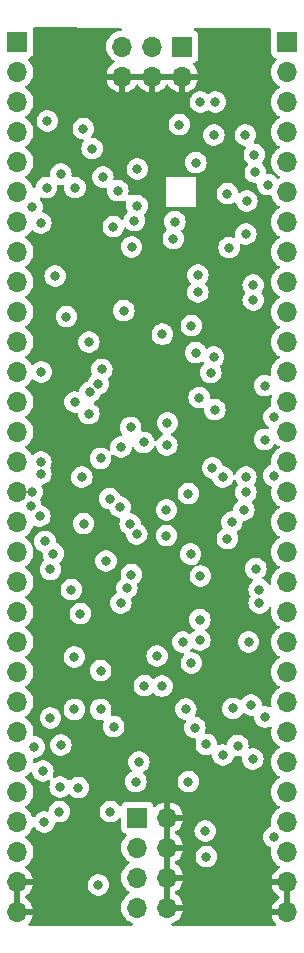
<source format=gbr>
%TF.GenerationSoftware,KiCad,Pcbnew,7.0.6-0*%
%TF.CreationDate,2023-07-25T21:46:34-07:00*%
%TF.ProjectId,84CP02,38344350-3032-42e6-9b69-6361645f7063,rev?*%
%TF.SameCoordinates,Original*%
%TF.FileFunction,Copper,L3,Inr*%
%TF.FilePolarity,Positive*%
%FSLAX46Y46*%
G04 Gerber Fmt 4.6, Leading zero omitted, Abs format (unit mm)*
G04 Created by KiCad (PCBNEW 7.0.6-0) date 2023-07-25 21:46:34*
%MOMM*%
%LPD*%
G01*
G04 APERTURE LIST*
%TA.AperFunction,ComponentPad*%
%ADD10R,1.700000X1.700000*%
%TD*%
%TA.AperFunction,ComponentPad*%
%ADD11O,1.700000X1.700000*%
%TD*%
%TA.AperFunction,ViaPad*%
%ADD12C,0.800000*%
%TD*%
G04 APERTURE END LIST*
D10*
%TO.N,Net-(J3-Pin_1)*%
%TO.C,J3*%
X145796000Y-122174000D03*
D11*
%TO.N,GND*%
X148336000Y-122174000D03*
%TO.N,Net-(J3-Pin_3)*%
X145796000Y-124714000D03*
%TO.N,GND*%
X148336000Y-124714000D03*
%TO.N,Net-(J3-Pin_5)*%
X145796000Y-127254000D03*
%TO.N,GND*%
X148336000Y-127254000D03*
%TO.N,Net-(J3-Pin_7)*%
X145796000Y-129794000D03*
%TO.N,GND*%
X148336000Y-129794000D03*
%TD*%
D10*
%TO.N,VCC*%
%TO.C,J4*%
X149606000Y-56896000D03*
D11*
%TO.N,GND*%
X149606000Y-59436000D03*
%TO.N,VCC*%
X147066000Y-56896000D03*
%TO.N,GND*%
X147066000Y-59436000D03*
%TO.N,VCC*%
X144526000Y-56896000D03*
%TO.N,GND*%
X144526000Y-59436000D03*
%TD*%
D10*
%TO.N,VCC*%
%TO.C,J1*%
X135636000Y-56515000D03*
D11*
X135636000Y-59055000D03*
%TO.N,/J1-3*%
X135636000Y-61595000D03*
%TO.N,/J1-4*%
X135636000Y-64135000D03*
%TO.N,/J1-5*%
X135636000Y-66675000D03*
%TO.N,/J1-6*%
X135636000Y-69215000D03*
%TO.N,/J1-7*%
X135636000Y-71755000D03*
%TO.N,/J1-8*%
X135636000Y-74295000D03*
%TO.N,/J1-9*%
X135636000Y-76835000D03*
%TO.N,/J1-10*%
X135636000Y-79375000D03*
%TO.N,/J1-11*%
X135636000Y-81915000D03*
%TO.N,/J1-12*%
X135636000Y-84455000D03*
%TO.N,/J1-13*%
X135636000Y-86995000D03*
%TO.N,/J1-14*%
X135636000Y-89535000D03*
%TO.N,/J1-15*%
X135636000Y-92075000D03*
%TO.N,/J1-16*%
X135636000Y-94615000D03*
%TO.N,/J1-17*%
X135636000Y-97155000D03*
%TO.N,/J1-18*%
X135636000Y-99695000D03*
%TO.N,/J1-19*%
X135636000Y-102235000D03*
%TO.N,/J1-20*%
X135636000Y-104775000D03*
%TO.N,/J1-21*%
X135636000Y-107315000D03*
%TO.N,/J1-22*%
X135636000Y-109855000D03*
%TO.N,/J1-23*%
X135636000Y-112395000D03*
%TO.N,/J1-24*%
X135636000Y-114935000D03*
%TO.N,/J1-25*%
X135636000Y-117475000D03*
%TO.N,/J1-26*%
X135636000Y-120015000D03*
%TO.N,/J1-27*%
X135636000Y-122555000D03*
%TO.N,/J1-28*%
X135636000Y-125095000D03*
%TO.N,GND*%
X135636000Y-127635000D03*
X135636000Y-130175000D03*
%TD*%
D10*
%TO.N,VCC*%
%TO.C,J2*%
X158496000Y-56515000D03*
D11*
X158496000Y-59055000D03*
%TO.N,/J2-3*%
X158496000Y-61595000D03*
%TO.N,/J2-4*%
X158496000Y-64135000D03*
%TO.N,/J2-5*%
X158496000Y-66675000D03*
%TO.N,/J2-6*%
X158496000Y-69215000D03*
%TO.N,/J2-7*%
X158496000Y-71755000D03*
%TO.N,/J2-8*%
X158496000Y-74295000D03*
%TO.N,/J2-9*%
X158496000Y-76835000D03*
%TO.N,/J2-10*%
X158496000Y-79375000D03*
%TO.N,/J2-11*%
X158496000Y-81915000D03*
%TO.N,/J2-12*%
X158496000Y-84455000D03*
%TO.N,/J2-13*%
X158496000Y-86995000D03*
%TO.N,/J2-14*%
X158496000Y-89535000D03*
%TO.N,/J2-15*%
X158496000Y-92075000D03*
%TO.N,/J2-16*%
X158496000Y-94615000D03*
%TO.N,/J2-17*%
X158496000Y-97155000D03*
%TO.N,/J2-18*%
X158496000Y-99695000D03*
%TO.N,/J2-19*%
X158496000Y-102235000D03*
%TO.N,/J2-20*%
X158496000Y-104775000D03*
%TO.N,/J2-21*%
X158496000Y-107315000D03*
%TO.N,/J2-22*%
X158496000Y-109855000D03*
%TO.N,/J2-23*%
X158496000Y-112395000D03*
%TO.N,/J2-24*%
X158496000Y-114935000D03*
%TO.N,/J2-25*%
X158496000Y-117475000D03*
%TO.N,/J2-26*%
X158496000Y-120015000D03*
%TO.N,/J2-27*%
X158496000Y-122555000D03*
%TO.N,/J2-28*%
X158496000Y-125095000D03*
%TO.N,GND*%
X158496000Y-127635000D03*
X158496000Y-130175000D03*
%TD*%
D12*
%TO.N,VCC*%
X148296500Y-90638457D03*
X148259000Y-96139000D03*
X147915100Y-81248699D03*
%TO.N,GND*%
X147200149Y-92202000D03*
X146939000Y-85344000D03*
X147409500Y-97371500D03*
X147200149Y-94219702D03*
%TO.N,/J1-3*%
X151130000Y-61595000D03*
X150303409Y-99869225D03*
%TO.N,/J1-4*%
X152400000Y-61595000D03*
X150749000Y-82804000D03*
%TO.N,/J1-5*%
X154992500Y-93345000D03*
X155702000Y-66040000D03*
%TO.N,/J1-6*%
X141969500Y-65532000D03*
X142500897Y-85425897D03*
%TO.N,/J1-7*%
X138117497Y-68834000D03*
X152014559Y-84504255D03*
X138176000Y-63208500D03*
X152273000Y-64389000D03*
%TO.N,/J1-8*%
X148973902Y-71717500D03*
X151092728Y-105410000D03*
%TO.N,/J1-9*%
X143764000Y-72136000D03*
X144336000Y-95885000D03*
%TO.N,/J1-10*%
X148259000Y-98298000D03*
X148844000Y-73152000D03*
%TO.N,/J1-11*%
X141694500Y-81915000D03*
X141776397Y-86150397D03*
%TO.N,/J1-12*%
X137668000Y-84455000D03*
X137630500Y-71827451D03*
X153035000Y-93345000D03*
X153416000Y-69342000D03*
%TO.N,/J1-15*%
X139319000Y-67691000D03*
X145750649Y-98173856D03*
X145796000Y-67272500D03*
X137630500Y-92075000D03*
%TO.N,/J1-16*%
X136906000Y-94615000D03*
X136906000Y-70485000D03*
X152250640Y-83194574D03*
X150749000Y-66727000D03*
%TO.N,/J1-17*%
X150674586Y-114554000D03*
X138436000Y-101150503D03*
X151092728Y-107150500D03*
X138435500Y-113740000D03*
%TO.N,/J1-18*%
X150927500Y-76237500D03*
X140208000Y-102870000D03*
X150927500Y-77686500D03*
X138842500Y-76327000D03*
%TO.N,/J1-19*%
X140970000Y-104902000D03*
X139795500Y-79756000D03*
%TO.N,/J1-20*%
X148347136Y-88773000D03*
X147885500Y-111050736D03*
%TO.N,/J1-21*%
X153797000Y-97155000D03*
X153892228Y-112927932D03*
%TO.N,/J1-22*%
X149643500Y-107315000D03*
X149897500Y-112972745D03*
%TO.N,/J1-23*%
X140462000Y-113015500D03*
X137630500Y-93074503D03*
%TO.N,/J1-24*%
X154305000Y-116078000D03*
X154813000Y-96139000D03*
%TO.N,/J1-25*%
X145288000Y-101600000D03*
X145923000Y-117475000D03*
%TO.N,/J1-26*%
X139263748Y-119578748D03*
X139319000Y-116025500D03*
X153416000Y-98552000D03*
X153055500Y-116877500D03*
%TO.N,/J1-27*%
X141694500Y-87965589D03*
X137922000Y-122555000D03*
%TO.N,/J1-28*%
X152362500Y-87630000D03*
X151638000Y-125476000D03*
%TO.N,/J2-3*%
X149352000Y-63500000D03*
X150368000Y-80518000D03*
%TO.N,/J2-4*%
X154940000Y-64389000D03*
X152152393Y-92576607D03*
%TO.N,/J2-5*%
X141245609Y-97290743D03*
X141224000Y-63843500D03*
%TO.N,/J2-6*%
X143463373Y-95178226D03*
X144145000Y-69088000D03*
%TO.N,/J2-7*%
X157353000Y-88265000D03*
%TO.N,/J2-8*%
X145235500Y-89142048D03*
X145542000Y-71628000D03*
%TO.N,/J2-11*%
X155613000Y-78359000D03*
X155829000Y-101092000D03*
%TO.N,/J2-12*%
X145766500Y-70358000D03*
X155613000Y-77089000D03*
X155067000Y-69977000D03*
X145187629Y-97308629D03*
%TO.N,/J2-13*%
X140520000Y-86995000D03*
X140520500Y-68834000D03*
X156840701Y-68584299D03*
X156596000Y-85598000D03*
%TO.N,/J2-14*%
X142694541Y-113015500D03*
X156595500Y-113652432D03*
X142695541Y-109728000D03*
%TO.N,/J2-15*%
X151548500Y-123317000D03*
X157353000Y-123825000D03*
X151130966Y-101727967D03*
X157353000Y-93218000D03*
%TO.N,/J2-16*%
X155791500Y-67534484D03*
X156574199Y-90164700D03*
X142875000Y-67945000D03*
X142785479Y-84218205D03*
%TO.N,/J2-17*%
X153566049Y-73912926D03*
X145316500Y-73854000D03*
X144653000Y-79248000D03*
X154993000Y-94622792D03*
%TO.N,/J2-18*%
X146393500Y-110998000D03*
X156120500Y-102870000D03*
X146335500Y-90404355D03*
X155422431Y-112649000D03*
%TO.N,/J2-19*%
X137082963Y-116205000D03*
X136779000Y-95758000D03*
X155575000Y-117221000D03*
X156120500Y-104013000D03*
%TO.N,/J2-21*%
X155220500Y-107315000D03*
X154981051Y-72771000D03*
%TO.N,/J2-22*%
X140466299Y-108580701D03*
X141097000Y-93349997D03*
%TO.N,/J2-23*%
X144412950Y-90791050D03*
X143795500Y-114464500D03*
%TO.N,/J2-24*%
X151638000Y-115977500D03*
X151034000Y-86610294D03*
%TO.N,/J2-25*%
X137541000Y-96651983D03*
X137807463Y-118237000D03*
%TO.N,/J2-26*%
X138684000Y-99822000D03*
X140795541Y-119634000D03*
%TO.N,/J2-27*%
X137985500Y-98798553D03*
X139192000Y-121666000D03*
%TO.N,/J2-28*%
X142494000Y-127889000D03*
X142688800Y-91753200D03*
%TO.N,Net-(J3-Pin_1)*%
X143510000Y-121666000D03*
X143148400Y-100457000D03*
%TO.N,Net-(J3-Pin_3)*%
X144399000Y-104013000D03*
%TO.N,Net-(J3-Pin_5)*%
X145669000Y-119126000D03*
X150114000Y-119126000D03*
X144907000Y-102743000D03*
%TO.N,Net-(J3-Pin_7)*%
X150114000Y-94742000D03*
X147472400Y-108483400D03*
X150368228Y-109093000D03*
%TD*%
%TA.AperFunction,Conductor*%
%TO.N,GND*%
G36*
X144369236Y-55295267D02*
G01*
X144436171Y-55315287D01*
X144481660Y-55368320D01*
X144491256Y-55437528D01*
X144461912Y-55500937D01*
X144402945Y-55538415D01*
X144389018Y-55541573D01*
X144191361Y-55574556D01*
X143978430Y-55647656D01*
X143978419Y-55647661D01*
X143780427Y-55754808D01*
X143780422Y-55754812D01*
X143602761Y-55893092D01*
X143602756Y-55893097D01*
X143450284Y-56058723D01*
X143450276Y-56058734D01*
X143327140Y-56247207D01*
X143236703Y-56453385D01*
X143181436Y-56671628D01*
X143181434Y-56671640D01*
X143162844Y-56895994D01*
X143162844Y-56896005D01*
X143181434Y-57120359D01*
X143181436Y-57120371D01*
X143236703Y-57338614D01*
X143327140Y-57544792D01*
X143450276Y-57733265D01*
X143450284Y-57733276D01*
X143602756Y-57898902D01*
X143602760Y-57898906D01*
X143780424Y-58037189D01*
X143822559Y-58059991D01*
X143823695Y-58060606D01*
X143873286Y-58109825D01*
X143888394Y-58178042D01*
X143864224Y-58243597D01*
X143835802Y-58271236D01*
X143654922Y-58397890D01*
X143654920Y-58397891D01*
X143487891Y-58564920D01*
X143487886Y-58564926D01*
X143352400Y-58758420D01*
X143352399Y-58758422D01*
X143252570Y-58972507D01*
X143252567Y-58972513D01*
X143195364Y-59185999D01*
X143195364Y-59186000D01*
X144092314Y-59186000D01*
X144066507Y-59226156D01*
X144026000Y-59364111D01*
X144026000Y-59507889D01*
X144066507Y-59645844D01*
X144092314Y-59686000D01*
X143195364Y-59686000D01*
X143252567Y-59899486D01*
X143252570Y-59899492D01*
X143352399Y-60113578D01*
X143487894Y-60307082D01*
X143654917Y-60474105D01*
X143848421Y-60609600D01*
X144062507Y-60709429D01*
X144062516Y-60709433D01*
X144276000Y-60766634D01*
X144276000Y-59871501D01*
X144383685Y-59920680D01*
X144490237Y-59936000D01*
X144561763Y-59936000D01*
X144668315Y-59920680D01*
X144776000Y-59871501D01*
X144776000Y-60766633D01*
X144989483Y-60709433D01*
X144989492Y-60709429D01*
X145203578Y-60609600D01*
X145397082Y-60474105D01*
X145564105Y-60307082D01*
X145694425Y-60120968D01*
X145749002Y-60077344D01*
X145818501Y-60070151D01*
X145880855Y-60101673D01*
X145897575Y-60120968D01*
X146027894Y-60307082D01*
X146194917Y-60474105D01*
X146388421Y-60609600D01*
X146602507Y-60709429D01*
X146602516Y-60709433D01*
X146816000Y-60766634D01*
X146816000Y-59871501D01*
X146923685Y-59920680D01*
X147030237Y-59936000D01*
X147101763Y-59936000D01*
X147208315Y-59920680D01*
X147316000Y-59871501D01*
X147316000Y-60766633D01*
X147529483Y-60709433D01*
X147529492Y-60709429D01*
X147743578Y-60609600D01*
X147937082Y-60474105D01*
X148104105Y-60307082D01*
X148234425Y-60120968D01*
X148289002Y-60077344D01*
X148358501Y-60070151D01*
X148420855Y-60101673D01*
X148437575Y-60120968D01*
X148567894Y-60307082D01*
X148734917Y-60474105D01*
X148928421Y-60609600D01*
X149142507Y-60709429D01*
X149142516Y-60709433D01*
X149356000Y-60766634D01*
X149356000Y-59871501D01*
X149463685Y-59920680D01*
X149570237Y-59936000D01*
X149641763Y-59936000D01*
X149748315Y-59920680D01*
X149856000Y-59871501D01*
X149856000Y-60766633D01*
X150069483Y-60709433D01*
X150069492Y-60709429D01*
X150283578Y-60609600D01*
X150477082Y-60474105D01*
X150644105Y-60307082D01*
X150779600Y-60113578D01*
X150879429Y-59899492D01*
X150879432Y-59899486D01*
X150936636Y-59686000D01*
X150039686Y-59686000D01*
X150065493Y-59645844D01*
X150106000Y-59507889D01*
X150106000Y-59364111D01*
X150065493Y-59226156D01*
X150039686Y-59186000D01*
X150936636Y-59186000D01*
X150936635Y-59185999D01*
X150879432Y-58972513D01*
X150879429Y-58972507D01*
X150779600Y-58758422D01*
X150779599Y-58758420D01*
X150644113Y-58564926D01*
X150644108Y-58564920D01*
X150528272Y-58449084D01*
X150494787Y-58387761D01*
X150499771Y-58318069D01*
X150541643Y-58262136D01*
X150572612Y-58245224D01*
X150702204Y-58196889D01*
X150819261Y-58109261D01*
X150906889Y-57992204D01*
X150957989Y-57855201D01*
X150961591Y-57821692D01*
X150964499Y-57794654D01*
X150964500Y-57794637D01*
X150964500Y-55997362D01*
X150964499Y-55997345D01*
X150960672Y-55961759D01*
X150957989Y-55936799D01*
X150906889Y-55799796D01*
X150819261Y-55682739D01*
X150702204Y-55595111D01*
X150627141Y-55567113D01*
X150571208Y-55525241D01*
X150546792Y-55459776D01*
X150561645Y-55391504D01*
X150611051Y-55342099D01*
X150671094Y-55326935D01*
X157039469Y-55358937D01*
X157106406Y-55378957D01*
X157151895Y-55431990D01*
X157161491Y-55501198D01*
X157155025Y-55526267D01*
X157144011Y-55555796D01*
X157144011Y-55555797D01*
X157137500Y-55616345D01*
X157137500Y-57413654D01*
X157144011Y-57474202D01*
X157144011Y-57474204D01*
X157188990Y-57594793D01*
X157195111Y-57611204D01*
X157282739Y-57728261D01*
X157399796Y-57815889D01*
X157438275Y-57830241D01*
X157517595Y-57859827D01*
X157573528Y-57901699D01*
X157597944Y-57967163D01*
X157583092Y-58035436D01*
X157565490Y-58059991D01*
X157420279Y-58217730D01*
X157420276Y-58217734D01*
X157297140Y-58406207D01*
X157206703Y-58612385D01*
X157151436Y-58830628D01*
X157151434Y-58830640D01*
X157132844Y-59054994D01*
X157132844Y-59055005D01*
X157151434Y-59279359D01*
X157151436Y-59279371D01*
X157206703Y-59497614D01*
X157297140Y-59703792D01*
X157420276Y-59892265D01*
X157420284Y-59892276D01*
X157572756Y-60057902D01*
X157572761Y-60057907D01*
X157628991Y-60101673D01*
X157750424Y-60196189D01*
X157750429Y-60196191D01*
X157750431Y-60196193D01*
X157786930Y-60215946D01*
X157836520Y-60265165D01*
X157851628Y-60333382D01*
X157827457Y-60398937D01*
X157786930Y-60434054D01*
X157750431Y-60453806D01*
X157750422Y-60453812D01*
X157572761Y-60592092D01*
X157572756Y-60592097D01*
X157420284Y-60757723D01*
X157420276Y-60757734D01*
X157297140Y-60946207D01*
X157206703Y-61152385D01*
X157151436Y-61370628D01*
X157151434Y-61370640D01*
X157132844Y-61594994D01*
X157132844Y-61595005D01*
X157151434Y-61819359D01*
X157151436Y-61819371D01*
X157206703Y-62037614D01*
X157297140Y-62243792D01*
X157420276Y-62432265D01*
X157420284Y-62432276D01*
X157572756Y-62597902D01*
X157572760Y-62597906D01*
X157750424Y-62736189D01*
X157750429Y-62736191D01*
X157750431Y-62736193D01*
X157786930Y-62755946D01*
X157836520Y-62805165D01*
X157851628Y-62873382D01*
X157827457Y-62938937D01*
X157786930Y-62974054D01*
X157750431Y-62993806D01*
X157750422Y-62993812D01*
X157572761Y-63132092D01*
X157572756Y-63132097D01*
X157420284Y-63297723D01*
X157420276Y-63297734D01*
X157297140Y-63486207D01*
X157206703Y-63692385D01*
X157151436Y-63910628D01*
X157151434Y-63910640D01*
X157132844Y-64134994D01*
X157132844Y-64135005D01*
X157151434Y-64359359D01*
X157151436Y-64359371D01*
X157206703Y-64577614D01*
X157297140Y-64783792D01*
X157420276Y-64972265D01*
X157420284Y-64972276D01*
X157572756Y-65137902D01*
X157572760Y-65137906D01*
X157750424Y-65276189D01*
X157750429Y-65276191D01*
X157750431Y-65276193D01*
X157786930Y-65295946D01*
X157836520Y-65345165D01*
X157851628Y-65413382D01*
X157827457Y-65478937D01*
X157786930Y-65514054D01*
X157750431Y-65533806D01*
X157750422Y-65533812D01*
X157572761Y-65672092D01*
X157572756Y-65672097D01*
X157420284Y-65837723D01*
X157420276Y-65837734D01*
X157297140Y-66026207D01*
X157206703Y-66232385D01*
X157151436Y-66450628D01*
X157151434Y-66450640D01*
X157132844Y-66674994D01*
X157132844Y-66675005D01*
X157151434Y-66899359D01*
X157151436Y-66899371D01*
X157206703Y-67117614D01*
X157297140Y-67323792D01*
X157420276Y-67512265D01*
X157420284Y-67512276D01*
X157572756Y-67677902D01*
X157572761Y-67677907D01*
X157589583Y-67691000D01*
X157750424Y-67816189D01*
X157750429Y-67816191D01*
X157750431Y-67816193D01*
X157786930Y-67835946D01*
X157836520Y-67885165D01*
X157851628Y-67953382D01*
X157827457Y-68018937D01*
X157786930Y-68054054D01*
X157750429Y-68073807D01*
X157746501Y-68076374D01*
X157679612Y-68096563D01*
X157612426Y-68077385D01*
X157584828Y-68051518D01*
X157584089Y-68052184D01*
X157451955Y-67905434D01*
X157430403Y-67889775D01*
X157297453Y-67793181D01*
X157122989Y-67715505D01*
X157122987Y-67715504D01*
X156936188Y-67675799D01*
X156827867Y-67675799D01*
X156760828Y-67656114D01*
X156715073Y-67603310D01*
X156704547Y-67538835D01*
X156705004Y-67534487D01*
X156704038Y-67525297D01*
X156685042Y-67344556D01*
X156626027Y-67162928D01*
X156530540Y-66997540D01*
X156480489Y-66941953D01*
X156402758Y-66855622D01*
X156402753Y-66855618D01*
X156385625Y-66843173D01*
X156342959Y-66787845D01*
X156336979Y-66718232D01*
X156366359Y-66659885D01*
X156441040Y-66576944D01*
X156536527Y-66411556D01*
X156595542Y-66229928D01*
X156615504Y-66040000D01*
X156595542Y-65850072D01*
X156536527Y-65668444D01*
X156441040Y-65503056D01*
X156313253Y-65361134D01*
X156158752Y-65248882D01*
X155984288Y-65171206D01*
X155984286Y-65171205D01*
X155797487Y-65131500D01*
X155772465Y-65131500D01*
X155705426Y-65111815D01*
X155659671Y-65059011D01*
X155649727Y-64989853D01*
X155676191Y-64931903D01*
X155675222Y-64931199D01*
X155678698Y-64926414D01*
X155678752Y-64926297D01*
X155678930Y-64926094D01*
X155679036Y-64925948D01*
X155679040Y-64925944D01*
X155774527Y-64760556D01*
X155833542Y-64578928D01*
X155853504Y-64389000D01*
X155833542Y-64199072D01*
X155774527Y-64017444D01*
X155679040Y-63852056D01*
X155551253Y-63710134D01*
X155396752Y-63597882D01*
X155222288Y-63520206D01*
X155222286Y-63520205D01*
X155035487Y-63480500D01*
X154844513Y-63480500D01*
X154657714Y-63520205D01*
X154483246Y-63597883D01*
X154328745Y-63710135D01*
X154200959Y-63852057D01*
X154105473Y-64017443D01*
X154105470Y-64017450D01*
X154053024Y-64178864D01*
X154046458Y-64199072D01*
X154026496Y-64389000D01*
X154046458Y-64578928D01*
X154046459Y-64578931D01*
X154105470Y-64760549D01*
X154105473Y-64760556D01*
X154200960Y-64925944D01*
X154328747Y-65067866D01*
X154483248Y-65180118D01*
X154657712Y-65257794D01*
X154844513Y-65297500D01*
X154869535Y-65297500D01*
X154936574Y-65317185D01*
X154982329Y-65369989D01*
X154992273Y-65439147D01*
X154965808Y-65497096D01*
X154966778Y-65497801D01*
X154963301Y-65502585D01*
X154963248Y-65502703D01*
X154963069Y-65502905D01*
X154962959Y-65503056D01*
X154867473Y-65668443D01*
X154867470Y-65668450D01*
X154812467Y-65837734D01*
X154808458Y-65850072D01*
X154788496Y-66040000D01*
X154808458Y-66229928D01*
X154808459Y-66229931D01*
X154867470Y-66411549D01*
X154867473Y-66411556D01*
X154962960Y-66576944D01*
X154977988Y-66593634D01*
X155090741Y-66718861D01*
X155090744Y-66718863D01*
X155090747Y-66718866D01*
X155107873Y-66731309D01*
X155150539Y-66786637D01*
X155156520Y-66856250D01*
X155127140Y-66914598D01*
X155052459Y-66997541D01*
X154956973Y-67162927D01*
X154956970Y-67162934D01*
X154897959Y-67344552D01*
X154897958Y-67344556D01*
X154877996Y-67534484D01*
X154897958Y-67724412D01*
X154897959Y-67724415D01*
X154956970Y-67906033D01*
X154956973Y-67906040D01*
X155052460Y-68071428D01*
X155149768Y-68179500D01*
X155168950Y-68200804D01*
X155180247Y-68213350D01*
X155334748Y-68325602D01*
X155509212Y-68403278D01*
X155696013Y-68442984D01*
X155804334Y-68442984D01*
X155871373Y-68462669D01*
X155917128Y-68515473D01*
X155927654Y-68579944D01*
X155927197Y-68584299D01*
X155927197Y-68584300D01*
X155928795Y-68599500D01*
X155947159Y-68774227D01*
X155947160Y-68774230D01*
X156006171Y-68955848D01*
X156006174Y-68955855D01*
X156101661Y-69121243D01*
X156177577Y-69205556D01*
X156226794Y-69260218D01*
X156229448Y-69263165D01*
X156383949Y-69375417D01*
X156558413Y-69453093D01*
X156745214Y-69492799D01*
X156936187Y-69492799D01*
X156936188Y-69492799D01*
X157036583Y-69471459D01*
X157106248Y-69476775D01*
X157161982Y-69518911D01*
X157182569Y-69562309D01*
X157206703Y-69657614D01*
X157297140Y-69863792D01*
X157420276Y-70052265D01*
X157420284Y-70052276D01*
X157572756Y-70217902D01*
X157572760Y-70217906D01*
X157750424Y-70356189D01*
X157750429Y-70356191D01*
X157750431Y-70356193D01*
X157786930Y-70375946D01*
X157836520Y-70425165D01*
X157851628Y-70493382D01*
X157827457Y-70558937D01*
X157786930Y-70594054D01*
X157750431Y-70613806D01*
X157750422Y-70613812D01*
X157572761Y-70752092D01*
X157572756Y-70752097D01*
X157420284Y-70917723D01*
X157420276Y-70917734D01*
X157297140Y-71106207D01*
X157206703Y-71312385D01*
X157151436Y-71530628D01*
X157151434Y-71530640D01*
X157132844Y-71754994D01*
X157132844Y-71755005D01*
X157151434Y-71979359D01*
X157151436Y-71979371D01*
X157206703Y-72197614D01*
X157297140Y-72403792D01*
X157420276Y-72592265D01*
X157420284Y-72592276D01*
X157572756Y-72757902D01*
X157572760Y-72757906D01*
X157750424Y-72896189D01*
X157786930Y-72915945D01*
X157836519Y-72965162D01*
X157851629Y-73033378D01*
X157827459Y-73098934D01*
X157786932Y-73134052D01*
X157750432Y-73153805D01*
X157750422Y-73153812D01*
X157572761Y-73292092D01*
X157572756Y-73292097D01*
X157420284Y-73457723D01*
X157420276Y-73457734D01*
X157297140Y-73646207D01*
X157206703Y-73852385D01*
X157151436Y-74070628D01*
X157151434Y-74070640D01*
X157132844Y-74294994D01*
X157132844Y-74295005D01*
X157151434Y-74519359D01*
X157151436Y-74519371D01*
X157206703Y-74737614D01*
X157297140Y-74943792D01*
X157420276Y-75132265D01*
X157420284Y-75132276D01*
X157572756Y-75297902D01*
X157572760Y-75297906D01*
X157750424Y-75436189D01*
X157750429Y-75436191D01*
X157750431Y-75436193D01*
X157786930Y-75455946D01*
X157836520Y-75505165D01*
X157851628Y-75573382D01*
X157827457Y-75638937D01*
X157786930Y-75674054D01*
X157750431Y-75693806D01*
X157750422Y-75693812D01*
X157572761Y-75832092D01*
X157572756Y-75832097D01*
X157420284Y-75997723D01*
X157420276Y-75997734D01*
X157297140Y-76186207D01*
X157206703Y-76392385D01*
X157151436Y-76610628D01*
X157151434Y-76610640D01*
X157132844Y-76834994D01*
X157132844Y-76835005D01*
X157151434Y-77059359D01*
X157151436Y-77059371D01*
X157206703Y-77277614D01*
X157297140Y-77483792D01*
X157420276Y-77672265D01*
X157420284Y-77672276D01*
X157572756Y-77837902D01*
X157572761Y-77837907D01*
X157622256Y-77876431D01*
X157750424Y-77976189D01*
X157750429Y-77976191D01*
X157750431Y-77976193D01*
X157786930Y-77995946D01*
X157836520Y-78045165D01*
X157851628Y-78113382D01*
X157827457Y-78178937D01*
X157786930Y-78214054D01*
X157750431Y-78233806D01*
X157750422Y-78233812D01*
X157572761Y-78372092D01*
X157572756Y-78372097D01*
X157420284Y-78537723D01*
X157420276Y-78537734D01*
X157297140Y-78726207D01*
X157206703Y-78932385D01*
X157151436Y-79150628D01*
X157151434Y-79150640D01*
X157132844Y-79374994D01*
X157132844Y-79375005D01*
X157151434Y-79599359D01*
X157151436Y-79599371D01*
X157206703Y-79817614D01*
X157297140Y-80023792D01*
X157420276Y-80212265D01*
X157420284Y-80212276D01*
X157572751Y-80377897D01*
X157572758Y-80377904D01*
X157572760Y-80377906D01*
X157750424Y-80516189D01*
X157750429Y-80516191D01*
X157750431Y-80516193D01*
X157786930Y-80535946D01*
X157836520Y-80585165D01*
X157851628Y-80653382D01*
X157827457Y-80718937D01*
X157786930Y-80754054D01*
X157750431Y-80773806D01*
X157750422Y-80773812D01*
X157572761Y-80912092D01*
X157572756Y-80912097D01*
X157420284Y-81077723D01*
X157420276Y-81077734D01*
X157297140Y-81266207D01*
X157206703Y-81472385D01*
X157151436Y-81690628D01*
X157151434Y-81690640D01*
X157132844Y-81914994D01*
X157132844Y-81915005D01*
X157151434Y-82139359D01*
X157151436Y-82139371D01*
X157206703Y-82357614D01*
X157297140Y-82563792D01*
X157420276Y-82752265D01*
X157420284Y-82752276D01*
X157572756Y-82917902D01*
X157572760Y-82917906D01*
X157750424Y-83056189D01*
X157750429Y-83056191D01*
X157750431Y-83056193D01*
X157786930Y-83075946D01*
X157836520Y-83125165D01*
X157851628Y-83193382D01*
X157827457Y-83258937D01*
X157786930Y-83294054D01*
X157750431Y-83313806D01*
X157750422Y-83313812D01*
X157572761Y-83452092D01*
X157572756Y-83452097D01*
X157420284Y-83617723D01*
X157420276Y-83617734D01*
X157297140Y-83806207D01*
X157206703Y-84012385D01*
X157151436Y-84230628D01*
X157151434Y-84230640D01*
X157132844Y-84454994D01*
X157132844Y-84455006D01*
X157148893Y-84648693D01*
X157134812Y-84717129D01*
X157085967Y-84767088D01*
X157017866Y-84782709D01*
X156974887Y-84772214D01*
X156878288Y-84729206D01*
X156878287Y-84729205D01*
X156878283Y-84729204D01*
X156691487Y-84689500D01*
X156500513Y-84689500D01*
X156313714Y-84729205D01*
X156139246Y-84806883D01*
X155984745Y-84919135D01*
X155856959Y-85061057D01*
X155761473Y-85226443D01*
X155761470Y-85226450D01*
X155705402Y-85399010D01*
X155702458Y-85408072D01*
X155682496Y-85598000D01*
X155702458Y-85787928D01*
X155702459Y-85787931D01*
X155761470Y-85969549D01*
X155761473Y-85969556D01*
X155856960Y-86134944D01*
X155984747Y-86276866D01*
X156139248Y-86389118D01*
X156313712Y-86466794D01*
X156500513Y-86506500D01*
X156691487Y-86506500D01*
X156878288Y-86466794D01*
X157040446Y-86394596D01*
X157109694Y-86385312D01*
X157172971Y-86414940D01*
X157210184Y-86474075D01*
X157209519Y-86543941D01*
X157208160Y-86548143D01*
X157206703Y-86552383D01*
X157151436Y-86770628D01*
X157151434Y-86770640D01*
X157132844Y-86994994D01*
X157132844Y-86995005D01*
X157151434Y-87219359D01*
X157151436Y-87219371D01*
X157158185Y-87246020D01*
X157155560Y-87315840D01*
X157115604Y-87373158D01*
X157076297Y-87394391D01*
X157070717Y-87396203D01*
X156896244Y-87473884D01*
X156741745Y-87586135D01*
X156613959Y-87728057D01*
X156518473Y-87893443D01*
X156518470Y-87893450D01*
X156459459Y-88075068D01*
X156459458Y-88075072D01*
X156439496Y-88265000D01*
X156459458Y-88454928D01*
X156459459Y-88454931D01*
X156518470Y-88636549D01*
X156518473Y-88636556D01*
X156613960Y-88801944D01*
X156741747Y-88943866D01*
X156896248Y-89056118D01*
X156896253Y-89056120D01*
X156898721Y-89057545D01*
X156899868Y-89058747D01*
X156901506Y-89059938D01*
X156901288Y-89060237D01*
X156946938Y-89108111D01*
X156960164Y-89176717D01*
X156934199Y-89241583D01*
X156877286Y-89282114D01*
X156810944Y-89286225D01*
X156669686Y-89256200D01*
X156478712Y-89256200D01*
X156291913Y-89295905D01*
X156117445Y-89373583D01*
X155962944Y-89485835D01*
X155835158Y-89627757D01*
X155739672Y-89793143D01*
X155739669Y-89793150D01*
X155685589Y-89959592D01*
X155680657Y-89974772D01*
X155660695Y-90164700D01*
X155680657Y-90354628D01*
X155680658Y-90354631D01*
X155739669Y-90536249D01*
X155739672Y-90536256D01*
X155835159Y-90701644D01*
X155962946Y-90843566D01*
X156117447Y-90955818D01*
X156291911Y-91033494D01*
X156478712Y-91073200D01*
X156669686Y-91073200D01*
X156856487Y-91033494D01*
X157030951Y-90955818D01*
X157185452Y-90843566D01*
X157313239Y-90701644D01*
X157387738Y-90572608D01*
X157438301Y-90524396D01*
X157506908Y-90511172D01*
X157571285Y-90536758D01*
X157572760Y-90537906D01*
X157750424Y-90676189D01*
X157750429Y-90676191D01*
X157750431Y-90676193D01*
X157786930Y-90695946D01*
X157836520Y-90745165D01*
X157851628Y-90813382D01*
X157827457Y-90878937D01*
X157786930Y-90914054D01*
X157750431Y-90933806D01*
X157750422Y-90933812D01*
X157572761Y-91072092D01*
X157572756Y-91072097D01*
X157420284Y-91237723D01*
X157420276Y-91237734D01*
X157297140Y-91426207D01*
X157206703Y-91632385D01*
X157151436Y-91850628D01*
X157151434Y-91850640D01*
X157132844Y-92074994D01*
X157132844Y-92075005D01*
X157145277Y-92225051D01*
X157131196Y-92293487D01*
X157082351Y-92343446D01*
X157072137Y-92348570D01*
X156896248Y-92426881D01*
X156741745Y-92539135D01*
X156613959Y-92681057D01*
X156518473Y-92846443D01*
X156518470Y-92846450D01*
X156475584Y-92978441D01*
X156459458Y-93028072D01*
X156439496Y-93218000D01*
X156459458Y-93407928D01*
X156459459Y-93407931D01*
X156518470Y-93589549D01*
X156518473Y-93589556D01*
X156613960Y-93754944D01*
X156741747Y-93896866D01*
X156896248Y-94009118D01*
X157070712Y-94086794D01*
X157094262Y-94091799D01*
X157155742Y-94124989D01*
X157189520Y-94186152D01*
X157188687Y-94243529D01*
X157151436Y-94390627D01*
X157151434Y-94390640D01*
X157132844Y-94614994D01*
X157132844Y-94615005D01*
X157151434Y-94839359D01*
X157151436Y-94839371D01*
X157206703Y-95057614D01*
X157297140Y-95263792D01*
X157420276Y-95452265D01*
X157420284Y-95452276D01*
X157572756Y-95617902D01*
X157572760Y-95617906D01*
X157750424Y-95756189D01*
X157750429Y-95756191D01*
X157750431Y-95756193D01*
X157786930Y-95775946D01*
X157836520Y-95825165D01*
X157851628Y-95893382D01*
X157827457Y-95958937D01*
X157786930Y-95994054D01*
X157750431Y-96013806D01*
X157750422Y-96013812D01*
X157572761Y-96152092D01*
X157572756Y-96152097D01*
X157420284Y-96317723D01*
X157420276Y-96317734D01*
X157297140Y-96506207D01*
X157206703Y-96712385D01*
X157151436Y-96930628D01*
X157151434Y-96930640D01*
X157132844Y-97154994D01*
X157132844Y-97155005D01*
X157151434Y-97379359D01*
X157151436Y-97379371D01*
X157206703Y-97597614D01*
X157297140Y-97803792D01*
X157420276Y-97992265D01*
X157420284Y-97992276D01*
X157572756Y-98157902D01*
X157572760Y-98157906D01*
X157750424Y-98296189D01*
X157750429Y-98296191D01*
X157750431Y-98296193D01*
X157786930Y-98315946D01*
X157836520Y-98365165D01*
X157851628Y-98433382D01*
X157827457Y-98498937D01*
X157786930Y-98534054D01*
X157750431Y-98553806D01*
X157750422Y-98553812D01*
X157572761Y-98692092D01*
X157572756Y-98692097D01*
X157420284Y-98857723D01*
X157420276Y-98857734D01*
X157297140Y-99046207D01*
X157206703Y-99252385D01*
X157151436Y-99470628D01*
X157151434Y-99470640D01*
X157132844Y-99694994D01*
X157132844Y-99695005D01*
X157151434Y-99919359D01*
X157151436Y-99919371D01*
X157206703Y-100137614D01*
X157297140Y-100343792D01*
X157420276Y-100532265D01*
X157420284Y-100532276D01*
X157572756Y-100697902D01*
X157572760Y-100697906D01*
X157750424Y-100836189D01*
X157750429Y-100836191D01*
X157750431Y-100836193D01*
X157786930Y-100855946D01*
X157836520Y-100905165D01*
X157851628Y-100973382D01*
X157827457Y-101038937D01*
X157786930Y-101074054D01*
X157750431Y-101093806D01*
X157750422Y-101093812D01*
X157572761Y-101232092D01*
X157572756Y-101232097D01*
X157420284Y-101397723D01*
X157420276Y-101397734D01*
X157297140Y-101586207D01*
X157206703Y-101792385D01*
X157151436Y-102010628D01*
X157151434Y-102010640D01*
X157132844Y-102234994D01*
X157132844Y-102235006D01*
X157142436Y-102350767D01*
X157128355Y-102419203D01*
X157079510Y-102469162D01*
X157011409Y-102484783D01*
X156945673Y-102461105D01*
X156911473Y-102423007D01*
X156891987Y-102389256D01*
X156859540Y-102333056D01*
X156731753Y-102191134D01*
X156577252Y-102078882D01*
X156425647Y-102011383D01*
X156372412Y-101966135D01*
X156352090Y-101899286D01*
X156371135Y-101832062D01*
X156403194Y-101797790D01*
X156440253Y-101770866D01*
X156568040Y-101628944D01*
X156663527Y-101463556D01*
X156722542Y-101281928D01*
X156742504Y-101092000D01*
X156722542Y-100902072D01*
X156663527Y-100720444D01*
X156568040Y-100555056D01*
X156440253Y-100413134D01*
X156285752Y-100300882D01*
X156111288Y-100223206D01*
X156111286Y-100223205D01*
X155924487Y-100183500D01*
X155733513Y-100183500D01*
X155546714Y-100223205D01*
X155546711Y-100223206D01*
X155546712Y-100223206D01*
X155418899Y-100280112D01*
X155372246Y-100300883D01*
X155217745Y-100413135D01*
X155089959Y-100555057D01*
X154994473Y-100720443D01*
X154994470Y-100720450D01*
X154935459Y-100902068D01*
X154935458Y-100902072D01*
X154915496Y-101092000D01*
X154935458Y-101281928D01*
X154935459Y-101281931D01*
X154994470Y-101463549D01*
X154994473Y-101463556D01*
X155089960Y-101628944D01*
X155217747Y-101770866D01*
X155372248Y-101883118D01*
X155523853Y-101950616D01*
X155577087Y-101995864D01*
X155597409Y-102062713D01*
X155578364Y-102129937D01*
X155546302Y-102164211D01*
X155509246Y-102191134D01*
X155381459Y-102333057D01*
X155285973Y-102498443D01*
X155285970Y-102498450D01*
X155227756Y-102677616D01*
X155226958Y-102680072D01*
X155206996Y-102870000D01*
X155226958Y-103059928D01*
X155226959Y-103059931D01*
X155285970Y-103241549D01*
X155285972Y-103241553D01*
X155285973Y-103241556D01*
X155325459Y-103309949D01*
X155365615Y-103379501D01*
X155382087Y-103447401D01*
X155365615Y-103503499D01*
X155285972Y-103641446D01*
X155285970Y-103641450D01*
X155226959Y-103823068D01*
X155226958Y-103823072D01*
X155206996Y-104013000D01*
X155226958Y-104202928D01*
X155226959Y-104202931D01*
X155285970Y-104384549D01*
X155285973Y-104384556D01*
X155381460Y-104549944D01*
X155509247Y-104691866D01*
X155663748Y-104804118D01*
X155838212Y-104881794D01*
X156025013Y-104921500D01*
X156215987Y-104921500D01*
X156402788Y-104881794D01*
X156577252Y-104804118D01*
X156731753Y-104691866D01*
X156859540Y-104549944D01*
X156932697Y-104423231D01*
X156983260Y-104375020D01*
X157051867Y-104361796D01*
X157116732Y-104387764D01*
X157157261Y-104444677D01*
X157160586Y-104514468D01*
X157160287Y-104515672D01*
X157151438Y-104550617D01*
X157151434Y-104550640D01*
X157132844Y-104774994D01*
X157132844Y-104775005D01*
X157151434Y-104999359D01*
X157151436Y-104999371D01*
X157206703Y-105217614D01*
X157297140Y-105423792D01*
X157420276Y-105612265D01*
X157420284Y-105612276D01*
X157572756Y-105777902D01*
X157572760Y-105777906D01*
X157750424Y-105916189D01*
X157750429Y-105916191D01*
X157750431Y-105916193D01*
X157786930Y-105935946D01*
X157836520Y-105985165D01*
X157851628Y-106053382D01*
X157827457Y-106118937D01*
X157786930Y-106154054D01*
X157750431Y-106173806D01*
X157750422Y-106173812D01*
X157572761Y-106312092D01*
X157572756Y-106312097D01*
X157420284Y-106477723D01*
X157420276Y-106477734D01*
X157297140Y-106666207D01*
X157206703Y-106872385D01*
X157151436Y-107090628D01*
X157151434Y-107090640D01*
X157132844Y-107314994D01*
X157132844Y-107315005D01*
X157151434Y-107539359D01*
X157151436Y-107539371D01*
X157206703Y-107757614D01*
X157297140Y-107963792D01*
X157420276Y-108152265D01*
X157420284Y-108152276D01*
X157572756Y-108317902D01*
X157572760Y-108317906D01*
X157750424Y-108456189D01*
X157786930Y-108475945D01*
X157836519Y-108525162D01*
X157851629Y-108593378D01*
X157827459Y-108658934D01*
X157786932Y-108694052D01*
X157750432Y-108713805D01*
X157750422Y-108713812D01*
X157572761Y-108852092D01*
X157572756Y-108852097D01*
X157420284Y-109017723D01*
X157420276Y-109017734D01*
X157297140Y-109206207D01*
X157206703Y-109412385D01*
X157151436Y-109630628D01*
X157151434Y-109630640D01*
X157132844Y-109854994D01*
X157132844Y-109855005D01*
X157151434Y-110079359D01*
X157151436Y-110079371D01*
X157206703Y-110297614D01*
X157297140Y-110503792D01*
X157420276Y-110692265D01*
X157420284Y-110692276D01*
X157572756Y-110857902D01*
X157572760Y-110857906D01*
X157750424Y-110996189D01*
X157750429Y-110996191D01*
X157750431Y-110996193D01*
X157786930Y-111015946D01*
X157836520Y-111065165D01*
X157851628Y-111133382D01*
X157827457Y-111198937D01*
X157786930Y-111234054D01*
X157750431Y-111253806D01*
X157750422Y-111253812D01*
X157572761Y-111392092D01*
X157572756Y-111392097D01*
X157420284Y-111557723D01*
X157420276Y-111557734D01*
X157297140Y-111746207D01*
X157206703Y-111952385D01*
X157151436Y-112170628D01*
X157151434Y-112170640D01*
X157132844Y-112394994D01*
X157132844Y-112395005D01*
X157151434Y-112619359D01*
X157151437Y-112619375D01*
X157170390Y-112694220D01*
X157167764Y-112764040D01*
X157127808Y-112821357D01*
X157063206Y-112847973D01*
X156999751Y-112837939D01*
X156877788Y-112783638D01*
X156877786Y-112783637D01*
X156690987Y-112743932D01*
X156500013Y-112743932D01*
X156495141Y-112744967D01*
X156483982Y-112747339D01*
X156414315Y-112742021D01*
X156358583Y-112699881D01*
X156334885Y-112639012D01*
X156315973Y-112459072D01*
X156256958Y-112277444D01*
X156161471Y-112112056D01*
X156033684Y-111970134D01*
X155879183Y-111857882D01*
X155704719Y-111780206D01*
X155704717Y-111780205D01*
X155517918Y-111740500D01*
X155326944Y-111740500D01*
X155140145Y-111780205D01*
X154965677Y-111857883D01*
X154811176Y-111970135D01*
X154683391Y-112112055D01*
X154643356Y-112181398D01*
X154592788Y-112229613D01*
X154524181Y-112242835D01*
X154463084Y-112219715D01*
X154348984Y-112136816D01*
X154348980Y-112136814D01*
X154174516Y-112059138D01*
X154174514Y-112059137D01*
X153987715Y-112019432D01*
X153796741Y-112019432D01*
X153609942Y-112059137D01*
X153435474Y-112136815D01*
X153280973Y-112249067D01*
X153153187Y-112390989D01*
X153057701Y-112556375D01*
X153057698Y-112556382D01*
X153029248Y-112643944D01*
X152998686Y-112738004D01*
X152978724Y-112927932D01*
X152998686Y-113117860D01*
X152998687Y-113117863D01*
X153057698Y-113299481D01*
X153057701Y-113299488D01*
X153153188Y-113464876D01*
X153233519Y-113554093D01*
X153279504Y-113605165D01*
X153280975Y-113606798D01*
X153435476Y-113719050D01*
X153609940Y-113796726D01*
X153796741Y-113836432D01*
X153987715Y-113836432D01*
X154174516Y-113796726D01*
X154348980Y-113719050D01*
X154503481Y-113606798D01*
X154631268Y-113464876D01*
X154671303Y-113395532D01*
X154721868Y-113347319D01*
X154790475Y-113334095D01*
X154851574Y-113357215D01*
X154965679Y-113440118D01*
X155140143Y-113517794D01*
X155326944Y-113557500D01*
X155517914Y-113557500D01*
X155517918Y-113557500D01*
X155533944Y-113554093D01*
X155603608Y-113559408D01*
X155659343Y-113601544D01*
X155683045Y-113662420D01*
X155701958Y-113842360D01*
X155701959Y-113842363D01*
X155760970Y-114023981D01*
X155760973Y-114023988D01*
X155856460Y-114189376D01*
X155984247Y-114331298D01*
X156138748Y-114443550D01*
X156313212Y-114521226D01*
X156500013Y-114560932D01*
X156690987Y-114560932D01*
X156877788Y-114521226D01*
X157006925Y-114463730D01*
X157076172Y-114454446D01*
X157139449Y-114484074D01*
X157176662Y-114543209D01*
X157177564Y-114607449D01*
X157151437Y-114710624D01*
X157151434Y-114710640D01*
X157132844Y-114934994D01*
X157132844Y-114935005D01*
X157151434Y-115159359D01*
X157151436Y-115159371D01*
X157206703Y-115377614D01*
X157297140Y-115583792D01*
X157420276Y-115772265D01*
X157420284Y-115772276D01*
X157572756Y-115937902D01*
X157572761Y-115937907D01*
X157623630Y-115977500D01*
X157750424Y-116076189D01*
X157750429Y-116076191D01*
X157750431Y-116076193D01*
X157786930Y-116095946D01*
X157836520Y-116145165D01*
X157851628Y-116213382D01*
X157827457Y-116278937D01*
X157786930Y-116314054D01*
X157750431Y-116333806D01*
X157750422Y-116333812D01*
X157572761Y-116472092D01*
X157572756Y-116472097D01*
X157420284Y-116637723D01*
X157420276Y-116637734D01*
X157297140Y-116826207D01*
X157206703Y-117032385D01*
X157151436Y-117250628D01*
X157151434Y-117250640D01*
X157132844Y-117474994D01*
X157132844Y-117475005D01*
X157151434Y-117699359D01*
X157151436Y-117699371D01*
X157206703Y-117917614D01*
X157297140Y-118123792D01*
X157420276Y-118312265D01*
X157420284Y-118312276D01*
X157572756Y-118477902D01*
X157572760Y-118477906D01*
X157750424Y-118616189D01*
X157750429Y-118616191D01*
X157750431Y-118616193D01*
X157786930Y-118635946D01*
X157836520Y-118685165D01*
X157851628Y-118753382D01*
X157827457Y-118818937D01*
X157786930Y-118854054D01*
X157750431Y-118873806D01*
X157750422Y-118873812D01*
X157572761Y-119012092D01*
X157572756Y-119012097D01*
X157420284Y-119177723D01*
X157420276Y-119177734D01*
X157297140Y-119366207D01*
X157206703Y-119572385D01*
X157151436Y-119790628D01*
X157151434Y-119790640D01*
X157132844Y-120014994D01*
X157132844Y-120015005D01*
X157151434Y-120239359D01*
X157151436Y-120239371D01*
X157206703Y-120457614D01*
X157297140Y-120663792D01*
X157420276Y-120852265D01*
X157420284Y-120852276D01*
X157572756Y-121017902D01*
X157572760Y-121017906D01*
X157750424Y-121156189D01*
X157750429Y-121156191D01*
X157750431Y-121156193D01*
X157786930Y-121175946D01*
X157836520Y-121225165D01*
X157851628Y-121293382D01*
X157827457Y-121358937D01*
X157786930Y-121394054D01*
X157750431Y-121413806D01*
X157750422Y-121413812D01*
X157572761Y-121552092D01*
X157572756Y-121552097D01*
X157420284Y-121717723D01*
X157420276Y-121717734D01*
X157297140Y-121906207D01*
X157206703Y-122112385D01*
X157151436Y-122330628D01*
X157151434Y-122330640D01*
X157132844Y-122554994D01*
X157132844Y-122555005D01*
X157151434Y-122779359D01*
X157151436Y-122779371D01*
X157158185Y-122806020D01*
X157155560Y-122875840D01*
X157115604Y-122933158D01*
X157076297Y-122954391D01*
X157070717Y-122956203D01*
X156896244Y-123033884D01*
X156741745Y-123146135D01*
X156613959Y-123288057D01*
X156518473Y-123453443D01*
X156518470Y-123453450D01*
X156459459Y-123635068D01*
X156459458Y-123635072D01*
X156439496Y-123825000D01*
X156459458Y-124014928D01*
X156459459Y-124014931D01*
X156518470Y-124196549D01*
X156518473Y-124196556D01*
X156613960Y-124361944D01*
X156741747Y-124503866D01*
X156896248Y-124616118D01*
X157070712Y-124693794D01*
X157070718Y-124693795D01*
X157076291Y-124695606D01*
X157133968Y-124735040D01*
X157161170Y-124799398D01*
X157158185Y-124843977D01*
X157151435Y-124870630D01*
X157151435Y-124870633D01*
X157132844Y-125094994D01*
X157132844Y-125095005D01*
X157151434Y-125319359D01*
X157151436Y-125319371D01*
X157206703Y-125537614D01*
X157297140Y-125743792D01*
X157420276Y-125932265D01*
X157420284Y-125932276D01*
X157568292Y-126093053D01*
X157572760Y-126097906D01*
X157750424Y-126236189D01*
X157777972Y-126251097D01*
X157793695Y-126259606D01*
X157843286Y-126308825D01*
X157858394Y-126377042D01*
X157834224Y-126442597D01*
X157805802Y-126470236D01*
X157624922Y-126596890D01*
X157624920Y-126596891D01*
X157457891Y-126763920D01*
X157457886Y-126763926D01*
X157322400Y-126957420D01*
X157322399Y-126957422D01*
X157222570Y-127171507D01*
X157222567Y-127171513D01*
X157165364Y-127384999D01*
X157165364Y-127385000D01*
X158062314Y-127385000D01*
X158036507Y-127425156D01*
X157996000Y-127563111D01*
X157996000Y-127706889D01*
X158036507Y-127844844D01*
X158062314Y-127885000D01*
X157165364Y-127885000D01*
X157222567Y-128098486D01*
X157222570Y-128098492D01*
X157322399Y-128312578D01*
X157457894Y-128506082D01*
X157624917Y-128673105D01*
X157811031Y-128803425D01*
X157854656Y-128858003D01*
X157861848Y-128927501D01*
X157830326Y-128989856D01*
X157811031Y-129006575D01*
X157624922Y-129136890D01*
X157624920Y-129136891D01*
X157457891Y-129303920D01*
X157457886Y-129303926D01*
X157322400Y-129497420D01*
X157322399Y-129497422D01*
X157222570Y-129711507D01*
X157222567Y-129711513D01*
X157165364Y-129924999D01*
X157165364Y-129925000D01*
X158062314Y-129925000D01*
X158036507Y-129965156D01*
X157996000Y-130103111D01*
X157996000Y-130246889D01*
X158036507Y-130384844D01*
X158062314Y-130425000D01*
X157165364Y-130425000D01*
X157222567Y-130638486D01*
X157222570Y-130638492D01*
X157322399Y-130852578D01*
X157457894Y-131046082D01*
X157518131Y-131106319D01*
X157551616Y-131167642D01*
X157546632Y-131237334D01*
X157504760Y-131293267D01*
X157439296Y-131317684D01*
X157430450Y-131318000D01*
X148806230Y-131318000D01*
X148739191Y-131298315D01*
X148693436Y-131245511D01*
X148683492Y-131176353D01*
X148712517Y-131112797D01*
X148771295Y-131075023D01*
X148774136Y-131074225D01*
X148799486Y-131067432D01*
X148799492Y-131067429D01*
X149013578Y-130967600D01*
X149207082Y-130832105D01*
X149374105Y-130665082D01*
X149509600Y-130471578D01*
X149609429Y-130257492D01*
X149609432Y-130257486D01*
X149666636Y-130044000D01*
X148769686Y-130044000D01*
X148795493Y-130003844D01*
X148836000Y-129865889D01*
X148836000Y-129722111D01*
X148795493Y-129584156D01*
X148769686Y-129544000D01*
X149666636Y-129544000D01*
X149666635Y-129543999D01*
X149609432Y-129330513D01*
X149609429Y-129330507D01*
X149509600Y-129116422D01*
X149509599Y-129116420D01*
X149374113Y-128922926D01*
X149374108Y-128922920D01*
X149207082Y-128755894D01*
X149020968Y-128625575D01*
X148977344Y-128570998D01*
X148970151Y-128501499D01*
X149001673Y-128439145D01*
X149020968Y-128422425D01*
X149207082Y-128292105D01*
X149374105Y-128125082D01*
X149509600Y-127931578D01*
X149609429Y-127717492D01*
X149609432Y-127717486D01*
X149666636Y-127504000D01*
X148769686Y-127504000D01*
X148795493Y-127463844D01*
X148836000Y-127325889D01*
X148836000Y-127182111D01*
X148795493Y-127044156D01*
X148769686Y-127004000D01*
X149666636Y-127004000D01*
X149666635Y-127003999D01*
X149609432Y-126790513D01*
X149609429Y-126790507D01*
X149509600Y-126576422D01*
X149509599Y-126576420D01*
X149374113Y-126382926D01*
X149374108Y-126382920D01*
X149207082Y-126215894D01*
X149020968Y-126085575D01*
X148977344Y-126030998D01*
X148970151Y-125961499D01*
X149001673Y-125899145D01*
X149020968Y-125882425D01*
X149207082Y-125752105D01*
X149374105Y-125585082D01*
X149450486Y-125476000D01*
X150724496Y-125476000D01*
X150744458Y-125665928D01*
X150744459Y-125665931D01*
X150803470Y-125847549D01*
X150803473Y-125847556D01*
X150898960Y-126012944D01*
X151026747Y-126154866D01*
X151181248Y-126267118D01*
X151355712Y-126344794D01*
X151542513Y-126384500D01*
X151733487Y-126384500D01*
X151920288Y-126344794D01*
X152094752Y-126267118D01*
X152249253Y-126154866D01*
X152377040Y-126012944D01*
X152472527Y-125847556D01*
X152531542Y-125665928D01*
X152551504Y-125476000D01*
X152531542Y-125286072D01*
X152472527Y-125104444D01*
X152377040Y-124939056D01*
X152249253Y-124797134D01*
X152094752Y-124684882D01*
X151920288Y-124607206D01*
X151920286Y-124607205D01*
X151733487Y-124567500D01*
X151542513Y-124567500D01*
X151355714Y-124607205D01*
X151181246Y-124684883D01*
X151026745Y-124797135D01*
X150898959Y-124939057D01*
X150803473Y-125104443D01*
X150803470Y-125104450D01*
X150744459Y-125286068D01*
X150744458Y-125286072D01*
X150724496Y-125476000D01*
X149450486Y-125476000D01*
X149509600Y-125391578D01*
X149609429Y-125177492D01*
X149609432Y-125177486D01*
X149666636Y-124964000D01*
X148769686Y-124964000D01*
X148795493Y-124923844D01*
X148836000Y-124785889D01*
X148836000Y-124642111D01*
X148795493Y-124504156D01*
X148769686Y-124464000D01*
X149666636Y-124464000D01*
X149666635Y-124463999D01*
X149609432Y-124250513D01*
X149609429Y-124250507D01*
X149509600Y-124036422D01*
X149509599Y-124036420D01*
X149374113Y-123842926D01*
X149374108Y-123842920D01*
X149207082Y-123675894D01*
X149020968Y-123545575D01*
X148977344Y-123490998D01*
X148970151Y-123421499D01*
X149001673Y-123359145D01*
X149020968Y-123342425D01*
X149057278Y-123317000D01*
X150634996Y-123317000D01*
X150654958Y-123506928D01*
X150654959Y-123506931D01*
X150713970Y-123688549D01*
X150713973Y-123688556D01*
X150809460Y-123853944D01*
X150937247Y-123995866D01*
X151091748Y-124108118D01*
X151266212Y-124185794D01*
X151453013Y-124225500D01*
X151643987Y-124225500D01*
X151830788Y-124185794D01*
X152005252Y-124108118D01*
X152159753Y-123995866D01*
X152287540Y-123853944D01*
X152383027Y-123688556D01*
X152442042Y-123506928D01*
X152462004Y-123317000D01*
X152442042Y-123127072D01*
X152383027Y-122945444D01*
X152287540Y-122780056D01*
X152159753Y-122638134D01*
X152005252Y-122525882D01*
X151830788Y-122448206D01*
X151830786Y-122448205D01*
X151643987Y-122408500D01*
X151453013Y-122408500D01*
X151266214Y-122448205D01*
X151091746Y-122525883D01*
X150937245Y-122638135D01*
X150809459Y-122780057D01*
X150713973Y-122945443D01*
X150713970Y-122945450D01*
X150654959Y-123127068D01*
X150654958Y-123127072D01*
X150634996Y-123317000D01*
X149057278Y-123317000D01*
X149207082Y-123212105D01*
X149374105Y-123045082D01*
X149509600Y-122851578D01*
X149609429Y-122637492D01*
X149609432Y-122637486D01*
X149666636Y-122424000D01*
X148769686Y-122424000D01*
X148795493Y-122383844D01*
X148836000Y-122245889D01*
X148836000Y-122102111D01*
X148795493Y-121964156D01*
X148769686Y-121924000D01*
X149666636Y-121924000D01*
X149666635Y-121923999D01*
X149609432Y-121710513D01*
X149609429Y-121710507D01*
X149509600Y-121496422D01*
X149509599Y-121496420D01*
X149374113Y-121302926D01*
X149374108Y-121302920D01*
X149207082Y-121135894D01*
X149013578Y-121000399D01*
X148799492Y-120900570D01*
X148799486Y-120900567D01*
X148586000Y-120843364D01*
X148586000Y-121738498D01*
X148478315Y-121689320D01*
X148371763Y-121674000D01*
X148300237Y-121674000D01*
X148193685Y-121689320D01*
X148086000Y-121738498D01*
X148086000Y-120843364D01*
X148085999Y-120843364D01*
X147872513Y-120900567D01*
X147872507Y-120900570D01*
X147658422Y-121000399D01*
X147658420Y-121000400D01*
X147464926Y-121135886D01*
X147349084Y-121251728D01*
X147287761Y-121285212D01*
X147218069Y-121280228D01*
X147162136Y-121238356D01*
X147145223Y-121207384D01*
X147096889Y-121077796D01*
X147009261Y-120960739D01*
X146892204Y-120873111D01*
X146871254Y-120865297D01*
X146755203Y-120822011D01*
X146694654Y-120815500D01*
X146694638Y-120815500D01*
X144897362Y-120815500D01*
X144897345Y-120815500D01*
X144836797Y-120822011D01*
X144836795Y-120822011D01*
X144699795Y-120873111D01*
X144582739Y-120960739D01*
X144495111Y-121077794D01*
X144478893Y-121121277D01*
X144437021Y-121177209D01*
X144371556Y-121201625D01*
X144303283Y-121186772D01*
X144255325Y-121139942D01*
X144252983Y-121135886D01*
X144249040Y-121129056D01*
X144185146Y-121058094D01*
X144121254Y-120987135D01*
X144110186Y-120979093D01*
X143966752Y-120874882D01*
X143792288Y-120797206D01*
X143792286Y-120797205D01*
X143605487Y-120757500D01*
X143414513Y-120757500D01*
X143227714Y-120797205D01*
X143227711Y-120797206D01*
X143227712Y-120797206D01*
X143074777Y-120865297D01*
X143053246Y-120874883D01*
X142898745Y-120987135D01*
X142770959Y-121129057D01*
X142675473Y-121294443D01*
X142675470Y-121294450D01*
X142616459Y-121476068D01*
X142616458Y-121476072D01*
X142596496Y-121666000D01*
X142616458Y-121855928D01*
X142616459Y-121855931D01*
X142675470Y-122037549D01*
X142675473Y-122037556D01*
X142770960Y-122202944D01*
X142898747Y-122344866D01*
X143053248Y-122457118D01*
X143227712Y-122534794D01*
X143414513Y-122574500D01*
X143605487Y-122574500D01*
X143792288Y-122534794D01*
X143966752Y-122457118D01*
X144121253Y-122344866D01*
X144221351Y-122233694D01*
X144280836Y-122197047D01*
X144350693Y-122198377D01*
X144408742Y-122237264D01*
X144436552Y-122301360D01*
X144437500Y-122316668D01*
X144437500Y-123072654D01*
X144444011Y-123133202D01*
X144444011Y-123133204D01*
X144481557Y-123233866D01*
X144495111Y-123270204D01*
X144582739Y-123387261D01*
X144699796Y-123474889D01*
X144751737Y-123494262D01*
X144817595Y-123518827D01*
X144873528Y-123560699D01*
X144897944Y-123626163D01*
X144883092Y-123694436D01*
X144865490Y-123718991D01*
X144720279Y-123876730D01*
X144720276Y-123876734D01*
X144597140Y-124065207D01*
X144506703Y-124271385D01*
X144451436Y-124489628D01*
X144451434Y-124489640D01*
X144432844Y-124713994D01*
X144432844Y-124714005D01*
X144451434Y-124938359D01*
X144451436Y-124938371D01*
X144506703Y-125156614D01*
X144597140Y-125362792D01*
X144720276Y-125551265D01*
X144720284Y-125551276D01*
X144872756Y-125716902D01*
X144872760Y-125716906D01*
X145050424Y-125855189D01*
X145086930Y-125874945D01*
X145136519Y-125924162D01*
X145151629Y-125992378D01*
X145127459Y-126057934D01*
X145086932Y-126093052D01*
X145050432Y-126112805D01*
X145050422Y-126112812D01*
X144872761Y-126251092D01*
X144872756Y-126251097D01*
X144720284Y-126416723D01*
X144720276Y-126416734D01*
X144597140Y-126605207D01*
X144506703Y-126811385D01*
X144451436Y-127029628D01*
X144451434Y-127029640D01*
X144432844Y-127253994D01*
X144432844Y-127254005D01*
X144451434Y-127478359D01*
X144451436Y-127478371D01*
X144506703Y-127696614D01*
X144597140Y-127902792D01*
X144720276Y-128091265D01*
X144720284Y-128091276D01*
X144872756Y-128256902D01*
X144872760Y-128256906D01*
X145050424Y-128395189D01*
X145050429Y-128395191D01*
X145050431Y-128395193D01*
X145086930Y-128414946D01*
X145136520Y-128464165D01*
X145151628Y-128532382D01*
X145127457Y-128597937D01*
X145086930Y-128633054D01*
X145050431Y-128652806D01*
X145050422Y-128652812D01*
X144872761Y-128791092D01*
X144872756Y-128791097D01*
X144720284Y-128956723D01*
X144720276Y-128956734D01*
X144597140Y-129145207D01*
X144506703Y-129351385D01*
X144451436Y-129569628D01*
X144451434Y-129569640D01*
X144432844Y-129793994D01*
X144432844Y-129794005D01*
X144451434Y-130018359D01*
X144451436Y-130018371D01*
X144506703Y-130236614D01*
X144597140Y-130442792D01*
X144720276Y-130631265D01*
X144720284Y-130631276D01*
X144872756Y-130796902D01*
X144872760Y-130796906D01*
X145050424Y-130935189D01*
X145050425Y-130935189D01*
X145050427Y-130935191D01*
X145110314Y-130967600D01*
X145248426Y-131042342D01*
X145304626Y-131061635D01*
X145348562Y-131076719D01*
X145405577Y-131117105D01*
X145431708Y-131181904D01*
X145418656Y-131250544D01*
X145370568Y-131301232D01*
X145308299Y-131318000D01*
X136701550Y-131318000D01*
X136634511Y-131298315D01*
X136588756Y-131245511D01*
X136578812Y-131176353D01*
X136607837Y-131112797D01*
X136613869Y-131106319D01*
X136674105Y-131046082D01*
X136809600Y-130852578D01*
X136909429Y-130638492D01*
X136909432Y-130638486D01*
X136966636Y-130425000D01*
X136069686Y-130425000D01*
X136095493Y-130384844D01*
X136136000Y-130246889D01*
X136136000Y-130103111D01*
X136095493Y-129965156D01*
X136069686Y-129925000D01*
X136966636Y-129925000D01*
X136966635Y-129924999D01*
X136909432Y-129711513D01*
X136909429Y-129711507D01*
X136809600Y-129497422D01*
X136809599Y-129497420D01*
X136674113Y-129303926D01*
X136674108Y-129303920D01*
X136507082Y-129136894D01*
X136320968Y-129006575D01*
X136277344Y-128951998D01*
X136270151Y-128882499D01*
X136301673Y-128820145D01*
X136320968Y-128803425D01*
X136507082Y-128673105D01*
X136674105Y-128506082D01*
X136809600Y-128312578D01*
X136909429Y-128098492D01*
X136909432Y-128098486D01*
X136965564Y-127889000D01*
X141580496Y-127889000D01*
X141600458Y-128078928D01*
X141600459Y-128078931D01*
X141659470Y-128260549D01*
X141659473Y-128260556D01*
X141754960Y-128425944D01*
X141882747Y-128567866D01*
X142037248Y-128680118D01*
X142211712Y-128757794D01*
X142398513Y-128797500D01*
X142589487Y-128797500D01*
X142776288Y-128757794D01*
X142950752Y-128680118D01*
X143105253Y-128567866D01*
X143233040Y-128425944D01*
X143328527Y-128260556D01*
X143387542Y-128078928D01*
X143407504Y-127889000D01*
X143387542Y-127699072D01*
X143328527Y-127517444D01*
X143233040Y-127352056D01*
X143105253Y-127210134D01*
X142950752Y-127097882D01*
X142776288Y-127020206D01*
X142776286Y-127020205D01*
X142589487Y-126980500D01*
X142398513Y-126980500D01*
X142211714Y-127020205D01*
X142037246Y-127097883D01*
X141882745Y-127210135D01*
X141754959Y-127352057D01*
X141659473Y-127517443D01*
X141659470Y-127517450D01*
X141601256Y-127696616D01*
X141600458Y-127699072D01*
X141580496Y-127889000D01*
X136965564Y-127889000D01*
X136966636Y-127885000D01*
X136069686Y-127885000D01*
X136095493Y-127844844D01*
X136136000Y-127706889D01*
X136136000Y-127563111D01*
X136095493Y-127425156D01*
X136069686Y-127385000D01*
X136966636Y-127385000D01*
X136966635Y-127384999D01*
X136909432Y-127171513D01*
X136909429Y-127171507D01*
X136809600Y-126957422D01*
X136809599Y-126957420D01*
X136674113Y-126763926D01*
X136674108Y-126763920D01*
X136507082Y-126596894D01*
X136326197Y-126470236D01*
X136282572Y-126415659D01*
X136275380Y-126346160D01*
X136306902Y-126283806D01*
X136338300Y-126259608D01*
X136381576Y-126236189D01*
X136559240Y-126097906D01*
X136671817Y-125975616D01*
X136711715Y-125932276D01*
X136711716Y-125932274D01*
X136711722Y-125932268D01*
X136834860Y-125743791D01*
X136925296Y-125537616D01*
X136980564Y-125319368D01*
X136983323Y-125286072D01*
X136999156Y-125095005D01*
X136999156Y-125094994D01*
X136980565Y-124870640D01*
X136980563Y-124870628D01*
X136942193Y-124719108D01*
X136925296Y-124652384D01*
X136834860Y-124446209D01*
X136711722Y-124257732D01*
X136711719Y-124257729D01*
X136711715Y-124257723D01*
X136559243Y-124092097D01*
X136559238Y-124092092D01*
X136381577Y-123953812D01*
X136381572Y-123953808D01*
X136345068Y-123934053D01*
X136295478Y-123884833D01*
X136280371Y-123816616D01*
X136304542Y-123751061D01*
X136345069Y-123715945D01*
X136381576Y-123696189D01*
X136559240Y-123557906D01*
X136658614Y-123449957D01*
X136711715Y-123392276D01*
X136711716Y-123392274D01*
X136711722Y-123392268D01*
X136834860Y-123203791D01*
X136914599Y-123022002D01*
X136959553Y-122968518D01*
X137026289Y-122947827D01*
X137093617Y-122966501D01*
X137135541Y-123009813D01*
X137182959Y-123091942D01*
X137182958Y-123091942D01*
X137220111Y-123133204D01*
X137310747Y-123233866D01*
X137465248Y-123346118D01*
X137639712Y-123423794D01*
X137826513Y-123463500D01*
X138017487Y-123463500D01*
X138204288Y-123423794D01*
X138378752Y-123346118D01*
X138533253Y-123233866D01*
X138661040Y-123091944D01*
X138756527Y-122926556D01*
X138815542Y-122744928D01*
X138824808Y-122656765D01*
X138851391Y-122592153D01*
X138908689Y-122552168D01*
X138973907Y-122548439D01*
X139096513Y-122574500D01*
X139096514Y-122574500D01*
X139287487Y-122574500D01*
X139474288Y-122534794D01*
X139648752Y-122457118D01*
X139803253Y-122344866D01*
X139931040Y-122202944D01*
X140026527Y-122037556D01*
X140085542Y-121855928D01*
X140105504Y-121666000D01*
X140085542Y-121476072D01*
X140026527Y-121294444D01*
X139931040Y-121129056D01*
X139803253Y-120987134D01*
X139648752Y-120874882D01*
X139474288Y-120797206D01*
X139474286Y-120797205D01*
X139287487Y-120757500D01*
X139096513Y-120757500D01*
X138909714Y-120797205D01*
X138909711Y-120797206D01*
X138909712Y-120797206D01*
X138756777Y-120865297D01*
X138735246Y-120874883D01*
X138580745Y-120987135D01*
X138452959Y-121129057D01*
X138357473Y-121294443D01*
X138357470Y-121294450D01*
X138298459Y-121476068D01*
X138298458Y-121476072D01*
X138291732Y-121540071D01*
X138289192Y-121564233D01*
X138262607Y-121628847D01*
X138205309Y-121668831D01*
X138140090Y-121672560D01*
X138017487Y-121646500D01*
X137826513Y-121646500D01*
X137639714Y-121686205D01*
X137465246Y-121763883D01*
X137310745Y-121876135D01*
X137182960Y-122018055D01*
X137135541Y-122100187D01*
X137084973Y-122148402D01*
X137016366Y-122161624D01*
X136951502Y-122135656D01*
X136914598Y-122087995D01*
X136834860Y-121906209D01*
X136802010Y-121855928D01*
X136711722Y-121717732D01*
X136711719Y-121717729D01*
X136711715Y-121717723D01*
X136559243Y-121552097D01*
X136559238Y-121552092D01*
X136381577Y-121413812D01*
X136381578Y-121413812D01*
X136381576Y-121413811D01*
X136345070Y-121394055D01*
X136295479Y-121344836D01*
X136280371Y-121276619D01*
X136304541Y-121211064D01*
X136345070Y-121175945D01*
X136345084Y-121175936D01*
X136381576Y-121156189D01*
X136559240Y-121017906D01*
X136658614Y-120909957D01*
X136711715Y-120852276D01*
X136711716Y-120852274D01*
X136711722Y-120852268D01*
X136834860Y-120663791D01*
X136925296Y-120457616D01*
X136980564Y-120239368D01*
X136986234Y-120170942D01*
X136999156Y-120015005D01*
X136999156Y-120014994D01*
X136980565Y-119790640D01*
X136980563Y-119790628D01*
X136940899Y-119634000D01*
X136925296Y-119572384D01*
X136834860Y-119366209D01*
X136711722Y-119177732D01*
X136711719Y-119177729D01*
X136711715Y-119177723D01*
X136559243Y-119012097D01*
X136559238Y-119012092D01*
X136381577Y-118873812D01*
X136381578Y-118873812D01*
X136381576Y-118873811D01*
X136345070Y-118854055D01*
X136295479Y-118804836D01*
X136280371Y-118736619D01*
X136304541Y-118671064D01*
X136345070Y-118635945D01*
X136345084Y-118635936D01*
X136381576Y-118616189D01*
X136559240Y-118477906D01*
X136696522Y-118328778D01*
X136756406Y-118292790D01*
X136826245Y-118294891D01*
X136883861Y-118334415D01*
X136910962Y-118398814D01*
X136911069Y-118399800D01*
X136913920Y-118426925D01*
X136913921Y-118426929D01*
X136972933Y-118608549D01*
X136972936Y-118608556D01*
X137068423Y-118773944D01*
X137196210Y-118915866D01*
X137350711Y-119028118D01*
X137525175Y-119105794D01*
X137711976Y-119145500D01*
X137902950Y-119145500D01*
X138089751Y-119105794D01*
X138264215Y-119028118D01*
X138264226Y-119028109D01*
X138266032Y-119027068D01*
X138267218Y-119026780D01*
X138270152Y-119025474D01*
X138270390Y-119026010D01*
X138333933Y-119010595D01*
X138399960Y-119033447D01*
X138443150Y-119088368D01*
X138449792Y-119157922D01*
X138435421Y-119196453D01*
X138429222Y-119207189D01*
X138429218Y-119207198D01*
X138370207Y-119388816D01*
X138370206Y-119388820D01*
X138350244Y-119578748D01*
X138370206Y-119768676D01*
X138370207Y-119768679D01*
X138429218Y-119950297D01*
X138429221Y-119950304D01*
X138524708Y-120115692D01*
X138652495Y-120257614D01*
X138806996Y-120369866D01*
X138981460Y-120447542D01*
X139168261Y-120487248D01*
X139359235Y-120487248D01*
X139546036Y-120447542D01*
X139720500Y-120369866D01*
X139875001Y-120257614D01*
X139912621Y-120215832D01*
X139972103Y-120179185D01*
X140041960Y-120180514D01*
X140096919Y-120215833D01*
X140184288Y-120312866D01*
X140338789Y-120425118D01*
X140513253Y-120502794D01*
X140700054Y-120542500D01*
X140891028Y-120542500D01*
X141077829Y-120502794D01*
X141252293Y-120425118D01*
X141406794Y-120312866D01*
X141534581Y-120170944D01*
X141630068Y-120005556D01*
X141689083Y-119823928D01*
X141709045Y-119634000D01*
X141689083Y-119444072D01*
X141630068Y-119262444D01*
X141551292Y-119126000D01*
X144755496Y-119126000D01*
X144775458Y-119315928D01*
X144775459Y-119315931D01*
X144834470Y-119497549D01*
X144834473Y-119497556D01*
X144929960Y-119662944D01*
X145057747Y-119804866D01*
X145212248Y-119917118D01*
X145386712Y-119994794D01*
X145573513Y-120034500D01*
X145764487Y-120034500D01*
X145951288Y-119994794D01*
X146125752Y-119917118D01*
X146280253Y-119804866D01*
X146408040Y-119662944D01*
X146503527Y-119497556D01*
X146562542Y-119315928D01*
X146582504Y-119126000D01*
X149200496Y-119126000D01*
X149220458Y-119315928D01*
X149220459Y-119315931D01*
X149279470Y-119497549D01*
X149279473Y-119497556D01*
X149374960Y-119662944D01*
X149502747Y-119804866D01*
X149657248Y-119917118D01*
X149831712Y-119994794D01*
X150018513Y-120034500D01*
X150209487Y-120034500D01*
X150396288Y-119994794D01*
X150570752Y-119917118D01*
X150725253Y-119804866D01*
X150853040Y-119662944D01*
X150948527Y-119497556D01*
X151007542Y-119315928D01*
X151027504Y-119126000D01*
X151007542Y-118936072D01*
X150948527Y-118754444D01*
X150853040Y-118589056D01*
X150725253Y-118447134D01*
X150570752Y-118334882D01*
X150396288Y-118257206D01*
X150396286Y-118257205D01*
X150209487Y-118217500D01*
X150018513Y-118217500D01*
X149831714Y-118257205D01*
X149757197Y-118290382D01*
X149678777Y-118325297D01*
X149657246Y-118334883D01*
X149502745Y-118447135D01*
X149374959Y-118589057D01*
X149279473Y-118754443D01*
X149279470Y-118754450D01*
X149220459Y-118936068D01*
X149220458Y-118936072D01*
X149200496Y-119126000D01*
X146582504Y-119126000D01*
X146562542Y-118936072D01*
X146503527Y-118754444D01*
X146408040Y-118589056D01*
X146326149Y-118498107D01*
X146306581Y-118476374D01*
X146276351Y-118413382D01*
X146284976Y-118344047D01*
X146329718Y-118290382D01*
X146348291Y-118280125D01*
X146379752Y-118266118D01*
X146534253Y-118153866D01*
X146662040Y-118011944D01*
X146757527Y-117846556D01*
X146816542Y-117664928D01*
X146836504Y-117475000D01*
X146816542Y-117285072D01*
X146757527Y-117103444D01*
X146662040Y-116938056D01*
X146534253Y-116796134D01*
X146379752Y-116683882D01*
X146205288Y-116606206D01*
X146205286Y-116606205D01*
X146018487Y-116566500D01*
X145827513Y-116566500D01*
X145640714Y-116606205D01*
X145466246Y-116683883D01*
X145311745Y-116796135D01*
X145183959Y-116938057D01*
X145088473Y-117103443D01*
X145088470Y-117103450D01*
X145029459Y-117285068D01*
X145029458Y-117285072D01*
X145009496Y-117475000D01*
X145029458Y-117664928D01*
X145029459Y-117664931D01*
X145088470Y-117846549D01*
X145088473Y-117846556D01*
X145183960Y-118011944D01*
X145254056Y-118089794D01*
X145285418Y-118124625D01*
X145315648Y-118187617D01*
X145307023Y-118256952D01*
X145262281Y-118310617D01*
X145243706Y-118320876D01*
X145212245Y-118334883D01*
X145057745Y-118447135D01*
X144929959Y-118589057D01*
X144834473Y-118754443D01*
X144834470Y-118754450D01*
X144775459Y-118936068D01*
X144775458Y-118936072D01*
X144755496Y-119126000D01*
X141551292Y-119126000D01*
X141534581Y-119097056D01*
X141406794Y-118955134D01*
X141252293Y-118842882D01*
X141077829Y-118765206D01*
X141077827Y-118765205D01*
X140891028Y-118725500D01*
X140700054Y-118725500D01*
X140513255Y-118765205D01*
X140338787Y-118842883D01*
X140184285Y-118955136D01*
X140146666Y-118996915D01*
X140087179Y-119033562D01*
X140017322Y-119032231D01*
X139962368Y-118996913D01*
X139875002Y-118899883D01*
X139839119Y-118873812D01*
X139720500Y-118787630D01*
X139546036Y-118709954D01*
X139546034Y-118709953D01*
X139359235Y-118670248D01*
X139168261Y-118670248D01*
X138981462Y-118709953D01*
X138981459Y-118709954D01*
X138981460Y-118709954D01*
X138806996Y-118787630D01*
X138806994Y-118787631D01*
X138806986Y-118787635D01*
X138805160Y-118788689D01*
X138803972Y-118788976D01*
X138801059Y-118790274D01*
X138800821Y-118789740D01*
X138737258Y-118805151D01*
X138671234Y-118782288D01*
X138628052Y-118727360D01*
X138621421Y-118657806D01*
X138635789Y-118619295D01*
X138641990Y-118608556D01*
X138701005Y-118426928D01*
X138720967Y-118237000D01*
X138701005Y-118047072D01*
X138641990Y-117865444D01*
X138546503Y-117700056D01*
X138418716Y-117558134D01*
X138264215Y-117445882D01*
X138089751Y-117368206D01*
X138089749Y-117368205D01*
X137902950Y-117328500D01*
X137711976Y-117328500D01*
X137525177Y-117368205D01*
X137350709Y-117445883D01*
X137253537Y-117516483D01*
X137198644Y-117556366D01*
X137195109Y-117558934D01*
X137129302Y-117582414D01*
X137061248Y-117566589D01*
X137012553Y-117516483D01*
X136998647Y-117468856D01*
X136980325Y-117247740D01*
X136994406Y-117179304D01*
X137043251Y-117129345D01*
X137103901Y-117113500D01*
X137178450Y-117113500D01*
X137365251Y-117073794D01*
X137539715Y-116996118D01*
X137694216Y-116883866D01*
X137822003Y-116741944D01*
X137917490Y-116576556D01*
X137976505Y-116394928D01*
X137996467Y-116205000D01*
X137977601Y-116025500D01*
X138405496Y-116025500D01*
X138425458Y-116215428D01*
X138425459Y-116215431D01*
X138484470Y-116397049D01*
X138484473Y-116397056D01*
X138579960Y-116562444D01*
X138707747Y-116704366D01*
X138862248Y-116816618D01*
X139036712Y-116894294D01*
X139223513Y-116934000D01*
X139414487Y-116934000D01*
X139601288Y-116894294D01*
X139775752Y-116816618D01*
X139930253Y-116704366D01*
X140058040Y-116562444D01*
X140153527Y-116397056D01*
X140212542Y-116215428D01*
X140232504Y-116025500D01*
X140212542Y-115835572D01*
X140153527Y-115653944D01*
X140058040Y-115488556D01*
X139930253Y-115346634D01*
X139775752Y-115234382D01*
X139601288Y-115156706D01*
X139601286Y-115156705D01*
X139414487Y-115117000D01*
X139223513Y-115117000D01*
X139036714Y-115156705D01*
X139036711Y-115156706D01*
X139036712Y-115156706D01*
X138918795Y-115209206D01*
X138862246Y-115234383D01*
X138707745Y-115346635D01*
X138579959Y-115488557D01*
X138484473Y-115653943D01*
X138484470Y-115653950D01*
X138426149Y-115833444D01*
X138425458Y-115835572D01*
X138405496Y-116025500D01*
X137977601Y-116025500D01*
X137976505Y-116015072D01*
X137917490Y-115833444D01*
X137822003Y-115668056D01*
X137694216Y-115526134D01*
X137539715Y-115413882D01*
X137365251Y-115336206D01*
X137365249Y-115336205D01*
X137178450Y-115296500D01*
X137103901Y-115296500D01*
X137036862Y-115276815D01*
X136991107Y-115224011D01*
X136980325Y-115162260D01*
X136999156Y-114935005D01*
X136999156Y-114934994D01*
X136980565Y-114710640D01*
X136980563Y-114710628D01*
X136940899Y-114553999D01*
X136925296Y-114492384D01*
X136834860Y-114286209D01*
X136711722Y-114097732D01*
X136711719Y-114097729D01*
X136711715Y-114097723D01*
X136559243Y-113932097D01*
X136559238Y-113932092D01*
X136398030Y-113806618D01*
X136381576Y-113793811D01*
X136345070Y-113774055D01*
X136310758Y-113740000D01*
X137521996Y-113740000D01*
X137541958Y-113929928D01*
X137541959Y-113929931D01*
X137600970Y-114111549D01*
X137600973Y-114111556D01*
X137696460Y-114276944D01*
X137824247Y-114418866D01*
X137978748Y-114531118D01*
X138153212Y-114608794D01*
X138340013Y-114648500D01*
X138530987Y-114648500D01*
X138717788Y-114608794D01*
X138892252Y-114531118D01*
X139046753Y-114418866D01*
X139174540Y-114276944D01*
X139270027Y-114111556D01*
X139329042Y-113929928D01*
X139349004Y-113740000D01*
X139329042Y-113550072D01*
X139270027Y-113368444D01*
X139174540Y-113203056D01*
X139046753Y-113061134D01*
X138983943Y-113015500D01*
X139548496Y-113015500D01*
X139568458Y-113205428D01*
X139568459Y-113205431D01*
X139627470Y-113387049D01*
X139627472Y-113387053D01*
X139627473Y-113387056D01*
X139722960Y-113552444D01*
X139850747Y-113694366D01*
X140005248Y-113806618D01*
X140179712Y-113884294D01*
X140366513Y-113924000D01*
X140557487Y-113924000D01*
X140744288Y-113884294D01*
X140918752Y-113806618D01*
X141073253Y-113694366D01*
X141201040Y-113552444D01*
X141296527Y-113387056D01*
X141355542Y-113205428D01*
X141375504Y-113015500D01*
X141781037Y-113015500D01*
X141800999Y-113205428D01*
X141801000Y-113205431D01*
X141860011Y-113387049D01*
X141860013Y-113387053D01*
X141860014Y-113387056D01*
X141955501Y-113552444D01*
X142083288Y-113694366D01*
X142237789Y-113806618D01*
X142412253Y-113884294D01*
X142599054Y-113924000D01*
X142790024Y-113924000D01*
X142790028Y-113924000D01*
X142823880Y-113916804D01*
X142893541Y-113922119D01*
X142949276Y-113964254D01*
X142973383Y-114029833D01*
X142962940Y-114088524D01*
X142960973Y-114092941D01*
X142901959Y-114274568D01*
X142901958Y-114274572D01*
X142881996Y-114464500D01*
X142901958Y-114654428D01*
X142901959Y-114654431D01*
X142960970Y-114836049D01*
X142960973Y-114836056D01*
X143056460Y-115001444D01*
X143184247Y-115143366D01*
X143338748Y-115255618D01*
X143513212Y-115333294D01*
X143700013Y-115373000D01*
X143890987Y-115373000D01*
X144077788Y-115333294D01*
X144252252Y-115255618D01*
X144406753Y-115143366D01*
X144534540Y-115001444D01*
X144630027Y-114836056D01*
X144689042Y-114654428D01*
X144709004Y-114464500D01*
X144689042Y-114274572D01*
X144630027Y-114092944D01*
X144534540Y-113927556D01*
X144414120Y-113793816D01*
X144406754Y-113785635D01*
X144390815Y-113774054D01*
X144252252Y-113673382D01*
X144077788Y-113595706D01*
X144077786Y-113595705D01*
X143890987Y-113556000D01*
X143700013Y-113556000D01*
X143666163Y-113563195D01*
X143596496Y-113557879D01*
X143540762Y-113515742D01*
X143516657Y-113450162D01*
X143527106Y-113391462D01*
X143529069Y-113387053D01*
X143530486Y-113382690D01*
X143588083Y-113205428D01*
X143608045Y-113015500D01*
X143603551Y-112972745D01*
X148983996Y-112972745D01*
X149003958Y-113162673D01*
X149003959Y-113162676D01*
X149062970Y-113344294D01*
X149062973Y-113344301D01*
X149158460Y-113509689D01*
X149260790Y-113623339D01*
X149280744Y-113645500D01*
X149286247Y-113651611D01*
X149440748Y-113763863D01*
X149615212Y-113841539D01*
X149802013Y-113881245D01*
X149808480Y-113881925D01*
X149808270Y-113883913D01*
X149866221Y-113900930D01*
X149911976Y-113953734D01*
X149921920Y-114022892D01*
X149906569Y-114067245D01*
X149840059Y-114182443D01*
X149840056Y-114182450D01*
X149791693Y-114331298D01*
X149781044Y-114364072D01*
X149761082Y-114554000D01*
X149781044Y-114743928D01*
X149781045Y-114743931D01*
X149840056Y-114925549D01*
X149840059Y-114925556D01*
X149935546Y-115090944D01*
X150063333Y-115232866D01*
X150217834Y-115345118D01*
X150392298Y-115422794D01*
X150579099Y-115462500D01*
X150679409Y-115462500D01*
X150746448Y-115482185D01*
X150792203Y-115534989D01*
X150802147Y-115604147D01*
X150797340Y-115624818D01*
X150749428Y-115772276D01*
X150744458Y-115787572D01*
X150724496Y-115977500D01*
X150744458Y-116167428D01*
X150744459Y-116167431D01*
X150803470Y-116349049D01*
X150803473Y-116349056D01*
X150898960Y-116514444D01*
X151026747Y-116656366D01*
X151181248Y-116768618D01*
X151355712Y-116846294D01*
X151542513Y-116886000D01*
X151733487Y-116886000D01*
X151920288Y-116846294D01*
X151973037Y-116822808D01*
X152042283Y-116813523D01*
X152105560Y-116843151D01*
X152142774Y-116902285D01*
X152146791Y-116923126D01*
X152151213Y-116965193D01*
X152161958Y-117067428D01*
X152161959Y-117067431D01*
X152220970Y-117249049D01*
X152220973Y-117249056D01*
X152316460Y-117414444D01*
X152444247Y-117556366D01*
X152598748Y-117668618D01*
X152773212Y-117746294D01*
X152960013Y-117786000D01*
X153150987Y-117786000D01*
X153337788Y-117746294D01*
X153512252Y-117668618D01*
X153666753Y-117556366D01*
X153794540Y-117414444D01*
X153890027Y-117249056D01*
X153949042Y-117067428D01*
X153949042Y-117067420D01*
X153950392Y-117061075D01*
X153952588Y-117061541D01*
X153975215Y-117006493D01*
X154032499Y-116966489D01*
X154097759Y-116962746D01*
X154209513Y-116986500D01*
X154400486Y-116986500D01*
X154400487Y-116986500D01*
X154525731Y-116959878D01*
X154595394Y-116965193D01*
X154651128Y-117007330D01*
X154675234Y-117072910D01*
X154674830Y-117094129D01*
X154671129Y-117129345D01*
X154661496Y-117221000D01*
X154681458Y-117410928D01*
X154681459Y-117410931D01*
X154740470Y-117592549D01*
X154740473Y-117592556D01*
X154835960Y-117757944D01*
X154963747Y-117899866D01*
X155118248Y-118012118D01*
X155292712Y-118089794D01*
X155479513Y-118129500D01*
X155670487Y-118129500D01*
X155857288Y-118089794D01*
X156031752Y-118012118D01*
X156186253Y-117899866D01*
X156314040Y-117757944D01*
X156409527Y-117592556D01*
X156468542Y-117410928D01*
X156488504Y-117221000D01*
X156468542Y-117031072D01*
X156409527Y-116849444D01*
X156314040Y-116684056D01*
X156186253Y-116542134D01*
X156031752Y-116429882D01*
X155857288Y-116352206D01*
X155857286Y-116352205D01*
X155670487Y-116312500D01*
X155479513Y-116312500D01*
X155479512Y-116312500D01*
X155354270Y-116339120D01*
X155284603Y-116333804D01*
X155228870Y-116291666D01*
X155204765Y-116226086D01*
X155205168Y-116204877D01*
X155218504Y-116078000D01*
X155198542Y-115888072D01*
X155139527Y-115706444D01*
X155044040Y-115541056D01*
X154916253Y-115399134D01*
X154761752Y-115286882D01*
X154587288Y-115209206D01*
X154587286Y-115209205D01*
X154400487Y-115169500D01*
X154209513Y-115169500D01*
X154022714Y-115209205D01*
X153848246Y-115286883D01*
X153693745Y-115399135D01*
X153565959Y-115541057D01*
X153470473Y-115706443D01*
X153470470Y-115706450D01*
X153411459Y-115888067D01*
X153410108Y-115894426D01*
X153407926Y-115893962D01*
X153385228Y-115949074D01*
X153327917Y-115989038D01*
X153262740Y-115992753D01*
X153150988Y-115969000D01*
X153150987Y-115969000D01*
X152960013Y-115969000D01*
X152773214Y-116008705D01*
X152720461Y-116032191D01*
X152651210Y-116041474D01*
X152587935Y-116011844D01*
X152550723Y-115952708D01*
X152546709Y-115931885D01*
X152531542Y-115787572D01*
X152472527Y-115605944D01*
X152377040Y-115440556D01*
X152249253Y-115298634D01*
X152094752Y-115186382D01*
X151920288Y-115108706D01*
X151920286Y-115108705D01*
X151733487Y-115069000D01*
X151633177Y-115069000D01*
X151566138Y-115049315D01*
X151520383Y-114996511D01*
X151510439Y-114927353D01*
X151515246Y-114906682D01*
X151530488Y-114859768D01*
X151568128Y-114743928D01*
X151588090Y-114554000D01*
X151568128Y-114364072D01*
X151509113Y-114182444D01*
X151413626Y-114017056D01*
X151285839Y-113875134D01*
X151131338Y-113762882D01*
X150956874Y-113685206D01*
X150956872Y-113685205D01*
X150770072Y-113645499D01*
X150763606Y-113644820D01*
X150763815Y-113642831D01*
X150705865Y-113625815D01*
X150660110Y-113573011D01*
X150650166Y-113503853D01*
X150665517Y-113459500D01*
X150702447Y-113395535D01*
X150732027Y-113344301D01*
X150791042Y-113162673D01*
X150811004Y-112972745D01*
X150791042Y-112782817D01*
X150732027Y-112601189D01*
X150636540Y-112435801D01*
X150508753Y-112293879D01*
X150354252Y-112181627D01*
X150179788Y-112103951D01*
X150179786Y-112103950D01*
X149992987Y-112064245D01*
X149802013Y-112064245D01*
X149615214Y-112103950D01*
X149541400Y-112136814D01*
X149441263Y-112181398D01*
X149440746Y-112181628D01*
X149286245Y-112293880D01*
X149158459Y-112435802D01*
X149062973Y-112601188D01*
X149062970Y-112601195D01*
X149010059Y-112764040D01*
X149003958Y-112782817D01*
X148983996Y-112972745D01*
X143603551Y-112972745D01*
X143588083Y-112825572D01*
X143529068Y-112643944D01*
X143433581Y-112478556D01*
X143305794Y-112336634D01*
X143151293Y-112224382D01*
X142976829Y-112146706D01*
X142976827Y-112146705D01*
X142790028Y-112107000D01*
X142599054Y-112107000D01*
X142412255Y-112146705D01*
X142325020Y-112185543D01*
X142248272Y-112219715D01*
X142237787Y-112224383D01*
X142083286Y-112336635D01*
X141955500Y-112478557D01*
X141860014Y-112643943D01*
X141860011Y-112643950D01*
X141801000Y-112825568D01*
X141800999Y-112825572D01*
X141781037Y-113015500D01*
X141375504Y-113015500D01*
X141355542Y-112825572D01*
X141296527Y-112643944D01*
X141201040Y-112478556D01*
X141073253Y-112336634D01*
X140918752Y-112224382D01*
X140744288Y-112146706D01*
X140744286Y-112146705D01*
X140557487Y-112107000D01*
X140366513Y-112107000D01*
X140179714Y-112146705D01*
X140092480Y-112185543D01*
X140015731Y-112219715D01*
X140005246Y-112224383D01*
X139850745Y-112336635D01*
X139722959Y-112478557D01*
X139627473Y-112643943D01*
X139627470Y-112643950D01*
X139568459Y-112825568D01*
X139568458Y-112825572D01*
X139548496Y-113015500D01*
X138983943Y-113015500D01*
X138892252Y-112948882D01*
X138717788Y-112871206D01*
X138717786Y-112871205D01*
X138530987Y-112831500D01*
X138340013Y-112831500D01*
X138153214Y-112871205D01*
X137978746Y-112948883D01*
X137824245Y-113061135D01*
X137696459Y-113203057D01*
X137600973Y-113368443D01*
X137600970Y-113368450D01*
X137541959Y-113550068D01*
X137541958Y-113550072D01*
X137521996Y-113740000D01*
X136310758Y-113740000D01*
X136295479Y-113724836D01*
X136280371Y-113656619D01*
X136304541Y-113591064D01*
X136345070Y-113555945D01*
X136355922Y-113550072D01*
X136381576Y-113536189D01*
X136559240Y-113397906D01*
X136666975Y-113280876D01*
X136711715Y-113232276D01*
X136711716Y-113232274D01*
X136711722Y-113232268D01*
X136834860Y-113043791D01*
X136925296Y-112837616D01*
X136980564Y-112619368D01*
X136982070Y-112601195D01*
X136999156Y-112395005D01*
X136999156Y-112394994D01*
X136980565Y-112170640D01*
X136980563Y-112170628D01*
X136965731Y-112112057D01*
X136925296Y-111952384D01*
X136834860Y-111746209D01*
X136711722Y-111557732D01*
X136711719Y-111557729D01*
X136711715Y-111557723D01*
X136559243Y-111392097D01*
X136559238Y-111392092D01*
X136381577Y-111253812D01*
X136381578Y-111253812D01*
X136381576Y-111253811D01*
X136345070Y-111234055D01*
X136295479Y-111184836D01*
X136280371Y-111116619D01*
X136304541Y-111051064D01*
X136345070Y-111015945D01*
X136345084Y-111015936D01*
X136378229Y-110998000D01*
X145479996Y-110998000D01*
X145499958Y-111187928D01*
X145499959Y-111187931D01*
X145558970Y-111369549D01*
X145558973Y-111369556D01*
X145654460Y-111534944D01*
X145782247Y-111676866D01*
X145936748Y-111789118D01*
X146111212Y-111866794D01*
X146298013Y-111906500D01*
X146488987Y-111906500D01*
X146675788Y-111866794D01*
X146850252Y-111789118D01*
X147004753Y-111676866D01*
X147023607Y-111655925D01*
X147083094Y-111619277D01*
X147152951Y-111620606D01*
X147207908Y-111655925D01*
X147226761Y-111676864D01*
X147274247Y-111729602D01*
X147428748Y-111841854D01*
X147603212Y-111919530D01*
X147790013Y-111959236D01*
X147980987Y-111959236D01*
X148167788Y-111919530D01*
X148342252Y-111841854D01*
X148496753Y-111729602D01*
X148624540Y-111587680D01*
X148720027Y-111422292D01*
X148779042Y-111240664D01*
X148799004Y-111050736D01*
X148779042Y-110860808D01*
X148720027Y-110679180D01*
X148624540Y-110513792D01*
X148496753Y-110371870D01*
X148342252Y-110259618D01*
X148167788Y-110181942D01*
X148167786Y-110181941D01*
X147980987Y-110142236D01*
X147790013Y-110142236D01*
X147603214Y-110181941D01*
X147428746Y-110259619D01*
X147274244Y-110371872D01*
X147274240Y-110371875D01*
X147255390Y-110392811D01*
X147195903Y-110429459D01*
X147126046Y-110428128D01*
X147071091Y-110392810D01*
X147004754Y-110319135D01*
X146922837Y-110259618D01*
X146850252Y-110206882D01*
X146675788Y-110129206D01*
X146675786Y-110129205D01*
X146488987Y-110089500D01*
X146298013Y-110089500D01*
X146111214Y-110129205D01*
X146111211Y-110129206D01*
X146111212Y-110129206D01*
X145992765Y-110181942D01*
X145936746Y-110206883D01*
X145782245Y-110319135D01*
X145654459Y-110461057D01*
X145558973Y-110626443D01*
X145558970Y-110626450D01*
X145502902Y-110799010D01*
X145499958Y-110808072D01*
X145487877Y-110923015D01*
X145480187Y-110996187D01*
X145479996Y-110998000D01*
X136378229Y-110998000D01*
X136381576Y-110996189D01*
X136559240Y-110857906D01*
X136658614Y-110749957D01*
X136711715Y-110692276D01*
X136711716Y-110692274D01*
X136711722Y-110692268D01*
X136834860Y-110503791D01*
X136925296Y-110297616D01*
X136980564Y-110079368D01*
X136980565Y-110079359D01*
X136999156Y-109855005D01*
X136999156Y-109854994D01*
X136988633Y-109728000D01*
X141782037Y-109728000D01*
X141801999Y-109917928D01*
X141802000Y-109917931D01*
X141861011Y-110099549D01*
X141861014Y-110099556D01*
X141956501Y-110264944D01*
X142084288Y-110406866D01*
X142238789Y-110519118D01*
X142413253Y-110596794D01*
X142600054Y-110636500D01*
X142791028Y-110636500D01*
X142977829Y-110596794D01*
X143152293Y-110519118D01*
X143306794Y-110406866D01*
X143434581Y-110264944D01*
X143530068Y-110099556D01*
X143589083Y-109917928D01*
X143609045Y-109728000D01*
X143589083Y-109538072D01*
X143530068Y-109356444D01*
X143434581Y-109191056D01*
X143306794Y-109049134D01*
X143152293Y-108936882D01*
X142977829Y-108859206D01*
X142977827Y-108859205D01*
X142791028Y-108819500D01*
X142600054Y-108819500D01*
X142413255Y-108859205D01*
X142238787Y-108936883D01*
X142084286Y-109049135D01*
X141956500Y-109191057D01*
X141861014Y-109356443D01*
X141861011Y-109356450D01*
X141817878Y-109489201D01*
X141801999Y-109538072D01*
X141782037Y-109728000D01*
X136988633Y-109728000D01*
X136980565Y-109630640D01*
X136980563Y-109630628D01*
X136977876Y-109620018D01*
X136925296Y-109412384D01*
X136834860Y-109206209D01*
X136806149Y-109162264D01*
X136760897Y-109093000D01*
X136711722Y-109017732D01*
X136711719Y-109017729D01*
X136711715Y-109017723D01*
X136559243Y-108852097D01*
X136559238Y-108852092D01*
X136381577Y-108713812D01*
X136381572Y-108713808D01*
X136345068Y-108694053D01*
X136295478Y-108644833D01*
X136281276Y-108580701D01*
X139552795Y-108580701D01*
X139572757Y-108770629D01*
X139572758Y-108770632D01*
X139631769Y-108952250D01*
X139631772Y-108952257D01*
X139727259Y-109117645D01*
X139855046Y-109259567D01*
X140009547Y-109371819D01*
X140184011Y-109449495D01*
X140370812Y-109489201D01*
X140561786Y-109489201D01*
X140748587Y-109449495D01*
X140923051Y-109371819D01*
X141077552Y-109259567D01*
X141205339Y-109117645D01*
X141300826Y-108952257D01*
X141359841Y-108770629D01*
X141379803Y-108580701D01*
X141369576Y-108483400D01*
X146558896Y-108483400D01*
X146578858Y-108673328D01*
X146578859Y-108673331D01*
X146637870Y-108854949D01*
X146637873Y-108854956D01*
X146733360Y-109020344D01*
X146861147Y-109162266D01*
X147015648Y-109274518D01*
X147190112Y-109352194D01*
X147376913Y-109391900D01*
X147567887Y-109391900D01*
X147754688Y-109352194D01*
X147929152Y-109274518D01*
X148083653Y-109162266D01*
X148211440Y-109020344D01*
X148306927Y-108854956D01*
X148365942Y-108673328D01*
X148385904Y-108483400D01*
X148365942Y-108293472D01*
X148306927Y-108111844D01*
X148211440Y-107946456D01*
X148083653Y-107804534D01*
X147929152Y-107692282D01*
X147754688Y-107614606D01*
X147754686Y-107614605D01*
X147567887Y-107574900D01*
X147376913Y-107574900D01*
X147190114Y-107614605D01*
X147190111Y-107614606D01*
X147190112Y-107614606D01*
X147026515Y-107687444D01*
X147015646Y-107692283D01*
X146861145Y-107804535D01*
X146733359Y-107946457D01*
X146637873Y-108111843D01*
X146637870Y-108111850D01*
X146595197Y-108243185D01*
X146578858Y-108293472D01*
X146558896Y-108483400D01*
X141369576Y-108483400D01*
X141359841Y-108390773D01*
X141300826Y-108209145D01*
X141205339Y-108043757D01*
X141077552Y-107901835D01*
X140923051Y-107789583D01*
X140748587Y-107711907D01*
X140748585Y-107711906D01*
X140561786Y-107672201D01*
X140370812Y-107672201D01*
X140184013Y-107711906D01*
X140009545Y-107789584D01*
X139855044Y-107901836D01*
X139727258Y-108043758D01*
X139631772Y-108209144D01*
X139631769Y-108209151D01*
X139572758Y-108390769D01*
X139572757Y-108390773D01*
X139552795Y-108580701D01*
X136281276Y-108580701D01*
X136280371Y-108576616D01*
X136304542Y-108511061D01*
X136345069Y-108475945D01*
X136381576Y-108456189D01*
X136559240Y-108317906D01*
X136659363Y-108209144D01*
X136711715Y-108152276D01*
X136711716Y-108152274D01*
X136711722Y-108152268D01*
X136834860Y-107963791D01*
X136925296Y-107757616D01*
X136980564Y-107539368D01*
X136999156Y-107315000D01*
X148729996Y-107315000D01*
X148749958Y-107504928D01*
X148749959Y-107504931D01*
X148808970Y-107686549D01*
X148808973Y-107686556D01*
X148904460Y-107851944D01*
X149032247Y-107993866D01*
X149186748Y-108106118D01*
X149361212Y-108183794D01*
X149548013Y-108223500D01*
X149650114Y-108223500D01*
X149717153Y-108243185D01*
X149762908Y-108295989D01*
X149772852Y-108365147D01*
X149743827Y-108428703D01*
X149742264Y-108430472D01*
X149629187Y-108556057D01*
X149533701Y-108721443D01*
X149533698Y-108721450D01*
X149474687Y-108903068D01*
X149474686Y-108903072D01*
X149454724Y-109093000D01*
X149474686Y-109282928D01*
X149474687Y-109282931D01*
X149533698Y-109464549D01*
X149533701Y-109464556D01*
X149629188Y-109629944D01*
X149756975Y-109771866D01*
X149911476Y-109884118D01*
X150085940Y-109961794D01*
X150272741Y-110001500D01*
X150463715Y-110001500D01*
X150650516Y-109961794D01*
X150824980Y-109884118D01*
X150979481Y-109771866D01*
X151107268Y-109629944D01*
X151202755Y-109464556D01*
X151261770Y-109282928D01*
X151281732Y-109093000D01*
X151261770Y-108903072D01*
X151202755Y-108721444D01*
X151107268Y-108556056D01*
X150979481Y-108414134D01*
X150824980Y-108301882D01*
X150650516Y-108224206D01*
X150650514Y-108224205D01*
X150463715Y-108184500D01*
X150361614Y-108184500D01*
X150294575Y-108164815D01*
X150248820Y-108112011D01*
X150238876Y-108042853D01*
X150267901Y-107979297D01*
X150269464Y-107977528D01*
X150359247Y-107877813D01*
X150418733Y-107841164D01*
X150488590Y-107842494D01*
X150524278Y-107860464D01*
X150635976Y-107941618D01*
X150810440Y-108019294D01*
X150997241Y-108059000D01*
X151188215Y-108059000D01*
X151375016Y-108019294D01*
X151549480Y-107941618D01*
X151703981Y-107829366D01*
X151831768Y-107687444D01*
X151927255Y-107522056D01*
X151986270Y-107340428D01*
X151988943Y-107315000D01*
X154306996Y-107315000D01*
X154326958Y-107504928D01*
X154326959Y-107504931D01*
X154385970Y-107686549D01*
X154385973Y-107686556D01*
X154481460Y-107851944D01*
X154609247Y-107993866D01*
X154763748Y-108106118D01*
X154938212Y-108183794D01*
X155125013Y-108223500D01*
X155315987Y-108223500D01*
X155502788Y-108183794D01*
X155677252Y-108106118D01*
X155831753Y-107993866D01*
X155959540Y-107851944D01*
X156055027Y-107686556D01*
X156114042Y-107504928D01*
X156134004Y-107315000D01*
X156114042Y-107125072D01*
X156055027Y-106943444D01*
X155959540Y-106778056D01*
X155831753Y-106636134D01*
X155677252Y-106523882D01*
X155502788Y-106446206D01*
X155502786Y-106446205D01*
X155315987Y-106406500D01*
X155125013Y-106406500D01*
X154938214Y-106446205D01*
X154763746Y-106523883D01*
X154609245Y-106636135D01*
X154481459Y-106778057D01*
X154385973Y-106943443D01*
X154385970Y-106943450D01*
X154326959Y-107125068D01*
X154326958Y-107125072D01*
X154306996Y-107315000D01*
X151988943Y-107315000D01*
X152006232Y-107150500D01*
X151986270Y-106960572D01*
X151927255Y-106778944D01*
X151831768Y-106613556D01*
X151716709Y-106485769D01*
X151703982Y-106471635D01*
X151681049Y-106454973D01*
X151578637Y-106380566D01*
X151535974Y-106325238D01*
X151529995Y-106255625D01*
X151562601Y-106193830D01*
X151578634Y-106179936D01*
X151703981Y-106088866D01*
X151831768Y-105946944D01*
X151927255Y-105781556D01*
X151986270Y-105599928D01*
X152006232Y-105410000D01*
X151986270Y-105220072D01*
X151927255Y-105038444D01*
X151831768Y-104873056D01*
X151703981Y-104731134D01*
X151549480Y-104618882D01*
X151375016Y-104541206D01*
X151375014Y-104541205D01*
X151188215Y-104501500D01*
X150997241Y-104501500D01*
X150810442Y-104541205D01*
X150635974Y-104618883D01*
X150481473Y-104731135D01*
X150353687Y-104873057D01*
X150258201Y-105038443D01*
X150258198Y-105038450D01*
X150199984Y-105217616D01*
X150199186Y-105220072D01*
X150179224Y-105410000D01*
X150199186Y-105599928D01*
X150199187Y-105599931D01*
X150258198Y-105781549D01*
X150258201Y-105781556D01*
X150353688Y-105946944D01*
X150481475Y-106088866D01*
X150503456Y-106104836D01*
X150606816Y-106179932D01*
X150649481Y-106235262D01*
X150655460Y-106304876D01*
X150622854Y-106366671D01*
X150606816Y-106380568D01*
X150481473Y-106471635D01*
X150376981Y-106587686D01*
X150317494Y-106624335D01*
X150247637Y-106623004D01*
X150211946Y-106605032D01*
X150100256Y-106523884D01*
X149996601Y-106477734D01*
X149925788Y-106446206D01*
X149925786Y-106446205D01*
X149738987Y-106406500D01*
X149548013Y-106406500D01*
X149361214Y-106446205D01*
X149186746Y-106523883D01*
X149032245Y-106636135D01*
X148904459Y-106778057D01*
X148808973Y-106943443D01*
X148808970Y-106943450D01*
X148749959Y-107125068D01*
X148749958Y-107125072D01*
X148729996Y-107315000D01*
X136999156Y-107315000D01*
X136980564Y-107090632D01*
X136925296Y-106872384D01*
X136834860Y-106666209D01*
X136807502Y-106624335D01*
X136773291Y-106571970D01*
X136711722Y-106477732D01*
X136711719Y-106477729D01*
X136711715Y-106477723D01*
X136559243Y-106312097D01*
X136559238Y-106312092D01*
X136381577Y-106173812D01*
X136381578Y-106173812D01*
X136381576Y-106173811D01*
X136345070Y-106154055D01*
X136295479Y-106104836D01*
X136280371Y-106036619D01*
X136304541Y-105971064D01*
X136345070Y-105935945D01*
X136345084Y-105935936D01*
X136381576Y-105916189D01*
X136559240Y-105777906D01*
X136658614Y-105669957D01*
X136711715Y-105612276D01*
X136711716Y-105612274D01*
X136711722Y-105612268D01*
X136834860Y-105423791D01*
X136925296Y-105217616D01*
X136980564Y-104999368D01*
X136980565Y-104999359D01*
X136988633Y-104902000D01*
X140056496Y-104902000D01*
X140076458Y-105091928D01*
X140076459Y-105091931D01*
X140135470Y-105273549D01*
X140135473Y-105273556D01*
X140230960Y-105438944D01*
X140358747Y-105580866D01*
X140513248Y-105693118D01*
X140687712Y-105770794D01*
X140874513Y-105810500D01*
X141065487Y-105810500D01*
X141252288Y-105770794D01*
X141426752Y-105693118D01*
X141581253Y-105580866D01*
X141709040Y-105438944D01*
X141804527Y-105273556D01*
X141863542Y-105091928D01*
X141883504Y-104902000D01*
X141863542Y-104712072D01*
X141804527Y-104530444D01*
X141709040Y-104365056D01*
X141581253Y-104223134D01*
X141426752Y-104110882D01*
X141252288Y-104033206D01*
X141252286Y-104033205D01*
X141157228Y-104013000D01*
X143485496Y-104013000D01*
X143505458Y-104202928D01*
X143505459Y-104202931D01*
X143564470Y-104384549D01*
X143564473Y-104384556D01*
X143659960Y-104549944D01*
X143787747Y-104691866D01*
X143942248Y-104804118D01*
X144116712Y-104881794D01*
X144303513Y-104921500D01*
X144494487Y-104921500D01*
X144681288Y-104881794D01*
X144855752Y-104804118D01*
X145010253Y-104691866D01*
X145138040Y-104549944D01*
X145233527Y-104384556D01*
X145292542Y-104202928D01*
X145312504Y-104013000D01*
X145292542Y-103823072D01*
X145254020Y-103704517D01*
X145252026Y-103634679D01*
X145288106Y-103574846D01*
X145321517Y-103552921D01*
X145363752Y-103534118D01*
X145518253Y-103421866D01*
X145646040Y-103279944D01*
X145741527Y-103114556D01*
X145800542Y-102932928D01*
X145820504Y-102743000D01*
X145800542Y-102553072D01*
X145775153Y-102474937D01*
X145773159Y-102405096D01*
X145809239Y-102345263D01*
X145820200Y-102336301D01*
X145824665Y-102333057D01*
X145899253Y-102278866D01*
X146027040Y-102136944D01*
X146122527Y-101971556D01*
X146181542Y-101789928D01*
X146201504Y-101600000D01*
X146181542Y-101410072D01*
X146122527Y-101228444D01*
X146027040Y-101063056D01*
X145899253Y-100921134D01*
X145744752Y-100808882D01*
X145570288Y-100731206D01*
X145570286Y-100731205D01*
X145383487Y-100691500D01*
X145192513Y-100691500D01*
X145005714Y-100731205D01*
X144831246Y-100808883D01*
X144676745Y-100921135D01*
X144548959Y-101063057D01*
X144453473Y-101228443D01*
X144453470Y-101228450D01*
X144398467Y-101397734D01*
X144394458Y-101410072D01*
X144374496Y-101600000D01*
X144394458Y-101789928D01*
X144394459Y-101789931D01*
X144419845Y-101868061D01*
X144421840Y-101937902D01*
X144385760Y-101997735D01*
X144374801Y-102006696D01*
X144295746Y-102064134D01*
X144167959Y-102206057D01*
X144072473Y-102371443D01*
X144072470Y-102371450D01*
X144024501Y-102519085D01*
X144013458Y-102553072D01*
X143993496Y-102743000D01*
X144013458Y-102932928D01*
X144013459Y-102932931D01*
X144051978Y-103051480D01*
X144053973Y-103121321D01*
X144017893Y-103181154D01*
X143984484Y-103203077D01*
X143942247Y-103221882D01*
X143787745Y-103334135D01*
X143659959Y-103476057D01*
X143564473Y-103641443D01*
X143564470Y-103641450D01*
X143505459Y-103823068D01*
X143505458Y-103823072D01*
X143495799Y-103914973D01*
X143487546Y-103993500D01*
X143485496Y-104013000D01*
X141157228Y-104013000D01*
X141065487Y-103993500D01*
X140874513Y-103993500D01*
X140687714Y-104033205D01*
X140513246Y-104110883D01*
X140358745Y-104223135D01*
X140230959Y-104365057D01*
X140135473Y-104530443D01*
X140135470Y-104530450D01*
X140106737Y-104618883D01*
X140076458Y-104712072D01*
X140056496Y-104902000D01*
X136988633Y-104902000D01*
X136999156Y-104775005D01*
X136999156Y-104774994D01*
X136980565Y-104550640D01*
X136980563Y-104550628D01*
X136968122Y-104501500D01*
X136925296Y-104332384D01*
X136834860Y-104126209D01*
X136834857Y-104126205D01*
X136720366Y-103950963D01*
X136711722Y-103937732D01*
X136711719Y-103937729D01*
X136711715Y-103937723D01*
X136559243Y-103772097D01*
X136559238Y-103772092D01*
X136381577Y-103633812D01*
X136381572Y-103633808D01*
X136345068Y-103614053D01*
X136295478Y-103564833D01*
X136280371Y-103496616D01*
X136304542Y-103431061D01*
X136345069Y-103395945D01*
X136381576Y-103376189D01*
X136559240Y-103237906D01*
X136672799Y-103114549D01*
X136711715Y-103072276D01*
X136711716Y-103072274D01*
X136711722Y-103072268D01*
X136834860Y-102883791D01*
X136840909Y-102870000D01*
X139294496Y-102870000D01*
X139314458Y-103059928D01*
X139314459Y-103059931D01*
X139373470Y-103241549D01*
X139373472Y-103241553D01*
X139373473Y-103241556D01*
X139468960Y-103406944D01*
X139596747Y-103548866D01*
X139751248Y-103661118D01*
X139925712Y-103738794D01*
X140112513Y-103778500D01*
X140303487Y-103778500D01*
X140490288Y-103738794D01*
X140664752Y-103661118D01*
X140819253Y-103548866D01*
X140947040Y-103406944D01*
X141042527Y-103241556D01*
X141101542Y-103059928D01*
X141121504Y-102870000D01*
X141101542Y-102680072D01*
X141042527Y-102498444D01*
X140947040Y-102333056D01*
X140819253Y-102191134D01*
X140664752Y-102078882D01*
X140490288Y-102001206D01*
X140490286Y-102001205D01*
X140303487Y-101961500D01*
X140112513Y-101961500D01*
X139925714Y-102001205D01*
X139751246Y-102078883D01*
X139596745Y-102191135D01*
X139468959Y-102333057D01*
X139373473Y-102498443D01*
X139373470Y-102498450D01*
X139315256Y-102677616D01*
X139314458Y-102680072D01*
X139294496Y-102870000D01*
X136840909Y-102870000D01*
X136925296Y-102677616D01*
X136980564Y-102459368D01*
X136983577Y-102423007D01*
X136999156Y-102235005D01*
X136999156Y-102234994D01*
X136980565Y-102010640D01*
X136980563Y-102010628D01*
X136963088Y-101941621D01*
X136925296Y-101792384D01*
X136834860Y-101586209D01*
X136803386Y-101538035D01*
X136719781Y-101410068D01*
X136711722Y-101397732D01*
X136711719Y-101397729D01*
X136711715Y-101397723D01*
X136559243Y-101232097D01*
X136559238Y-101232092D01*
X136381577Y-101093812D01*
X136381578Y-101093812D01*
X136381576Y-101093811D01*
X136345070Y-101074055D01*
X136295479Y-101024836D01*
X136280371Y-100956619D01*
X136304541Y-100891064D01*
X136345070Y-100855945D01*
X136345084Y-100855936D01*
X136381576Y-100836189D01*
X136559240Y-100697906D01*
X136658614Y-100589957D01*
X136711715Y-100532276D01*
X136711716Y-100532274D01*
X136711722Y-100532268D01*
X136834860Y-100343791D01*
X136925296Y-100137616D01*
X136980564Y-99919368D01*
X136984719Y-99869224D01*
X136999156Y-99695005D01*
X136999156Y-99694994D01*
X136980565Y-99470640D01*
X136980563Y-99470628D01*
X136931378Y-99276401D01*
X136933256Y-99226425D01*
X136906745Y-99204747D01*
X136895548Y-99184565D01*
X136834860Y-99046209D01*
X136789555Y-98976864D01*
X136711722Y-98857732D01*
X136711719Y-98857729D01*
X136711715Y-98857723D01*
X136657244Y-98798553D01*
X137071996Y-98798553D01*
X137091958Y-98988481D01*
X137091959Y-98988484D01*
X137127035Y-99096438D01*
X137128713Y-99155196D01*
X137158344Y-99182888D01*
X137158926Y-99183885D01*
X137246460Y-99335497D01*
X137374247Y-99477419D01*
X137528748Y-99589671D01*
X137700713Y-99666234D01*
X137753950Y-99711484D01*
X137774272Y-99778333D01*
X137773598Y-99792474D01*
X137770496Y-99822000D01*
X137790458Y-100011928D01*
X137790459Y-100011931D01*
X137849470Y-100193549D01*
X137849473Y-100193556D01*
X137899446Y-100280112D01*
X137915919Y-100348013D01*
X137893066Y-100414039D01*
X137864947Y-100442428D01*
X137824748Y-100471635D01*
X137824746Y-100471637D01*
X137696959Y-100613560D01*
X137601473Y-100778946D01*
X137601470Y-100778953D01*
X137548057Y-100943342D01*
X137542458Y-100960575D01*
X137522496Y-101150503D01*
X137542458Y-101340431D01*
X137542459Y-101340434D01*
X137601470Y-101522052D01*
X137601473Y-101522059D01*
X137696960Y-101687447D01*
X137824747Y-101829369D01*
X137979248Y-101941621D01*
X138153712Y-102019297D01*
X138340513Y-102059003D01*
X138531487Y-102059003D01*
X138718288Y-102019297D01*
X138892752Y-101941621D01*
X139047253Y-101829369D01*
X139175040Y-101687447D01*
X139270527Y-101522059D01*
X139329542Y-101340431D01*
X139349504Y-101150503D01*
X139329542Y-100960575D01*
X139270527Y-100778947D01*
X139220551Y-100692387D01*
X139204079Y-100624489D01*
X139226931Y-100558462D01*
X139255049Y-100530075D01*
X139295253Y-100500866D01*
X139334750Y-100457000D01*
X142234896Y-100457000D01*
X142254858Y-100646928D01*
X142254859Y-100646931D01*
X142313870Y-100828549D01*
X142313873Y-100828556D01*
X142409360Y-100993944D01*
X142537147Y-101135866D01*
X142691648Y-101248118D01*
X142866112Y-101325794D01*
X143052913Y-101365500D01*
X143243887Y-101365500D01*
X143430688Y-101325794D01*
X143605152Y-101248118D01*
X143759653Y-101135866D01*
X143887440Y-100993944D01*
X143982927Y-100828556D01*
X144041942Y-100646928D01*
X144061904Y-100457000D01*
X144041942Y-100267072D01*
X143982927Y-100085444D01*
X143887440Y-99920056D01*
X143841672Y-99869225D01*
X149389905Y-99869225D01*
X149409867Y-100059153D01*
X149409868Y-100059156D01*
X149468879Y-100240774D01*
X149468882Y-100240781D01*
X149564369Y-100406169D01*
X149692156Y-100548091D01*
X149846657Y-100660343D01*
X150021121Y-100738019D01*
X150207922Y-100777725D01*
X150398895Y-100777725D01*
X150398896Y-100777725D01*
X150527034Y-100750488D01*
X150596700Y-100755804D01*
X150652433Y-100797940D01*
X150676539Y-100863520D01*
X150661362Y-100931722D01*
X150625700Y-100972095D01*
X150519716Y-101049098D01*
X150519712Y-101049101D01*
X150391925Y-101191024D01*
X150296439Y-101356410D01*
X150296436Y-101356417D01*
X150242616Y-101522059D01*
X150237424Y-101538039D01*
X150217462Y-101727967D01*
X150237424Y-101917895D01*
X150237425Y-101917898D01*
X150296436Y-102099516D01*
X150296439Y-102099523D01*
X150391926Y-102264911D01*
X150519713Y-102406833D01*
X150674214Y-102519085D01*
X150848678Y-102596761D01*
X151035479Y-102636467D01*
X151226453Y-102636467D01*
X151413254Y-102596761D01*
X151587718Y-102519085D01*
X151742219Y-102406833D01*
X151870006Y-102264911D01*
X151965493Y-102099523D01*
X152024508Y-101917895D01*
X152044470Y-101727967D01*
X152024508Y-101538039D01*
X151965493Y-101356411D01*
X151870006Y-101191023D01*
X151742219Y-101049101D01*
X151587718Y-100936849D01*
X151413254Y-100859173D01*
X151413252Y-100859172D01*
X151226453Y-100819467D01*
X151035479Y-100819467D01*
X150907341Y-100846703D01*
X150837673Y-100841387D01*
X150781940Y-100799250D01*
X150757835Y-100733670D01*
X150773012Y-100665468D01*
X150808674Y-100625096D01*
X150914662Y-100548091D01*
X151042449Y-100406169D01*
X151137936Y-100240781D01*
X151196951Y-100059153D01*
X151216913Y-99869225D01*
X151196951Y-99679297D01*
X151137936Y-99497669D01*
X151042449Y-99332281D01*
X150914662Y-99190359D01*
X150760161Y-99078107D01*
X150585697Y-99000431D01*
X150585695Y-99000430D01*
X150398896Y-98960725D01*
X150207922Y-98960725D01*
X150021123Y-99000430D01*
X149846655Y-99078108D01*
X149692154Y-99190360D01*
X149564368Y-99332282D01*
X149468882Y-99497668D01*
X149468879Y-99497675D01*
X149409868Y-99679293D01*
X149409867Y-99679297D01*
X149389905Y-99869225D01*
X143841672Y-99869225D01*
X143759653Y-99778134D01*
X143605152Y-99665882D01*
X143430688Y-99588206D01*
X143430686Y-99588205D01*
X143243887Y-99548500D01*
X143052913Y-99548500D01*
X142866114Y-99588205D01*
X142691646Y-99665883D01*
X142537145Y-99778135D01*
X142409359Y-99920057D01*
X142313873Y-100085443D01*
X142313870Y-100085450D01*
X142254859Y-100267068D01*
X142254858Y-100267072D01*
X142234896Y-100457000D01*
X139334750Y-100457000D01*
X139423040Y-100358944D01*
X139518527Y-100193556D01*
X139577542Y-100011928D01*
X139597504Y-99822000D01*
X139577542Y-99632072D01*
X139518527Y-99450444D01*
X139423040Y-99285056D01*
X139295253Y-99143134D01*
X139140752Y-99030882D01*
X138968784Y-98954317D01*
X138915548Y-98909067D01*
X138895227Y-98842218D01*
X138895901Y-98828074D01*
X138899004Y-98798556D01*
X138899004Y-98798555D01*
X138895471Y-98764938D01*
X138879042Y-98608625D01*
X138820027Y-98426997D01*
X138724540Y-98261609D01*
X138596753Y-98119687D01*
X138442252Y-98007435D01*
X138267788Y-97929759D01*
X138267786Y-97929758D01*
X138080987Y-97890053D01*
X137890013Y-97890053D01*
X137703214Y-97929758D01*
X137528746Y-98007436D01*
X137374245Y-98119688D01*
X137246459Y-98261610D01*
X137150973Y-98426996D01*
X137150970Y-98427003D01*
X137091959Y-98608621D01*
X137091958Y-98608625D01*
X137071996Y-98798553D01*
X136657244Y-98798553D01*
X136559243Y-98692097D01*
X136559238Y-98692092D01*
X136381577Y-98553812D01*
X136381578Y-98553812D01*
X136381576Y-98553811D01*
X136345070Y-98534055D01*
X136295479Y-98484836D01*
X136280371Y-98416619D01*
X136304541Y-98351064D01*
X136345070Y-98315945D01*
X136345084Y-98315936D01*
X136381576Y-98296189D01*
X136559240Y-98157906D01*
X136662643Y-98045582D01*
X136711715Y-97992276D01*
X136711716Y-97992274D01*
X136711722Y-97992268D01*
X136834860Y-97803791D01*
X136925296Y-97597616D01*
X136940423Y-97537879D01*
X136975962Y-97477724D01*
X137038382Y-97446331D01*
X137107866Y-97453669D01*
X137111026Y-97455023D01*
X137258712Y-97520777D01*
X137445513Y-97560483D01*
X137636487Y-97560483D01*
X137823288Y-97520777D01*
X137997752Y-97443101D01*
X138152253Y-97330849D01*
X138188365Y-97290743D01*
X140332105Y-97290743D01*
X140352067Y-97480671D01*
X140352068Y-97480674D01*
X140411079Y-97662292D01*
X140411082Y-97662299D01*
X140506569Y-97827687D01*
X140634356Y-97969609D01*
X140788857Y-98081861D01*
X140963321Y-98159537D01*
X141150122Y-98199243D01*
X141341096Y-98199243D01*
X141527897Y-98159537D01*
X141702361Y-98081861D01*
X141856862Y-97969609D01*
X141984649Y-97827687D01*
X142080136Y-97662299D01*
X142139151Y-97480671D01*
X142159113Y-97290743D01*
X142139151Y-97100815D01*
X142080136Y-96919187D01*
X141984649Y-96753799D01*
X141869590Y-96626012D01*
X141856863Y-96611878D01*
X141790781Y-96563866D01*
X141702361Y-96499625D01*
X141527897Y-96421949D01*
X141527895Y-96421948D01*
X141341096Y-96382243D01*
X141150122Y-96382243D01*
X140963323Y-96421948D01*
X140788855Y-96499626D01*
X140634354Y-96611878D01*
X140506568Y-96753800D01*
X140411082Y-96919186D01*
X140411079Y-96919193D01*
X140369390Y-97047500D01*
X140352067Y-97100815D01*
X140332105Y-97290743D01*
X138188365Y-97290743D01*
X138280040Y-97188927D01*
X138375527Y-97023539D01*
X138434542Y-96841911D01*
X138454504Y-96651983D01*
X138434542Y-96462055D01*
X138375527Y-96280427D01*
X138280040Y-96115039D01*
X138152253Y-95973117D01*
X138030971Y-95885000D01*
X137997755Y-95860867D01*
X137997754Y-95860866D01*
X137997752Y-95860865D01*
X137823288Y-95783189D01*
X137823286Y-95783188D01*
X137823285Y-95783188D01*
X137780345Y-95774061D01*
X137718863Y-95740869D01*
X137685087Y-95679706D01*
X137682808Y-95665751D01*
X137672542Y-95568072D01*
X137613527Y-95386444D01*
X137588389Y-95342905D01*
X137571918Y-95275006D01*
X137594771Y-95208979D01*
X137603615Y-95197950D01*
X137621375Y-95178226D01*
X142549869Y-95178226D01*
X142569831Y-95368154D01*
X142569832Y-95368157D01*
X142628843Y-95549775D01*
X142628846Y-95549782D01*
X142724333Y-95715170D01*
X142852120Y-95857092D01*
X143006621Y-95969344D01*
X143181085Y-96047020D01*
X143367886Y-96086726D01*
X143367898Y-96086726D01*
X143368977Y-96086840D01*
X143369569Y-96087083D01*
X143374242Y-96088077D01*
X143374060Y-96088931D01*
X143433591Y-96113424D01*
X143473577Y-96170721D01*
X143473947Y-96171842D01*
X143501471Y-96256552D01*
X143501473Y-96256556D01*
X143596960Y-96421944D01*
X143724747Y-96563866D01*
X143879248Y-96676118D01*
X144053712Y-96753794D01*
X144240513Y-96793500D01*
X144240526Y-96793500D01*
X144242203Y-96793677D01*
X144243119Y-96794053D01*
X144246869Y-96794851D01*
X144246723Y-96795536D01*
X144306818Y-96820260D01*
X144346803Y-96877557D01*
X144349464Y-96947376D01*
X144347174Y-96955316D01*
X144294088Y-97118697D01*
X144294087Y-97118701D01*
X144274125Y-97308629D01*
X144294087Y-97498557D01*
X144294088Y-97498560D01*
X144353099Y-97680178D01*
X144353102Y-97680185D01*
X144448589Y-97845573D01*
X144539120Y-97946118D01*
X144573160Y-97983924D01*
X144576376Y-97987495D01*
X144730877Y-98099747D01*
X144768790Y-98116627D01*
X144822025Y-98161875D01*
X144841673Y-98216941D01*
X144857107Y-98363784D01*
X144857108Y-98363787D01*
X144916119Y-98545405D01*
X144916122Y-98545412D01*
X145011609Y-98710800D01*
X145139396Y-98852722D01*
X145293897Y-98964974D01*
X145468361Y-99042650D01*
X145655162Y-99082356D01*
X145846136Y-99082356D01*
X146032937Y-99042650D01*
X146207401Y-98964974D01*
X146361902Y-98852722D01*
X146489689Y-98710800D01*
X146585176Y-98545412D01*
X146644191Y-98363784D01*
X146651105Y-98298000D01*
X147345496Y-98298000D01*
X147365458Y-98487928D01*
X147365459Y-98487931D01*
X147424470Y-98669549D01*
X147424473Y-98669556D01*
X147519960Y-98834944D01*
X147550500Y-98868862D01*
X147637037Y-98964972D01*
X147647747Y-98976866D01*
X147802248Y-99089118D01*
X147976712Y-99166794D01*
X148163513Y-99206500D01*
X148354487Y-99206500D01*
X148541288Y-99166794D01*
X148715752Y-99089118D01*
X148870253Y-98976866D01*
X148998040Y-98834944D01*
X149093527Y-98669556D01*
X149152542Y-98487928D01*
X149172504Y-98298000D01*
X149152542Y-98108072D01*
X149093527Y-97926444D01*
X148998040Y-97761056D01*
X148870253Y-97619134D01*
X148715752Y-97506882D01*
X148541288Y-97429206D01*
X148541286Y-97429205D01*
X148354487Y-97389500D01*
X148163513Y-97389500D01*
X147976714Y-97429205D01*
X147976711Y-97429206D01*
X147976712Y-97429206D01*
X147820947Y-97498557D01*
X147802246Y-97506883D01*
X147647745Y-97619135D01*
X147519959Y-97761057D01*
X147424473Y-97926443D01*
X147424470Y-97926450D01*
X147368163Y-98099747D01*
X147365458Y-98108072D01*
X147353377Y-98223015D01*
X147345687Y-98296187D01*
X147345496Y-98298000D01*
X146651105Y-98298000D01*
X146664153Y-98173856D01*
X146644191Y-97983928D01*
X146585661Y-97803792D01*
X146585178Y-97802306D01*
X146585177Y-97802305D01*
X146585176Y-97802300D01*
X146489689Y-97636912D01*
X146374630Y-97509125D01*
X146361903Y-97494991D01*
X146342193Y-97480671D01*
X146290483Y-97443101D01*
X146207403Y-97382739D01*
X146199838Y-97379371D01*
X146169486Y-97365857D01*
X146116250Y-97320605D01*
X146096604Y-97265543D01*
X146081171Y-97118701D01*
X146022156Y-96937073D01*
X145926669Y-96771685D01*
X145798882Y-96629763D01*
X145644381Y-96517511D01*
X145469917Y-96439835D01*
X145469915Y-96439834D01*
X145283118Y-96400129D01*
X145281412Y-96399950D01*
X145280491Y-96399571D01*
X145276760Y-96398778D01*
X145276905Y-96398095D01*
X145216800Y-96373359D01*
X145176820Y-96316058D01*
X145174167Y-96246239D01*
X145176444Y-96238344D01*
X145208723Y-96139000D01*
X147345496Y-96139000D01*
X147365458Y-96328928D01*
X147365459Y-96328931D01*
X147424470Y-96510549D01*
X147424473Y-96510556D01*
X147519960Y-96675944D01*
X147647747Y-96817866D01*
X147802248Y-96930118D01*
X147976712Y-97007794D01*
X148163513Y-97047500D01*
X148354487Y-97047500D01*
X148541288Y-97007794D01*
X148715752Y-96930118D01*
X148870253Y-96817866D01*
X148998040Y-96675944D01*
X149093527Y-96510556D01*
X149152542Y-96328928D01*
X149172504Y-96139000D01*
X149152542Y-95949072D01*
X149097495Y-95779658D01*
X149093529Y-95767450D01*
X149093528Y-95767449D01*
X149093527Y-95767444D01*
X148998040Y-95602056D01*
X148870253Y-95460134D01*
X148715752Y-95347882D01*
X148541288Y-95270206D01*
X148541286Y-95270205D01*
X148354487Y-95230500D01*
X148163513Y-95230500D01*
X147976714Y-95270205D01*
X147957086Y-95278944D01*
X147813425Y-95342906D01*
X147802246Y-95347883D01*
X147647745Y-95460135D01*
X147519959Y-95602057D01*
X147424473Y-95767443D01*
X147424470Y-95767450D01*
X147379239Y-95906658D01*
X147365458Y-95949072D01*
X147345496Y-96139000D01*
X145208723Y-96139000D01*
X145229542Y-96074928D01*
X145249504Y-95885000D01*
X145229542Y-95695072D01*
X145170527Y-95513444D01*
X145075040Y-95348056D01*
X144947253Y-95206134D01*
X144792752Y-95093882D01*
X144618288Y-95016206D01*
X144618286Y-95016205D01*
X144431481Y-94976498D01*
X144430381Y-94976383D01*
X144429787Y-94976138D01*
X144425131Y-94975149D01*
X144425312Y-94974296D01*
X144365769Y-94949792D01*
X144325791Y-94892490D01*
X144325425Y-94891382D01*
X144297902Y-94806676D01*
X144297901Y-94806675D01*
X144297900Y-94806670D01*
X144260563Y-94742000D01*
X149200496Y-94742000D01*
X149220458Y-94931928D01*
X149220459Y-94931931D01*
X149279470Y-95113549D01*
X149279473Y-95113556D01*
X149374960Y-95278944D01*
X149502747Y-95420866D01*
X149657248Y-95533118D01*
X149831712Y-95610794D01*
X150018513Y-95650500D01*
X150209487Y-95650500D01*
X150396288Y-95610794D01*
X150570752Y-95533118D01*
X150725253Y-95420866D01*
X150853040Y-95278944D01*
X150948527Y-95113556D01*
X151007542Y-94931928D01*
X151027504Y-94742000D01*
X151007542Y-94552072D01*
X150948527Y-94370444D01*
X150853040Y-94205056D01*
X150725253Y-94063134D01*
X150570752Y-93950882D01*
X150396288Y-93873206D01*
X150396286Y-93873205D01*
X150209487Y-93833500D01*
X150018513Y-93833500D01*
X149831714Y-93873205D01*
X149657246Y-93950883D01*
X149502745Y-94063135D01*
X149374959Y-94205057D01*
X149279473Y-94370443D01*
X149279470Y-94370450D01*
X149220459Y-94552068D01*
X149220458Y-94552072D01*
X149200496Y-94742000D01*
X144260563Y-94742000D01*
X144202413Y-94641282D01*
X144074626Y-94499360D01*
X143920125Y-94387108D01*
X143745661Y-94309432D01*
X143745659Y-94309431D01*
X143558860Y-94269726D01*
X143367886Y-94269726D01*
X143181087Y-94309431D01*
X143181084Y-94309432D01*
X143181085Y-94309432D01*
X143044052Y-94370443D01*
X143006619Y-94387109D01*
X142852118Y-94499361D01*
X142724332Y-94641283D01*
X142628846Y-94806669D01*
X142628843Y-94806676D01*
X142574103Y-94975149D01*
X142569831Y-94988298D01*
X142549869Y-95178226D01*
X137621375Y-95178226D01*
X137645040Y-95151944D01*
X137740527Y-94986556D01*
X137799542Y-94804928D01*
X137819504Y-94615000D01*
X137799542Y-94425072D01*
X137740527Y-94243444D01*
X137690342Y-94156522D01*
X137673870Y-94088623D01*
X137696723Y-94022596D01*
X137751644Y-93979405D01*
X137771944Y-93973234D01*
X137912788Y-93943297D01*
X138087252Y-93865621D01*
X138241753Y-93753369D01*
X138369540Y-93611447D01*
X138465027Y-93446059D01*
X138496240Y-93349997D01*
X140183496Y-93349997D01*
X140203458Y-93539925D01*
X140203459Y-93539928D01*
X140262470Y-93721546D01*
X140262473Y-93721553D01*
X140357960Y-93886941D01*
X140415533Y-93950882D01*
X140467968Y-94009118D01*
X140485747Y-94028863D01*
X140640248Y-94141115D01*
X140814712Y-94218791D01*
X141001513Y-94258497D01*
X141192487Y-94258497D01*
X141379288Y-94218791D01*
X141553752Y-94141115D01*
X141708253Y-94028863D01*
X141836040Y-93886941D01*
X141931527Y-93721553D01*
X141990542Y-93539925D01*
X142010504Y-93349997D01*
X141990542Y-93160069D01*
X141931527Y-92978441D01*
X141836040Y-92813053D01*
X141708253Y-92671131D01*
X141553752Y-92558879D01*
X141379288Y-92481203D01*
X141379286Y-92481202D01*
X141192487Y-92441497D01*
X141001513Y-92441497D01*
X140814714Y-92481202D01*
X140640246Y-92558880D01*
X140485745Y-92671132D01*
X140357959Y-92813054D01*
X140262473Y-92978440D01*
X140262470Y-92978447D01*
X140204466Y-93156967D01*
X140203458Y-93160069D01*
X140183496Y-93349997D01*
X138496240Y-93349997D01*
X138524042Y-93264431D01*
X138544004Y-93074503D01*
X138524042Y-92884575D01*
X138465027Y-92702947D01*
X138426807Y-92636748D01*
X138410335Y-92568851D01*
X138426806Y-92512755D01*
X138465027Y-92446556D01*
X138524042Y-92264928D01*
X138544004Y-92075000D01*
X138524042Y-91885072D01*
X138481194Y-91753200D01*
X141775296Y-91753200D01*
X141795258Y-91943128D01*
X141795259Y-91943131D01*
X141854270Y-92124749D01*
X141854273Y-92124756D01*
X141949760Y-92290144D01*
X142077547Y-92432066D01*
X142232048Y-92544318D01*
X142406512Y-92621994D01*
X142593313Y-92661700D01*
X142784287Y-92661700D01*
X142971088Y-92621994D01*
X143073029Y-92576607D01*
X151238889Y-92576607D01*
X151258851Y-92766535D01*
X151258852Y-92766538D01*
X151317863Y-92948156D01*
X151317866Y-92948163D01*
X151413353Y-93113551D01*
X151541140Y-93255473D01*
X151695641Y-93367725D01*
X151870105Y-93445401D01*
X152056906Y-93485107D01*
X152056908Y-93485107D01*
X152060314Y-93485831D01*
X152121796Y-93519023D01*
X152152464Y-93568802D01*
X152200471Y-93716552D01*
X152200473Y-93716556D01*
X152295960Y-93881944D01*
X152378157Y-93973233D01*
X152405498Y-94003599D01*
X152423747Y-94023866D01*
X152578248Y-94136118D01*
X152752712Y-94213794D01*
X152939513Y-94253500D01*
X153130487Y-94253500D01*
X153317288Y-94213794D01*
X153491752Y-94136118D01*
X153646253Y-94023866D01*
X153774040Y-93881944D01*
X153869527Y-93716556D01*
X153895819Y-93635637D01*
X153935256Y-93577963D01*
X153999615Y-93550764D01*
X154068461Y-93562678D01*
X154119937Y-93609923D01*
X154131681Y-93635638D01*
X154157970Y-93716550D01*
X154157973Y-93716556D01*
X154253460Y-93881944D01*
X154266894Y-93896864D01*
X154270799Y-93901201D01*
X154301029Y-93964193D01*
X154292403Y-94033528D01*
X154270801Y-94067143D01*
X154253961Y-94085846D01*
X154253957Y-94085851D01*
X154158473Y-94251235D01*
X154158470Y-94251242D01*
X154099459Y-94432860D01*
X154099458Y-94432864D01*
X154079496Y-94622792D01*
X154099458Y-94812720D01*
X154099459Y-94812723D01*
X154158470Y-94994341D01*
X154158473Y-94994348D01*
X154253960Y-95159736D01*
X154287770Y-95197286D01*
X154304673Y-95216059D01*
X154334903Y-95279051D01*
X154326277Y-95348386D01*
X154285410Y-95399348D01*
X154201746Y-95460134D01*
X154073959Y-95602057D01*
X153978473Y-95767443D01*
X153978470Y-95767450D01*
X153933239Y-95906658D01*
X153919458Y-95949072D01*
X153902014Y-96115040D01*
X153899868Y-96135462D01*
X153873283Y-96200076D01*
X153815986Y-96240061D01*
X153776547Y-96246500D01*
X153701513Y-96246500D01*
X153514714Y-96286205D01*
X153340246Y-96363883D01*
X153185745Y-96476135D01*
X153057959Y-96618057D01*
X152962473Y-96783443D01*
X152962470Y-96783450D01*
X152906628Y-96955316D01*
X152903458Y-96965072D01*
X152883496Y-97155000D01*
X152903458Y-97344928D01*
X152903459Y-97344931D01*
X152962470Y-97526549D01*
X152962472Y-97526553D01*
X152962473Y-97526556D01*
X152982061Y-97560483D01*
X153001133Y-97593517D01*
X153017605Y-97661417D01*
X152994752Y-97727444D01*
X152963581Y-97755790D01*
X152964506Y-97757062D01*
X152804745Y-97873135D01*
X152676959Y-98015057D01*
X152581473Y-98180443D01*
X152581470Y-98180450D01*
X152522459Y-98362068D01*
X152522458Y-98362072D01*
X152502496Y-98552000D01*
X152522458Y-98741928D01*
X152522459Y-98741931D01*
X152581470Y-98923549D01*
X152581473Y-98923556D01*
X152676960Y-99088944D01*
X152804747Y-99230866D01*
X152959248Y-99343118D01*
X153133712Y-99420794D01*
X153320513Y-99460500D01*
X153511487Y-99460500D01*
X153698288Y-99420794D01*
X153872752Y-99343118D01*
X154027253Y-99230866D01*
X154155040Y-99088944D01*
X154250527Y-98923556D01*
X154309542Y-98741928D01*
X154329504Y-98552000D01*
X154309542Y-98362072D01*
X154250527Y-98180444D01*
X154211867Y-98113483D01*
X154195394Y-98045582D01*
X154218247Y-97979556D01*
X154249424Y-97951218D01*
X154248494Y-97949938D01*
X154276268Y-97929759D01*
X154408253Y-97833866D01*
X154536040Y-97691944D01*
X154631527Y-97526556D01*
X154690542Y-97344928D01*
X154710132Y-97158537D01*
X154736717Y-97093924D01*
X154794014Y-97053939D01*
X154833453Y-97047500D01*
X154908487Y-97047500D01*
X155095288Y-97007794D01*
X155269752Y-96930118D01*
X155424253Y-96817866D01*
X155552040Y-96675944D01*
X155647527Y-96510556D01*
X155706542Y-96328928D01*
X155726504Y-96139000D01*
X155706542Y-95949072D01*
X155651495Y-95779658D01*
X155647529Y-95767450D01*
X155647528Y-95767449D01*
X155647527Y-95767444D01*
X155552040Y-95602056D01*
X155513281Y-95559010D01*
X155501326Y-95545732D01*
X155471096Y-95482740D01*
X155479722Y-95413405D01*
X155520591Y-95362442D01*
X155604253Y-95301658D01*
X155732040Y-95159736D01*
X155827527Y-94994348D01*
X155886542Y-94812720D01*
X155906504Y-94622792D01*
X155886542Y-94432864D01*
X155827527Y-94251236D01*
X155732040Y-94085848D01*
X155714699Y-94066589D01*
X155684470Y-94003599D01*
X155693095Y-93934263D01*
X155714701Y-93900645D01*
X155718104Y-93896866D01*
X155731540Y-93881944D01*
X155827027Y-93716556D01*
X155886042Y-93534928D01*
X155906004Y-93345000D01*
X155886042Y-93155072D01*
X155827027Y-92973444D01*
X155731540Y-92808056D01*
X155603753Y-92666134D01*
X155449252Y-92553882D01*
X155274788Y-92476206D01*
X155274786Y-92476205D01*
X155087987Y-92436500D01*
X154897013Y-92436500D01*
X154710214Y-92476205D01*
X154710211Y-92476206D01*
X154710212Y-92476206D01*
X154568871Y-92539135D01*
X154535746Y-92553883D01*
X154381245Y-92666135D01*
X154253459Y-92808057D01*
X154157973Y-92973443D01*
X154157970Y-92973450D01*
X154131681Y-93054361D01*
X154092243Y-93112037D01*
X154027885Y-93139235D01*
X153959038Y-93127320D01*
X153907563Y-93080076D01*
X153895819Y-93054361D01*
X153869529Y-92973450D01*
X153869528Y-92973449D01*
X153869527Y-92973444D01*
X153774040Y-92808056D01*
X153646253Y-92666134D01*
X153491752Y-92553882D01*
X153317288Y-92476206D01*
X153317286Y-92476205D01*
X153317285Y-92476205D01*
X153127078Y-92435775D01*
X153065596Y-92402582D01*
X153034928Y-92352803D01*
X152986922Y-92205057D01*
X152986921Y-92205056D01*
X152986920Y-92205051D01*
X152891433Y-92039663D01*
X152763646Y-91897741D01*
X152609145Y-91785489D01*
X152434681Y-91707813D01*
X152434679Y-91707812D01*
X152247880Y-91668107D01*
X152056906Y-91668107D01*
X151870107Y-91707812D01*
X151695639Y-91785490D01*
X151541138Y-91897742D01*
X151413352Y-92039664D01*
X151317866Y-92205050D01*
X151317863Y-92205057D01*
X151269858Y-92352803D01*
X151258851Y-92386679D01*
X151238889Y-92576607D01*
X143073029Y-92576607D01*
X143145552Y-92544318D01*
X143300053Y-92432066D01*
X143427840Y-92290144D01*
X143523327Y-92124756D01*
X143582342Y-91943128D01*
X143602304Y-91753200D01*
X143582342Y-91563272D01*
X143582339Y-91563265D01*
X143582134Y-91561306D01*
X143594703Y-91492576D01*
X143642435Y-91441552D01*
X143710175Y-91424434D01*
X143776417Y-91446656D01*
X143797602Y-91465369D01*
X143801693Y-91469912D01*
X143801697Y-91469916D01*
X143956198Y-91582168D01*
X144130662Y-91659844D01*
X144317463Y-91699550D01*
X144508437Y-91699550D01*
X144695238Y-91659844D01*
X144869702Y-91582168D01*
X145024203Y-91469916D01*
X145151990Y-91327994D01*
X145247477Y-91162606D01*
X145306492Y-90980978D01*
X145314786Y-90902057D01*
X145341369Y-90837448D01*
X145398666Y-90797462D01*
X145468485Y-90794802D01*
X145528659Y-90830311D01*
X145545493Y-90853023D01*
X145596458Y-90941297D01*
X145703403Y-91060071D01*
X145724247Y-91083221D01*
X145878748Y-91195473D01*
X146053212Y-91273149D01*
X146240013Y-91312855D01*
X146430987Y-91312855D01*
X146617788Y-91273149D01*
X146792252Y-91195473D01*
X146946753Y-91083221D01*
X147074540Y-90941299D01*
X147170027Y-90775911D01*
X147170027Y-90775908D01*
X147171602Y-90773182D01*
X147222168Y-90724966D01*
X147290775Y-90711742D01*
X147355640Y-90737710D01*
X147396169Y-90794624D01*
X147402309Y-90822212D01*
X147402958Y-90828385D01*
X147402958Y-90828386D01*
X147461970Y-91010006D01*
X147461973Y-91010013D01*
X147557460Y-91175401D01*
X147685247Y-91317323D01*
X147839748Y-91429575D01*
X148014212Y-91507251D01*
X148201013Y-91546957D01*
X148391987Y-91546957D01*
X148578788Y-91507251D01*
X148753252Y-91429575D01*
X148907753Y-91317323D01*
X149035540Y-91175401D01*
X149131027Y-91010013D01*
X149190042Y-90828385D01*
X149210004Y-90638457D01*
X149190042Y-90448529D01*
X149131027Y-90266901D01*
X149035540Y-90101513D01*
X148907753Y-89959591D01*
X148753252Y-89847339D01*
X148753250Y-89847338D01*
X148714935Y-89830279D01*
X148661699Y-89785028D01*
X148641378Y-89718179D01*
X148660424Y-89650955D01*
X148712791Y-89604700D01*
X148714857Y-89603756D01*
X148803888Y-89564118D01*
X148958389Y-89451866D01*
X149086176Y-89309944D01*
X149181663Y-89144556D01*
X149240678Y-88962928D01*
X149260640Y-88773000D01*
X149240678Y-88583072D01*
X149181663Y-88401444D01*
X149086176Y-88236056D01*
X148958389Y-88094134D01*
X148803888Y-87981882D01*
X148629424Y-87904206D01*
X148629422Y-87904205D01*
X148442623Y-87864500D01*
X148251649Y-87864500D01*
X148064850Y-87904205D01*
X147890382Y-87981883D01*
X147735881Y-88094135D01*
X147608095Y-88236057D01*
X147512609Y-88401443D01*
X147512606Y-88401450D01*
X147453595Y-88583068D01*
X147453594Y-88583072D01*
X147433632Y-88773000D01*
X147453594Y-88962928D01*
X147453595Y-88962931D01*
X147512606Y-89144549D01*
X147512609Y-89144556D01*
X147608096Y-89309944D01*
X147735883Y-89451866D01*
X147851079Y-89535561D01*
X147890384Y-89564118D01*
X147928699Y-89581177D01*
X147981936Y-89626427D01*
X148002257Y-89693276D01*
X147983212Y-89760500D01*
X147930846Y-89806755D01*
X147928699Y-89807735D01*
X147839748Y-89847338D01*
X147685245Y-89959592D01*
X147557458Y-90101514D01*
X147460397Y-90269630D01*
X147409830Y-90317846D01*
X147341223Y-90331069D01*
X147276358Y-90305100D01*
X147235830Y-90248186D01*
X147229690Y-90220596D01*
X147229042Y-90214427D01*
X147170027Y-90032799D01*
X147074540Y-89867411D01*
X146946753Y-89725489D01*
X146792252Y-89613237D01*
X146617788Y-89535561D01*
X146617786Y-89535560D01*
X146430987Y-89495855D01*
X146246466Y-89495855D01*
X146179427Y-89476170D01*
X146133672Y-89423366D01*
X146123728Y-89354208D01*
X146128534Y-89333540D01*
X146128636Y-89333223D01*
X146129042Y-89331976D01*
X146149004Y-89142048D01*
X146129042Y-88952120D01*
X146070027Y-88770492D01*
X145974540Y-88605104D01*
X145846753Y-88463182D01*
X145692252Y-88350930D01*
X145517788Y-88273254D01*
X145517786Y-88273253D01*
X145330987Y-88233548D01*
X145140013Y-88233548D01*
X144953214Y-88273253D01*
X144923106Y-88286658D01*
X144809726Y-88337138D01*
X144778746Y-88350931D01*
X144624245Y-88463183D01*
X144496459Y-88605105D01*
X144400973Y-88770491D01*
X144400970Y-88770498D01*
X144344640Y-88943866D01*
X144341958Y-88952120D01*
X144330878Y-89057545D01*
X144322864Y-89133794D01*
X144321996Y-89142048D01*
X144341958Y-89331976D01*
X144341959Y-89331979D01*
X144400970Y-89513597D01*
X144400973Y-89513604D01*
X144496459Y-89678991D01*
X144500278Y-89684247D01*
X144498253Y-89685718D01*
X144523616Y-89738573D01*
X144514989Y-89807908D01*
X144470246Y-89861572D01*
X144403593Y-89882528D01*
X144401236Y-89882550D01*
X144317463Y-89882550D01*
X144130664Y-89922255D01*
X143956196Y-89999933D01*
X143801695Y-90112185D01*
X143673909Y-90254107D01*
X143578423Y-90419493D01*
X143578420Y-90419500D01*
X143521630Y-90594283D01*
X143519408Y-90601122D01*
X143499446Y-90791050D01*
X143516763Y-90955816D01*
X143519615Y-90982944D01*
X143507045Y-91051673D01*
X143459313Y-91102697D01*
X143391573Y-91119815D01*
X143325332Y-91097593D01*
X143304146Y-91078879D01*
X143300055Y-91074336D01*
X143300054Y-91074335D01*
X143300053Y-91074334D01*
X143145552Y-90962082D01*
X142971088Y-90884406D01*
X142971086Y-90884405D01*
X142784287Y-90844700D01*
X142593313Y-90844700D01*
X142406514Y-90884405D01*
X142232046Y-90962083D01*
X142077545Y-91074335D01*
X141949759Y-91216257D01*
X141854273Y-91381643D01*
X141854270Y-91381650D01*
X141795259Y-91563268D01*
X141795258Y-91563272D01*
X141775296Y-91753200D01*
X138481194Y-91753200D01*
X138465027Y-91703444D01*
X138369540Y-91538056D01*
X138241753Y-91396134D01*
X138087252Y-91283882D01*
X137912788Y-91206206D01*
X137912786Y-91206205D01*
X137725987Y-91166500D01*
X137535013Y-91166500D01*
X137348214Y-91206205D01*
X137173746Y-91283883D01*
X137019245Y-91396135D01*
X137008829Y-91407704D01*
X136949343Y-91444352D01*
X136879486Y-91443021D01*
X136821438Y-91404134D01*
X136812872Y-91392553D01*
X136720366Y-91250963D01*
X136711722Y-91237732D01*
X136711719Y-91237729D01*
X136711715Y-91237723D01*
X136559243Y-91072097D01*
X136559238Y-91072092D01*
X136381577Y-90933812D01*
X136381578Y-90933812D01*
X136381576Y-90933811D01*
X136345070Y-90914055D01*
X136295479Y-90864836D01*
X136280371Y-90796619D01*
X136304541Y-90731064D01*
X136345070Y-90695945D01*
X136345084Y-90695936D01*
X136381576Y-90676189D01*
X136559240Y-90537906D01*
X136658614Y-90429957D01*
X136711715Y-90372276D01*
X136711716Y-90372274D01*
X136711722Y-90372268D01*
X136834860Y-90183791D01*
X136925296Y-89977616D01*
X136980564Y-89759368D01*
X136983001Y-89729957D01*
X136999156Y-89535005D01*
X136999156Y-89534994D01*
X136980565Y-89310640D01*
X136980563Y-89310628D01*
X136938506Y-89144549D01*
X136925296Y-89092384D01*
X136834860Y-88886209D01*
X136801000Y-88834383D01*
X136720366Y-88710963D01*
X136711722Y-88697732D01*
X136711719Y-88697729D01*
X136711715Y-88697723D01*
X136559243Y-88532097D01*
X136559238Y-88532092D01*
X136381577Y-88393812D01*
X136381578Y-88393812D01*
X136381576Y-88393811D01*
X136345070Y-88374055D01*
X136295479Y-88324836D01*
X136280371Y-88256619D01*
X136304541Y-88191064D01*
X136345070Y-88155945D01*
X136345861Y-88155517D01*
X136381576Y-88136189D01*
X136559240Y-87997906D01*
X136658614Y-87889957D01*
X136711715Y-87832276D01*
X136711716Y-87832274D01*
X136711722Y-87832268D01*
X136834860Y-87643791D01*
X136925296Y-87437616D01*
X136980564Y-87219368D01*
X136983919Y-87178878D01*
X136999156Y-86995005D01*
X136999156Y-86995000D01*
X139606496Y-86995000D01*
X139626458Y-87184928D01*
X139626459Y-87184931D01*
X139685470Y-87366549D01*
X139685473Y-87366556D01*
X139780960Y-87531944D01*
X139908747Y-87673866D01*
X140063248Y-87786118D01*
X140237712Y-87863794D01*
X140424513Y-87903500D01*
X140615485Y-87903500D01*
X140615487Y-87903500D01*
X140636289Y-87899078D01*
X140705955Y-87904393D01*
X140761689Y-87946530D01*
X140785391Y-88007406D01*
X140800958Y-88155517D01*
X140800959Y-88155520D01*
X140859970Y-88337138D01*
X140859973Y-88337145D01*
X140955460Y-88502533D01*
X141083247Y-88644455D01*
X141237748Y-88756707D01*
X141412212Y-88834383D01*
X141599013Y-88874089D01*
X141789987Y-88874089D01*
X141976788Y-88834383D01*
X142151252Y-88756707D01*
X142305753Y-88644455D01*
X142433540Y-88502533D01*
X142529027Y-88337145D01*
X142588042Y-88155517D01*
X142608004Y-87965589D01*
X142588042Y-87775661D01*
X142529027Y-87594033D01*
X142433540Y-87428645D01*
X142307947Y-87289160D01*
X142305754Y-87286724D01*
X142157318Y-87178878D01*
X142114653Y-87123548D01*
X142108674Y-87053934D01*
X142141280Y-86992139D01*
X142179767Y-86965282D01*
X142233149Y-86941515D01*
X142387650Y-86829263D01*
X142515437Y-86687341D01*
X142559920Y-86610294D01*
X150120496Y-86610294D01*
X150140458Y-86800222D01*
X150140459Y-86800225D01*
X150199470Y-86981843D01*
X150199473Y-86981850D01*
X150294960Y-87147238D01*
X150328899Y-87184931D01*
X150420553Y-87286724D01*
X150422747Y-87289160D01*
X150577248Y-87401412D01*
X150751712Y-87479088D01*
X150938513Y-87518794D01*
X151129486Y-87518794D01*
X151129487Y-87518794D01*
X151301312Y-87482271D01*
X151370977Y-87487587D01*
X151426710Y-87529723D01*
X151450816Y-87595303D01*
X151450412Y-87616517D01*
X151448996Y-87629995D01*
X151448996Y-87629996D01*
X151448996Y-87630000D01*
X151468958Y-87819928D01*
X151468959Y-87819931D01*
X151527970Y-88001549D01*
X151527973Y-88001556D01*
X151623460Y-88166944D01*
X151751247Y-88308866D01*
X151905748Y-88421118D01*
X152080212Y-88498794D01*
X152267013Y-88538500D01*
X152457987Y-88538500D01*
X152644788Y-88498794D01*
X152819252Y-88421118D01*
X152973753Y-88308866D01*
X153101540Y-88166944D01*
X153197027Y-88001556D01*
X153256042Y-87819928D01*
X153276004Y-87630000D01*
X153256042Y-87440072D01*
X153197027Y-87258444D01*
X153101540Y-87093056D01*
X152973753Y-86951134D01*
X152819252Y-86838882D01*
X152644788Y-86761206D01*
X152644786Y-86761205D01*
X152457987Y-86721500D01*
X152267013Y-86721500D01*
X152095189Y-86758022D01*
X152025522Y-86752706D01*
X151969788Y-86710569D01*
X151945683Y-86644989D01*
X151946086Y-86623777D01*
X151947504Y-86610294D01*
X151927542Y-86420366D01*
X151868527Y-86238738D01*
X151773040Y-86073350D01*
X151645253Y-85931428D01*
X151490752Y-85819176D01*
X151316288Y-85741500D01*
X151316286Y-85741499D01*
X151129487Y-85701794D01*
X150938513Y-85701794D01*
X150751714Y-85741499D01*
X150751711Y-85741500D01*
X150751712Y-85741500D01*
X150647433Y-85787928D01*
X150577246Y-85819177D01*
X150422745Y-85931429D01*
X150294959Y-86073351D01*
X150199473Y-86238737D01*
X150199470Y-86238744D01*
X150150611Y-86389118D01*
X150140458Y-86420366D01*
X150120496Y-86610294D01*
X142559920Y-86610294D01*
X142610924Y-86521953D01*
X142655342Y-86385248D01*
X142694779Y-86327574D01*
X142747489Y-86302278D01*
X142783185Y-86294691D01*
X142957649Y-86217015D01*
X143112150Y-86104763D01*
X143239937Y-85962841D01*
X143335424Y-85797453D01*
X143394439Y-85615825D01*
X143414401Y-85425897D01*
X143394439Y-85235969D01*
X143354585Y-85113312D01*
X143333632Y-85048824D01*
X143331637Y-84978983D01*
X143367717Y-84919150D01*
X143378681Y-84910186D01*
X143396731Y-84897072D01*
X143396732Y-84897071D01*
X143524519Y-84755149D01*
X143620006Y-84589761D01*
X143679021Y-84408133D01*
X143698983Y-84218205D01*
X143679021Y-84028277D01*
X143620006Y-83846649D01*
X143524519Y-83681261D01*
X143396732Y-83539339D01*
X143242231Y-83427087D01*
X143067767Y-83349411D01*
X143067765Y-83349410D01*
X142880966Y-83309705D01*
X142689992Y-83309705D01*
X142503193Y-83349410D01*
X142328725Y-83427088D01*
X142174224Y-83539340D01*
X142046438Y-83681262D01*
X141950952Y-83846648D01*
X141950949Y-83846655D01*
X141891938Y-84028273D01*
X141891937Y-84028277D01*
X141871975Y-84218205D01*
X141891937Y-84408133D01*
X141891938Y-84408136D01*
X141952744Y-84595277D01*
X141954739Y-84665118D01*
X141918659Y-84724951D01*
X141907701Y-84733911D01*
X141889645Y-84747029D01*
X141889643Y-84747031D01*
X141761856Y-84888954D01*
X141666370Y-85054340D01*
X141666368Y-85054344D01*
X141621951Y-85191044D01*
X141582513Y-85248719D01*
X141529804Y-85274015D01*
X141494109Y-85281602D01*
X141494109Y-85281603D01*
X141463186Y-85295371D01*
X141319641Y-85359281D01*
X141165142Y-85471532D01*
X141037356Y-85613454D01*
X140941870Y-85778840D01*
X140941867Y-85778847D01*
X140882856Y-85960465D01*
X140882855Y-85960469D01*
X140879531Y-85992097D01*
X140878451Y-86002375D01*
X140851866Y-86066989D01*
X140794568Y-86106973D01*
X140729349Y-86110702D01*
X140615487Y-86086500D01*
X140424513Y-86086500D01*
X140237714Y-86126205D01*
X140063246Y-86203883D01*
X139908745Y-86316135D01*
X139780959Y-86458057D01*
X139685473Y-86623443D01*
X139685470Y-86623450D01*
X139628034Y-86800222D01*
X139626458Y-86805072D01*
X139606496Y-86995000D01*
X136999156Y-86995000D01*
X136999156Y-86994994D01*
X136980565Y-86770640D01*
X136980563Y-86770628D01*
X136943291Y-86623444D01*
X136925296Y-86552384D01*
X136834860Y-86346209D01*
X136711722Y-86157732D01*
X136711719Y-86157729D01*
X136711715Y-86157723D01*
X136559243Y-85992097D01*
X136559238Y-85992092D01*
X136381577Y-85853812D01*
X136381578Y-85853812D01*
X136381576Y-85853811D01*
X136345070Y-85834055D01*
X136295479Y-85784836D01*
X136280371Y-85716619D01*
X136304541Y-85651064D01*
X136345070Y-85615945D01*
X136349675Y-85613453D01*
X136381576Y-85596189D01*
X136559240Y-85457906D01*
X136658614Y-85349957D01*
X136711715Y-85292276D01*
X136711715Y-85292274D01*
X136711722Y-85292268D01*
X136828640Y-85113310D01*
X136881786Y-85067955D01*
X136951017Y-85058531D01*
X137014353Y-85088033D01*
X137024598Y-85098161D01*
X137056747Y-85133866D01*
X137211248Y-85246118D01*
X137385712Y-85323794D01*
X137572513Y-85363500D01*
X137763487Y-85363500D01*
X137950288Y-85323794D01*
X138124752Y-85246118D01*
X138279253Y-85133866D01*
X138407040Y-84991944D01*
X138502527Y-84826556D01*
X138561542Y-84644928D01*
X138581504Y-84455000D01*
X138561542Y-84265072D01*
X138502527Y-84083444D01*
X138407040Y-83918056D01*
X138279253Y-83776134D01*
X138124752Y-83663882D01*
X137950288Y-83586206D01*
X137950286Y-83586205D01*
X137763487Y-83546500D01*
X137572513Y-83546500D01*
X137385714Y-83586205D01*
X137211246Y-83663883D01*
X137056744Y-83776136D01*
X137024597Y-83811839D01*
X136965110Y-83848487D01*
X136895253Y-83847156D01*
X136837205Y-83808269D01*
X136828644Y-83796695D01*
X136711722Y-83617732D01*
X136711715Y-83617725D01*
X136711715Y-83617723D01*
X136559243Y-83452097D01*
X136559238Y-83452092D01*
X136416436Y-83340944D01*
X136381576Y-83313811D01*
X136345070Y-83294055D01*
X136295479Y-83244836D01*
X136280371Y-83176619D01*
X136304541Y-83111064D01*
X136345070Y-83075945D01*
X136345084Y-83075936D01*
X136381576Y-83056189D01*
X136559240Y-82917906D01*
X136664100Y-82803999D01*
X136711715Y-82752276D01*
X136711716Y-82752274D01*
X136711722Y-82752268D01*
X136834860Y-82563791D01*
X136925296Y-82357616D01*
X136980564Y-82139368D01*
X136980565Y-82139359D01*
X136999156Y-81915005D01*
X136999156Y-81915000D01*
X140780996Y-81915000D01*
X140800958Y-82104928D01*
X140800959Y-82104931D01*
X140859970Y-82286549D01*
X140859973Y-82286556D01*
X140955460Y-82451944D01*
X141083247Y-82593866D01*
X141237748Y-82706118D01*
X141412212Y-82783794D01*
X141599013Y-82823500D01*
X141789987Y-82823500D01*
X141881727Y-82804000D01*
X149835496Y-82804000D01*
X149855458Y-82993928D01*
X149855459Y-82993931D01*
X149914470Y-83175549D01*
X149914473Y-83175556D01*
X150009960Y-83340944D01*
X150137747Y-83482866D01*
X150292248Y-83595118D01*
X150466712Y-83672794D01*
X150653513Y-83712500D01*
X150844487Y-83712500D01*
X151031288Y-83672794D01*
X151205752Y-83595118D01*
X151254325Y-83559827D01*
X151320129Y-83536347D01*
X151388183Y-83552172D01*
X151434596Y-83598144D01*
X151445907Y-83617734D01*
X151461953Y-83645527D01*
X151478426Y-83713427D01*
X151455573Y-83779454D01*
X151427455Y-83807843D01*
X151403304Y-83825390D01*
X151275518Y-83967312D01*
X151180032Y-84132698D01*
X151180029Y-84132705D01*
X151137022Y-84265068D01*
X151121017Y-84314327D01*
X151101055Y-84504255D01*
X151121017Y-84694183D01*
X151121018Y-84694186D01*
X151180029Y-84875804D01*
X151180032Y-84875811D01*
X151275519Y-85041199D01*
X151403306Y-85183121D01*
X151557807Y-85295373D01*
X151732271Y-85373049D01*
X151919072Y-85412755D01*
X152110046Y-85412755D01*
X152296847Y-85373049D01*
X152471311Y-85295373D01*
X152625812Y-85183121D01*
X152753599Y-85041199D01*
X152849086Y-84875811D01*
X152908101Y-84694183D01*
X152928063Y-84504255D01*
X152908101Y-84314327D01*
X152849086Y-84132699D01*
X152803244Y-84053299D01*
X152786772Y-83985401D01*
X152809624Y-83919374D01*
X152837748Y-83890982D01*
X152861893Y-83873440D01*
X152989680Y-83731518D01*
X153085167Y-83566130D01*
X153144182Y-83384502D01*
X153164144Y-83194574D01*
X153144182Y-83004646D01*
X153085167Y-82823018D01*
X152989680Y-82657630D01*
X152861893Y-82515708D01*
X152707392Y-82403456D01*
X152532928Y-82325780D01*
X152532926Y-82325779D01*
X152346127Y-82286074D01*
X152155153Y-82286074D01*
X151968354Y-82325779D01*
X151793886Y-82403457D01*
X151745314Y-82438747D01*
X151679507Y-82462226D01*
X151611453Y-82446400D01*
X151565043Y-82400429D01*
X151488040Y-82267056D01*
X151360253Y-82125134D01*
X151205752Y-82012882D01*
X151031288Y-81935206D01*
X151031286Y-81935205D01*
X150844487Y-81895500D01*
X150653513Y-81895500D01*
X150466714Y-81935205D01*
X150292246Y-82012883D01*
X150137745Y-82125135D01*
X150009959Y-82267057D01*
X149914473Y-82432443D01*
X149914470Y-82432450D01*
X149887418Y-82515709D01*
X149855458Y-82614072D01*
X149835496Y-82804000D01*
X141881727Y-82804000D01*
X141976788Y-82783794D01*
X142151252Y-82706118D01*
X142305753Y-82593866D01*
X142433540Y-82451944D01*
X142529027Y-82286556D01*
X142588042Y-82104928D01*
X142608004Y-81915000D01*
X142588042Y-81725072D01*
X142529027Y-81543444D01*
X142433540Y-81378056D01*
X142317067Y-81248699D01*
X147001596Y-81248699D01*
X147021558Y-81438627D01*
X147021559Y-81438630D01*
X147080570Y-81620248D01*
X147080573Y-81620255D01*
X147176060Y-81785643D01*
X147274976Y-81895500D01*
X147292532Y-81914999D01*
X147303847Y-81927565D01*
X147458348Y-82039817D01*
X147632812Y-82117493D01*
X147819613Y-82157199D01*
X148010587Y-82157199D01*
X148197388Y-82117493D01*
X148371852Y-82039817D01*
X148526353Y-81927565D01*
X148654140Y-81785643D01*
X148749627Y-81620255D01*
X148808642Y-81438627D01*
X148828604Y-81248699D01*
X148808642Y-81058771D01*
X148749627Y-80877143D01*
X148654140Y-80711755D01*
X148526353Y-80569833D01*
X148455011Y-80518000D01*
X149454496Y-80518000D01*
X149474458Y-80707928D01*
X149474459Y-80707931D01*
X149533470Y-80889549D01*
X149533473Y-80889556D01*
X149628960Y-81054944D01*
X149756747Y-81196866D01*
X149911248Y-81309118D01*
X150085712Y-81386794D01*
X150272513Y-81426500D01*
X150463487Y-81426500D01*
X150650288Y-81386794D01*
X150824752Y-81309118D01*
X150979253Y-81196866D01*
X151107040Y-81054944D01*
X151202527Y-80889556D01*
X151261542Y-80707928D01*
X151281504Y-80518000D01*
X151261542Y-80328072D01*
X151202527Y-80146444D01*
X151107040Y-79981056D01*
X150979253Y-79839134D01*
X150824752Y-79726882D01*
X150650288Y-79649206D01*
X150650286Y-79649205D01*
X150463487Y-79609500D01*
X150272513Y-79609500D01*
X150085714Y-79649205D01*
X149911246Y-79726883D01*
X149756745Y-79839135D01*
X149628959Y-79981057D01*
X149533473Y-80146443D01*
X149533470Y-80146450D01*
X149477402Y-80319010D01*
X149474458Y-80328072D01*
X149454496Y-80518000D01*
X148455011Y-80518000D01*
X148371852Y-80457581D01*
X148197388Y-80379905D01*
X148197386Y-80379904D01*
X148010587Y-80340199D01*
X147819613Y-80340199D01*
X147632814Y-80379904D01*
X147632811Y-80379905D01*
X147632812Y-80379905D01*
X147509372Y-80434864D01*
X147458346Y-80457582D01*
X147303845Y-80569834D01*
X147176059Y-80711756D01*
X147080573Y-80877142D01*
X147080570Y-80877149D01*
X147024623Y-81049337D01*
X147021558Y-81058771D01*
X147018175Y-81090963D01*
X147002917Y-81236135D01*
X147001596Y-81248699D01*
X142317067Y-81248699D01*
X142305753Y-81236134D01*
X142151252Y-81123882D01*
X141976788Y-81046206D01*
X141976786Y-81046205D01*
X141789987Y-81006500D01*
X141599013Y-81006500D01*
X141412214Y-81046205D01*
X141237746Y-81123883D01*
X141083245Y-81236135D01*
X140955459Y-81378057D01*
X140859973Y-81543443D01*
X140859970Y-81543450D01*
X140800959Y-81725068D01*
X140800958Y-81725072D01*
X140794592Y-81785641D01*
X140783046Y-81895500D01*
X140780996Y-81915000D01*
X136999156Y-81915000D01*
X136999156Y-81914994D01*
X136980565Y-81690640D01*
X136980563Y-81690628D01*
X136943291Y-81543444D01*
X136925296Y-81472384D01*
X136834860Y-81266209D01*
X136711722Y-81077732D01*
X136711719Y-81077729D01*
X136711715Y-81077723D01*
X136559243Y-80912097D01*
X136559238Y-80912092D01*
X136381577Y-80773812D01*
X136381578Y-80773812D01*
X136381576Y-80773811D01*
X136345070Y-80754055D01*
X136295479Y-80704836D01*
X136280371Y-80636619D01*
X136304541Y-80571064D01*
X136345070Y-80535945D01*
X136345084Y-80535936D01*
X136381576Y-80516189D01*
X136559240Y-80377906D01*
X136559244Y-80377900D01*
X136559249Y-80377897D01*
X136711715Y-80212276D01*
X136711716Y-80212274D01*
X136711722Y-80212268D01*
X136834860Y-80023791D01*
X136925296Y-79817616D01*
X136940899Y-79756000D01*
X138881996Y-79756000D01*
X138901958Y-79945928D01*
X138901959Y-79945931D01*
X138960970Y-80127549D01*
X138960973Y-80127556D01*
X139056460Y-80292944D01*
X139184247Y-80434866D01*
X139338748Y-80547118D01*
X139513212Y-80624794D01*
X139700013Y-80664500D01*
X139890987Y-80664500D01*
X140077788Y-80624794D01*
X140252252Y-80547118D01*
X140406753Y-80434866D01*
X140534540Y-80292944D01*
X140630027Y-80127556D01*
X140689042Y-79945928D01*
X140709004Y-79756000D01*
X140689042Y-79566072D01*
X140630027Y-79384444D01*
X140551251Y-79248000D01*
X143739496Y-79248000D01*
X143759458Y-79437928D01*
X143759459Y-79437931D01*
X143818470Y-79619549D01*
X143818473Y-79619556D01*
X143913960Y-79784944D01*
X144041747Y-79926866D01*
X144196248Y-80039118D01*
X144370712Y-80116794D01*
X144557513Y-80156500D01*
X144748487Y-80156500D01*
X144935288Y-80116794D01*
X145109752Y-80039118D01*
X145264253Y-79926866D01*
X145392040Y-79784944D01*
X145487527Y-79619556D01*
X145546542Y-79437928D01*
X145566504Y-79248000D01*
X145546542Y-79058072D01*
X145487527Y-78876444D01*
X145392040Y-78711056D01*
X145264253Y-78569134D01*
X145109752Y-78456882D01*
X144935288Y-78379206D01*
X144935286Y-78379205D01*
X144748487Y-78339500D01*
X144557513Y-78339500D01*
X144370714Y-78379205D01*
X144196246Y-78456883D01*
X144041745Y-78569135D01*
X143913959Y-78711057D01*
X143818473Y-78876443D01*
X143818470Y-78876450D01*
X143789737Y-78964883D01*
X143759458Y-79058072D01*
X143739496Y-79248000D01*
X140551251Y-79248000D01*
X140534540Y-79219056D01*
X140406753Y-79077134D01*
X140252252Y-78964882D01*
X140077788Y-78887206D01*
X140077786Y-78887205D01*
X139890987Y-78847500D01*
X139700013Y-78847500D01*
X139513214Y-78887205D01*
X139338746Y-78964883D01*
X139184245Y-79077135D01*
X139056459Y-79219057D01*
X138960973Y-79384443D01*
X138960970Y-79384450D01*
X138901959Y-79566068D01*
X138901958Y-79566072D01*
X138881996Y-79756000D01*
X136940899Y-79756000D01*
X136980564Y-79599368D01*
X136983323Y-79566072D01*
X136999156Y-79375005D01*
X136999156Y-79374994D01*
X136980565Y-79150640D01*
X136980563Y-79150628D01*
X136961952Y-79077134D01*
X136925296Y-78932384D01*
X136834860Y-78726209D01*
X136711722Y-78537732D01*
X136711719Y-78537729D01*
X136711715Y-78537723D01*
X136559243Y-78372097D01*
X136559238Y-78372092D01*
X136381577Y-78233812D01*
X136381578Y-78233812D01*
X136381576Y-78233811D01*
X136345070Y-78214055D01*
X136295479Y-78164836D01*
X136280371Y-78096619D01*
X136304541Y-78031064D01*
X136345070Y-77995945D01*
X136360767Y-77987450D01*
X136381576Y-77976189D01*
X136559240Y-77837906D01*
X136664099Y-77724000D01*
X136698621Y-77686500D01*
X150013996Y-77686500D01*
X150033958Y-77876428D01*
X150033959Y-77876431D01*
X150092970Y-78058049D01*
X150092973Y-78058056D01*
X150188460Y-78223444D01*
X150316247Y-78365366D01*
X150470748Y-78477618D01*
X150645212Y-78555294D01*
X150832013Y-78595000D01*
X151022987Y-78595000D01*
X151209788Y-78555294D01*
X151384252Y-78477618D01*
X151538753Y-78365366D01*
X151544485Y-78359000D01*
X154699496Y-78359000D01*
X154719458Y-78548928D01*
X154719459Y-78548931D01*
X154778470Y-78730549D01*
X154778473Y-78730556D01*
X154873960Y-78895944D01*
X155001747Y-79037866D01*
X155156248Y-79150118D01*
X155330712Y-79227794D01*
X155517513Y-79267500D01*
X155708487Y-79267500D01*
X155895288Y-79227794D01*
X156069752Y-79150118D01*
X156224253Y-79037866D01*
X156352040Y-78895944D01*
X156447527Y-78730556D01*
X156506542Y-78548928D01*
X156526504Y-78359000D01*
X156506542Y-78169072D01*
X156451495Y-77999658D01*
X156447529Y-77987450D01*
X156447528Y-77987449D01*
X156447527Y-77987444D01*
X156352040Y-77822056D01*
X156338458Y-77806972D01*
X156308229Y-77743981D01*
X156316853Y-77674646D01*
X156338459Y-77641027D01*
X156352040Y-77625944D01*
X156447527Y-77460556D01*
X156506542Y-77278928D01*
X156526504Y-77089000D01*
X156506542Y-76899072D01*
X156447527Y-76717444D01*
X156352040Y-76552056D01*
X156224253Y-76410134D01*
X156069752Y-76297882D01*
X155895288Y-76220206D01*
X155895286Y-76220205D01*
X155708487Y-76180500D01*
X155517513Y-76180500D01*
X155330714Y-76220205D01*
X155156246Y-76297883D01*
X155001745Y-76410135D01*
X154873959Y-76552057D01*
X154778473Y-76717443D01*
X154778470Y-76717450D01*
X154719459Y-76899068D01*
X154719458Y-76899072D01*
X154699496Y-77089000D01*
X154719458Y-77278928D01*
X154719459Y-77278931D01*
X154778470Y-77460549D01*
X154778473Y-77460556D01*
X154873957Y-77625940D01*
X154873961Y-77625945D01*
X154887542Y-77641029D01*
X154917771Y-77704022D01*
X154909145Y-77773357D01*
X154887542Y-77806971D01*
X154873961Y-77822054D01*
X154873957Y-77822059D01*
X154778473Y-77987443D01*
X154778470Y-77987450D01*
X154733239Y-78126658D01*
X154719458Y-78169072D01*
X154702560Y-78329843D01*
X154701546Y-78339500D01*
X154699496Y-78359000D01*
X151544485Y-78359000D01*
X151666540Y-78223444D01*
X151762027Y-78058056D01*
X151821042Y-77876428D01*
X151841004Y-77686500D01*
X151821042Y-77496572D01*
X151762027Y-77314944D01*
X151666540Y-77149556D01*
X151572371Y-77044971D01*
X151542142Y-76981981D01*
X151550767Y-76912645D01*
X151572372Y-76879028D01*
X151666540Y-76774444D01*
X151762027Y-76609056D01*
X151821042Y-76427428D01*
X151841004Y-76237500D01*
X151821042Y-76047572D01*
X151762027Y-75865944D01*
X151666540Y-75700556D01*
X151538753Y-75558634D01*
X151384252Y-75446382D01*
X151209788Y-75368706D01*
X151209786Y-75368705D01*
X151022987Y-75329000D01*
X150832013Y-75329000D01*
X150645214Y-75368705D01*
X150645211Y-75368706D01*
X150645212Y-75368706D01*
X150493647Y-75436187D01*
X150470746Y-75446383D01*
X150316245Y-75558635D01*
X150188459Y-75700557D01*
X150092973Y-75865943D01*
X150092970Y-75865950D01*
X150045853Y-76010963D01*
X150033958Y-76047572D01*
X150013996Y-76237500D01*
X150033958Y-76427428D01*
X150033959Y-76427431D01*
X150092970Y-76609049D01*
X150092973Y-76609056D01*
X150188460Y-76774444D01*
X150237043Y-76828400D01*
X150282627Y-76879028D01*
X150312857Y-76942020D01*
X150304231Y-77011355D01*
X150282627Y-77044972D01*
X150188459Y-77149557D01*
X150092973Y-77314943D01*
X150092970Y-77314950D01*
X150033959Y-77496568D01*
X150033958Y-77496572D01*
X150013996Y-77686500D01*
X136698621Y-77686500D01*
X136711715Y-77672276D01*
X136711716Y-77672274D01*
X136711722Y-77672268D01*
X136834860Y-77483791D01*
X136925296Y-77277616D01*
X136980564Y-77059368D01*
X136984851Y-77007634D01*
X136999156Y-76835005D01*
X136999156Y-76834994D01*
X136980565Y-76610640D01*
X136980563Y-76610628D01*
X136965731Y-76552057D01*
X136925296Y-76392384D01*
X136896616Y-76327000D01*
X137928996Y-76327000D01*
X137948958Y-76516928D01*
X137948959Y-76516931D01*
X138007970Y-76698549D01*
X138007973Y-76698556D01*
X138103460Y-76863944D01*
X138231247Y-77005866D01*
X138385748Y-77118118D01*
X138560212Y-77195794D01*
X138747013Y-77235500D01*
X138937987Y-77235500D01*
X139124788Y-77195794D01*
X139299252Y-77118118D01*
X139453753Y-77005866D01*
X139581540Y-76863944D01*
X139677027Y-76698556D01*
X139736042Y-76516928D01*
X139756004Y-76327000D01*
X139736042Y-76137072D01*
X139677027Y-75955444D01*
X139581540Y-75790056D01*
X139453753Y-75648134D01*
X139299252Y-75535882D01*
X139124788Y-75458206D01*
X139124786Y-75458205D01*
X138937987Y-75418500D01*
X138747013Y-75418500D01*
X138560214Y-75458205D01*
X138385746Y-75535883D01*
X138231245Y-75648135D01*
X138103459Y-75790057D01*
X138007973Y-75955443D01*
X138007970Y-75955450D01*
X137948959Y-76137068D01*
X137948958Y-76137072D01*
X137928996Y-76327000D01*
X136896616Y-76327000D01*
X136834860Y-76186209D01*
X136711722Y-75997732D01*
X136711719Y-75997729D01*
X136711715Y-75997723D01*
X136559243Y-75832097D01*
X136559238Y-75832092D01*
X136381577Y-75693812D01*
X136381578Y-75693812D01*
X136381576Y-75693811D01*
X136345070Y-75674055D01*
X136295479Y-75624836D01*
X136280371Y-75556619D01*
X136304541Y-75491064D01*
X136345070Y-75455945D01*
X136345084Y-75455936D01*
X136381576Y-75436189D01*
X136559240Y-75297906D01*
X136658614Y-75189957D01*
X136711715Y-75132276D01*
X136711716Y-75132274D01*
X136711722Y-75132268D01*
X136834860Y-74943791D01*
X136925296Y-74737616D01*
X136980564Y-74519368D01*
X136999156Y-74295000D01*
X136998284Y-74284482D01*
X136980565Y-74070640D01*
X136980563Y-74070628D01*
X136948273Y-73943118D01*
X136925705Y-73854000D01*
X144402996Y-73854000D01*
X144422958Y-74043928D01*
X144422959Y-74043931D01*
X144481970Y-74225549D01*
X144481973Y-74225556D01*
X144577460Y-74390944D01*
X144705247Y-74532866D01*
X144859748Y-74645118D01*
X145034212Y-74722794D01*
X145221013Y-74762500D01*
X145411987Y-74762500D01*
X145598788Y-74722794D01*
X145773252Y-74645118D01*
X145927753Y-74532866D01*
X146055540Y-74390944D01*
X146151027Y-74225556D01*
X146210042Y-74043928D01*
X146230004Y-73854000D01*
X146210042Y-73664072D01*
X146151027Y-73482444D01*
X146055540Y-73317056D01*
X145927753Y-73175134D01*
X145895912Y-73152000D01*
X147930496Y-73152000D01*
X147950458Y-73341928D01*
X147950459Y-73341931D01*
X148009470Y-73523549D01*
X148009473Y-73523556D01*
X148104960Y-73688944D01*
X148232747Y-73830866D01*
X148387248Y-73943118D01*
X148561712Y-74020794D01*
X148748513Y-74060500D01*
X148939487Y-74060500D01*
X149126288Y-74020794D01*
X149300752Y-73943118D01*
X149342308Y-73912926D01*
X152652545Y-73912926D01*
X152672507Y-74102854D01*
X152672508Y-74102857D01*
X152731519Y-74284475D01*
X152731522Y-74284482D01*
X152827009Y-74449870D01*
X152954796Y-74591792D01*
X153109297Y-74704044D01*
X153283761Y-74781720D01*
X153470562Y-74821426D01*
X153661536Y-74821426D01*
X153848337Y-74781720D01*
X154022801Y-74704044D01*
X154177302Y-74591792D01*
X154305089Y-74449870D01*
X154400576Y-74284482D01*
X154459591Y-74102854D01*
X154479553Y-73912926D01*
X154461124Y-73737589D01*
X154473693Y-73668863D01*
X154521425Y-73617839D01*
X154589166Y-73600721D01*
X154634876Y-73611349D01*
X154698763Y-73639794D01*
X154698766Y-73639794D01*
X154698767Y-73639795D01*
X154885564Y-73679500D01*
X155076538Y-73679500D01*
X155263339Y-73639794D01*
X155437803Y-73562118D01*
X155592304Y-73449866D01*
X155720091Y-73307944D01*
X155815578Y-73142556D01*
X155874593Y-72960928D01*
X155894555Y-72771000D01*
X155874593Y-72581072D01*
X155815578Y-72399444D01*
X155720091Y-72234056D01*
X155592304Y-72092134D01*
X155437803Y-71979882D01*
X155263339Y-71902206D01*
X155263337Y-71902205D01*
X155076538Y-71862500D01*
X154885564Y-71862500D01*
X154698765Y-71902205D01*
X154698762Y-71902206D01*
X154698763Y-71902206D01*
X154525454Y-71979368D01*
X154524297Y-71979883D01*
X154369796Y-72092135D01*
X154242010Y-72234057D01*
X154146524Y-72399443D01*
X154146521Y-72399450D01*
X154087510Y-72581068D01*
X154087509Y-72581072D01*
X154073223Y-72716994D01*
X154067547Y-72771000D01*
X154085975Y-72946333D01*
X154073405Y-73015063D01*
X154025673Y-73066086D01*
X153957933Y-73083204D01*
X153912219Y-73072574D01*
X153848337Y-73044132D01*
X153848335Y-73044131D01*
X153661536Y-73004426D01*
X153470562Y-73004426D01*
X153283763Y-73044131D01*
X153109295Y-73121809D01*
X152954794Y-73234061D01*
X152827008Y-73375983D01*
X152731522Y-73541369D01*
X152731519Y-73541376D01*
X152672508Y-73722994D01*
X152672507Y-73722998D01*
X152652545Y-73912926D01*
X149342308Y-73912926D01*
X149455253Y-73830866D01*
X149583040Y-73688944D01*
X149678527Y-73523556D01*
X149737542Y-73341928D01*
X149757504Y-73152000D01*
X149737542Y-72962072D01*
X149678527Y-72780444D01*
X149583040Y-72615056D01*
X149556987Y-72586121D01*
X149526759Y-72523131D01*
X149535385Y-72453796D01*
X149576259Y-72402829D01*
X149580918Y-72399444D01*
X149585155Y-72396366D01*
X149712942Y-72254444D01*
X149808429Y-72089056D01*
X149867444Y-71907428D01*
X149887406Y-71717500D01*
X149867444Y-71527572D01*
X149808429Y-71345944D01*
X149712942Y-71180556D01*
X149585155Y-71038634D01*
X149430654Y-70926382D01*
X149256190Y-70848706D01*
X149256188Y-70848705D01*
X149069389Y-70809000D01*
X148878415Y-70809000D01*
X148691616Y-70848705D01*
X148613200Y-70883618D01*
X148529569Y-70920853D01*
X148517148Y-70926383D01*
X148362647Y-71038635D01*
X148234861Y-71180557D01*
X148139375Y-71345943D01*
X148139372Y-71345950D01*
X148082860Y-71519877D01*
X148080360Y-71527572D01*
X148060398Y-71717500D01*
X148080360Y-71907428D01*
X148080361Y-71907431D01*
X148139372Y-72089049D01*
X148139375Y-72089056D01*
X148234862Y-72254444D01*
X148260912Y-72283376D01*
X148291142Y-72346366D01*
X148282518Y-72415702D01*
X148241652Y-72466663D01*
X148232750Y-72473130D01*
X148232746Y-72473134D01*
X148104959Y-72615057D01*
X148009473Y-72780443D01*
X148009470Y-72780450D01*
X147950459Y-72962068D01*
X147950458Y-72962072D01*
X147930496Y-73152000D01*
X145895912Y-73152000D01*
X145773252Y-73062882D01*
X145598788Y-72985206D01*
X145598786Y-72985205D01*
X145411987Y-72945500D01*
X145221013Y-72945500D01*
X145034214Y-72985205D01*
X145034211Y-72985206D01*
X145034212Y-72985206D01*
X144901862Y-73044132D01*
X144859746Y-73062883D01*
X144705245Y-73175135D01*
X144577459Y-73317057D01*
X144481973Y-73482443D01*
X144481970Y-73482450D01*
X144428762Y-73646209D01*
X144422958Y-73664072D01*
X144402996Y-73854000D01*
X136925705Y-73854000D01*
X136925296Y-73852384D01*
X136834860Y-73646209D01*
X136711722Y-73457732D01*
X136711719Y-73457729D01*
X136711715Y-73457723D01*
X136559243Y-73292097D01*
X136559238Y-73292092D01*
X136381577Y-73153812D01*
X136381572Y-73153808D01*
X136345068Y-73134053D01*
X136295478Y-73084833D01*
X136280371Y-73016616D01*
X136304542Y-72951061D01*
X136345069Y-72915945D01*
X136381576Y-72896189D01*
X136559240Y-72757906D01*
X136658614Y-72649957D01*
X136711715Y-72592276D01*
X136711715Y-72592274D01*
X136711722Y-72592268D01*
X136785441Y-72479431D01*
X136838587Y-72434076D01*
X136907818Y-72424652D01*
X136971154Y-72454154D01*
X136981394Y-72464278D01*
X137019247Y-72506317D01*
X137173748Y-72618569D01*
X137348212Y-72696245D01*
X137535013Y-72735951D01*
X137725987Y-72735951D01*
X137912788Y-72696245D01*
X138087252Y-72618569D01*
X138241753Y-72506317D01*
X138369540Y-72364395D01*
X138465027Y-72199007D01*
X138524042Y-72017379D01*
X138544004Y-71827451D01*
X138524042Y-71637523D01*
X138465027Y-71455895D01*
X138369540Y-71290507D01*
X138241753Y-71148585D01*
X138087252Y-71036333D01*
X137912788Y-70958657D01*
X137912786Y-70958656D01*
X137912787Y-70958656D01*
X137855329Y-70946443D01*
X137793847Y-70913250D01*
X137760071Y-70852086D01*
X137763179Y-70786838D01*
X137799542Y-70674928D01*
X137819504Y-70485000D01*
X137799542Y-70295072D01*
X137740527Y-70113444D01*
X137667207Y-69986450D01*
X137645041Y-69948057D01*
X137645036Y-69948050D01*
X137572850Y-69867879D01*
X137542620Y-69804887D01*
X137541000Y-69784907D01*
X137541000Y-69762746D01*
X137560685Y-69695707D01*
X137613489Y-69649952D01*
X137682647Y-69640008D01*
X137715430Y-69649465D01*
X137835209Y-69702794D01*
X138022010Y-69742500D01*
X138212984Y-69742500D01*
X138399785Y-69702794D01*
X138574249Y-69625118D01*
X138728750Y-69512866D01*
X138856537Y-69370944D01*
X138952024Y-69205556D01*
X139011039Y-69023928D01*
X139031001Y-68834000D01*
X139019231Y-68722019D01*
X139031800Y-68653293D01*
X139079532Y-68602269D01*
X139147272Y-68585151D01*
X139168332Y-68587770D01*
X139223513Y-68599500D01*
X139414484Y-68599500D01*
X139414487Y-68599500D01*
X139469665Y-68587771D01*
X139539328Y-68593086D01*
X139595063Y-68635222D01*
X139619169Y-68700802D01*
X139618765Y-68722022D01*
X139607673Y-68827561D01*
X139606996Y-68834000D01*
X139626958Y-69023928D01*
X139626959Y-69023931D01*
X139685970Y-69205549D01*
X139685973Y-69205556D01*
X139781460Y-69370944D01*
X139909247Y-69512866D01*
X140063748Y-69625118D01*
X140238212Y-69702794D01*
X140425013Y-69742500D01*
X140615987Y-69742500D01*
X140802788Y-69702794D01*
X140977252Y-69625118D01*
X141131753Y-69512866D01*
X141259540Y-69370944D01*
X141355027Y-69205556D01*
X141414042Y-69023928D01*
X141434004Y-68834000D01*
X141414042Y-68644072D01*
X141355027Y-68462444D01*
X141259540Y-68297056D01*
X141134933Y-68158666D01*
X141131754Y-68155135D01*
X141046352Y-68093086D01*
X140977252Y-68042882D01*
X140802788Y-67965206D01*
X140802786Y-67965205D01*
X140707728Y-67945000D01*
X141961496Y-67945000D01*
X141981458Y-68134928D01*
X141981459Y-68134931D01*
X142040470Y-68316549D01*
X142040473Y-68316556D01*
X142135960Y-68481944D01*
X142263747Y-68623866D01*
X142418248Y-68736118D01*
X142592712Y-68813794D01*
X142779513Y-68853500D01*
X142970486Y-68853500D01*
X142970487Y-68853500D01*
X143095731Y-68826878D01*
X143165394Y-68832193D01*
X143221128Y-68874330D01*
X143245234Y-68939910D01*
X143244830Y-68961129D01*
X143231496Y-69087999D01*
X143231496Y-69088000D01*
X143251458Y-69277928D01*
X143251459Y-69277931D01*
X143310470Y-69459549D01*
X143310473Y-69459556D01*
X143405960Y-69624944D01*
X143533747Y-69766866D01*
X143688248Y-69879118D01*
X143862712Y-69956794D01*
X144049513Y-69996500D01*
X144240487Y-69996500D01*
X144319477Y-69979709D01*
X144345258Y-69977000D01*
X144764370Y-69977000D01*
X144831409Y-69996685D01*
X144877164Y-70049489D01*
X144887108Y-70118647D01*
X144882302Y-70139313D01*
X144872958Y-70168072D01*
X144859610Y-70295072D01*
X144853187Y-70356187D01*
X144852996Y-70358000D01*
X144872958Y-70547928D01*
X144872959Y-70547931D01*
X144931970Y-70729549D01*
X144931973Y-70729556D01*
X144965096Y-70786926D01*
X144981569Y-70854826D01*
X144958716Y-70920853D01*
X144935307Y-70944488D01*
X144935576Y-70944786D01*
X144930746Y-70949134D01*
X144802959Y-71091057D01*
X144707473Y-71256443D01*
X144707470Y-71256450D01*
X144648458Y-71438070D01*
X144648458Y-71438072D01*
X144647217Y-71449874D01*
X144620629Y-71514487D01*
X144563330Y-71554469D01*
X144493510Y-71557125D01*
X144433339Y-71521613D01*
X144431798Y-71519934D01*
X144375253Y-71457134D01*
X144220752Y-71344882D01*
X144046288Y-71267206D01*
X144046286Y-71267205D01*
X143859487Y-71227500D01*
X143668513Y-71227500D01*
X143481714Y-71267205D01*
X143307246Y-71344883D01*
X143152745Y-71457135D01*
X143024959Y-71599057D01*
X142929473Y-71764443D01*
X142929470Y-71764450D01*
X142897612Y-71862500D01*
X142870458Y-71946072D01*
X142850496Y-72136000D01*
X142870458Y-72325928D01*
X142870459Y-72325931D01*
X142929470Y-72507549D01*
X142929473Y-72507556D01*
X143024960Y-72672944D01*
X143152747Y-72814866D01*
X143307248Y-72927118D01*
X143481712Y-73004794D01*
X143668513Y-73044500D01*
X143859487Y-73044500D01*
X144046288Y-73004794D01*
X144220752Y-72927118D01*
X144375253Y-72814866D01*
X144503040Y-72672944D01*
X144598527Y-72507556D01*
X144657542Y-72325928D01*
X144658782Y-72314129D01*
X144685365Y-72249517D01*
X144742662Y-72209532D01*
X144812481Y-72206872D01*
X144872655Y-72242381D01*
X144874161Y-72244021D01*
X144930747Y-72306866D01*
X145085248Y-72419118D01*
X145259712Y-72496794D01*
X145446513Y-72536500D01*
X145637487Y-72536500D01*
X145824288Y-72496794D01*
X145998752Y-72419118D01*
X146153253Y-72306866D01*
X146281040Y-72164944D01*
X146376527Y-71999556D01*
X146435542Y-71817928D01*
X146455504Y-71628000D01*
X146435542Y-71438072D01*
X146376527Y-71256444D01*
X146343402Y-71199070D01*
X146326930Y-71131174D01*
X146349782Y-71065147D01*
X146373192Y-71041514D01*
X146372923Y-71041215D01*
X146377747Y-71036869D01*
X146377753Y-71036866D01*
X146505540Y-70894944D01*
X146601027Y-70729556D01*
X146660042Y-70547928D01*
X146680004Y-70358000D01*
X146660042Y-70168072D01*
X146601027Y-69986444D01*
X146505540Y-69821056D01*
X146377753Y-69679134D01*
X146223252Y-69566882D01*
X146048788Y-69489206D01*
X146048786Y-69489205D01*
X145861987Y-69449500D01*
X145671013Y-69449500D01*
X145623704Y-69459556D01*
X145592023Y-69466290D01*
X145566242Y-69469000D01*
X145147130Y-69469000D01*
X145080091Y-69449315D01*
X145034336Y-69396511D01*
X145024392Y-69327353D01*
X145029197Y-69306686D01*
X145038542Y-69277928D01*
X145058504Y-69088000D01*
X145038542Y-68898072D01*
X144979527Y-68716444D01*
X144884040Y-68551056D01*
X144756253Y-68409134D01*
X144601752Y-68296882D01*
X144427288Y-68219206D01*
X144427286Y-68219205D01*
X144240487Y-68179500D01*
X144049513Y-68179500D01*
X144049512Y-68179500D01*
X143924270Y-68206120D01*
X143854603Y-68200804D01*
X143798870Y-68158666D01*
X143774765Y-68093086D01*
X143775168Y-68071877D01*
X143788504Y-67945000D01*
X143768542Y-67755072D01*
X143709527Y-67573444D01*
X143614040Y-67408056D01*
X143491985Y-67272500D01*
X144882496Y-67272500D01*
X144902458Y-67462428D01*
X144902459Y-67462431D01*
X144961470Y-67644049D01*
X144961473Y-67644056D01*
X145056960Y-67809444D01*
X145143389Y-67905433D01*
X145167230Y-67931912D01*
X145184747Y-67951366D01*
X145339248Y-68063618D01*
X145513712Y-68141294D01*
X145700513Y-68181000D01*
X145891487Y-68181000D01*
X146078288Y-68141294D01*
X146252752Y-68063618D01*
X146407253Y-67951366D01*
X146412985Y-67945000D01*
X148209000Y-67945000D01*
X148209000Y-70485000D01*
X150749000Y-70485000D01*
X150749000Y-69342000D01*
X152502496Y-69342000D01*
X152522458Y-69531928D01*
X152522459Y-69531931D01*
X152581470Y-69713549D01*
X152581473Y-69713556D01*
X152676960Y-69878944D01*
X152804747Y-70020866D01*
X152959248Y-70133118D01*
X153133712Y-70210794D01*
X153320513Y-70250500D01*
X153511487Y-70250500D01*
X153698288Y-70210794D01*
X153872752Y-70133118D01*
X153975069Y-70058779D01*
X154040872Y-70035301D01*
X154108926Y-70051126D01*
X154157621Y-70101231D01*
X154171272Y-70146135D01*
X154173457Y-70166925D01*
X154173458Y-70166929D01*
X154232470Y-70348549D01*
X154232473Y-70348556D01*
X154327960Y-70513944D01*
X154455747Y-70655866D01*
X154610248Y-70768118D01*
X154784712Y-70845794D01*
X154971513Y-70885500D01*
X155162487Y-70885500D01*
X155349288Y-70845794D01*
X155523752Y-70768118D01*
X155678253Y-70655866D01*
X155806040Y-70513944D01*
X155901527Y-70348556D01*
X155960542Y-70166928D01*
X155980504Y-69977000D01*
X155960542Y-69787072D01*
X155901527Y-69605444D01*
X155806040Y-69440056D01*
X155678253Y-69298134D01*
X155523752Y-69185882D01*
X155349288Y-69108206D01*
X155349286Y-69108205D01*
X155162487Y-69068500D01*
X154971513Y-69068500D01*
X154784714Y-69108205D01*
X154610243Y-69185884D01*
X154507932Y-69260218D01*
X154442126Y-69283698D01*
X154374072Y-69267872D01*
X154325377Y-69217767D01*
X154311727Y-69172864D01*
X154309542Y-69152072D01*
X154299524Y-69121241D01*
X154250529Y-68970450D01*
X154250528Y-68970449D01*
X154250527Y-68970444D01*
X154155040Y-68805056D01*
X154027253Y-68663134D01*
X153872752Y-68550882D01*
X153698288Y-68473206D01*
X153698286Y-68473205D01*
X153511487Y-68433500D01*
X153320513Y-68433500D01*
X153133714Y-68473205D01*
X152959246Y-68550883D01*
X152804745Y-68663135D01*
X152676959Y-68805057D01*
X152581473Y-68970443D01*
X152581470Y-68970450D01*
X152532475Y-69121243D01*
X152522458Y-69152072D01*
X152502496Y-69342000D01*
X150749000Y-69342000D01*
X150749000Y-67945000D01*
X148209000Y-67945000D01*
X146412985Y-67945000D01*
X146535040Y-67809444D01*
X146630527Y-67644056D01*
X146689542Y-67462428D01*
X146709504Y-67272500D01*
X146689542Y-67082572D01*
X146630527Y-66900944D01*
X146535040Y-66735556D01*
X146527336Y-66727000D01*
X149835496Y-66727000D01*
X149855458Y-66916928D01*
X149855459Y-66916931D01*
X149914470Y-67098549D01*
X149914473Y-67098556D01*
X150009960Y-67263944D01*
X150137747Y-67405866D01*
X150292248Y-67518118D01*
X150466712Y-67595794D01*
X150653513Y-67635500D01*
X150844487Y-67635500D01*
X151031288Y-67595794D01*
X151205752Y-67518118D01*
X151360253Y-67405866D01*
X151488040Y-67263944D01*
X151583527Y-67098556D01*
X151642542Y-66916928D01*
X151662504Y-66727000D01*
X151642542Y-66537072D01*
X151583527Y-66355444D01*
X151488040Y-66190056D01*
X151360253Y-66048134D01*
X151205752Y-65935882D01*
X151031288Y-65858206D01*
X151031286Y-65858205D01*
X150844487Y-65818500D01*
X150653513Y-65818500D01*
X150466714Y-65858205D01*
X150466711Y-65858206D01*
X150466712Y-65858206D01*
X150364870Y-65903549D01*
X150292246Y-65935883D01*
X150137745Y-66048135D01*
X150009959Y-66190057D01*
X149914473Y-66355443D01*
X149914470Y-66355450D01*
X149855459Y-66537068D01*
X149855458Y-66537072D01*
X149835496Y-66727000D01*
X146527336Y-66727000D01*
X146407253Y-66593634D01*
X146252752Y-66481382D01*
X146078288Y-66403706D01*
X146078286Y-66403705D01*
X145891487Y-66364000D01*
X145700513Y-66364000D01*
X145513714Y-66403705D01*
X145339246Y-66481383D01*
X145184745Y-66593635D01*
X145056959Y-66735557D01*
X144961473Y-66900943D01*
X144961470Y-66900950D01*
X144904526Y-67076206D01*
X144902458Y-67082572D01*
X144882496Y-67272500D01*
X143491985Y-67272500D01*
X143486253Y-67266134D01*
X143331752Y-67153882D01*
X143157288Y-67076206D01*
X143157286Y-67076205D01*
X142970487Y-67036500D01*
X142779513Y-67036500D01*
X142592714Y-67076205D01*
X142418246Y-67153883D01*
X142263745Y-67266135D01*
X142135959Y-67408057D01*
X142040473Y-67573443D01*
X142040470Y-67573450D01*
X141981459Y-67755068D01*
X141981458Y-67755072D01*
X141961496Y-67945000D01*
X140707728Y-67945000D01*
X140615987Y-67925500D01*
X140425013Y-67925500D01*
X140369836Y-67937228D01*
X140300168Y-67931912D01*
X140244435Y-67889775D01*
X140220330Y-67824195D01*
X140220733Y-67802987D01*
X140232504Y-67691000D01*
X140212542Y-67501072D01*
X140153527Y-67319444D01*
X140058040Y-67154056D01*
X139930253Y-67012134D01*
X139775752Y-66899882D01*
X139601288Y-66822206D01*
X139601286Y-66822205D01*
X139414487Y-66782500D01*
X139223513Y-66782500D01*
X139036714Y-66822205D01*
X139036711Y-66822206D01*
X139036712Y-66822206D01*
X138863403Y-66899368D01*
X138862246Y-66899883D01*
X138707745Y-67012135D01*
X138579959Y-67154057D01*
X138484473Y-67319443D01*
X138484470Y-67319450D01*
X138425459Y-67501068D01*
X138425458Y-67501072D01*
X138411329Y-67635500D01*
X138405496Y-67691000D01*
X138417265Y-67802977D01*
X138404695Y-67871707D01*
X138356963Y-67922730D01*
X138289223Y-67939848D01*
X138268164Y-67937229D01*
X138212984Y-67925500D01*
X138022010Y-67925500D01*
X137835211Y-67965205D01*
X137660743Y-68042883D01*
X137506242Y-68155135D01*
X137378456Y-68297057D01*
X137282970Y-68462443D01*
X137282967Y-68462450D01*
X137223956Y-68644068D01*
X137223955Y-68644072D01*
X137215663Y-68722963D01*
X137189079Y-68787576D01*
X137131782Y-68827561D01*
X137092343Y-68834000D01*
X137033336Y-68834000D01*
X136966297Y-68814315D01*
X136920542Y-68761511D01*
X136919780Y-68759809D01*
X136909387Y-68736116D01*
X136834860Y-68566209D01*
X136711722Y-68377732D01*
X136711719Y-68377729D01*
X136711715Y-68377723D01*
X136559243Y-68212097D01*
X136559238Y-68212092D01*
X136381577Y-68073812D01*
X136381578Y-68073812D01*
X136381576Y-68073811D01*
X136345070Y-68054055D01*
X136295479Y-68004836D01*
X136280371Y-67936619D01*
X136304541Y-67871064D01*
X136345070Y-67835945D01*
X136345084Y-67835936D01*
X136381576Y-67816189D01*
X136559240Y-67677906D01*
X136658614Y-67569957D01*
X136711715Y-67512276D01*
X136711716Y-67512274D01*
X136711722Y-67512268D01*
X136834860Y-67323791D01*
X136925296Y-67117616D01*
X136980564Y-66899368D01*
X136984189Y-66855622D01*
X136999156Y-66675005D01*
X136999156Y-66674994D01*
X136980565Y-66450640D01*
X136980563Y-66450628D01*
X136958626Y-66364000D01*
X136925296Y-66232384D01*
X136834860Y-66026209D01*
X136711722Y-65837732D01*
X136711719Y-65837729D01*
X136711715Y-65837723D01*
X136559243Y-65672097D01*
X136559238Y-65672092D01*
X136381577Y-65533812D01*
X136381578Y-65533812D01*
X136381576Y-65533811D01*
X136345070Y-65514055D01*
X136295479Y-65464836D01*
X136280371Y-65396619D01*
X136304541Y-65331064D01*
X136345070Y-65295945D01*
X136345084Y-65295936D01*
X136381576Y-65276189D01*
X136559240Y-65137906D01*
X136658614Y-65029957D01*
X136711715Y-64972276D01*
X136711716Y-64972274D01*
X136711722Y-64972268D01*
X136834860Y-64783791D01*
X136925296Y-64577616D01*
X136980564Y-64359368D01*
X136980565Y-64359359D01*
X136999156Y-64135005D01*
X136999156Y-64134994D01*
X136980565Y-63910640D01*
X136980563Y-63910628D01*
X136965731Y-63852057D01*
X136925296Y-63692384D01*
X136834860Y-63486209D01*
X136711722Y-63297732D01*
X136711719Y-63297729D01*
X136711715Y-63297723D01*
X136629578Y-63208500D01*
X137262496Y-63208500D01*
X137282458Y-63398428D01*
X137282459Y-63398431D01*
X137341470Y-63580049D01*
X137341473Y-63580056D01*
X137436960Y-63745444D01*
X137564747Y-63887366D01*
X137719248Y-63999618D01*
X137893712Y-64077294D01*
X138080513Y-64117000D01*
X138271487Y-64117000D01*
X138458288Y-64077294D01*
X138632752Y-63999618D01*
X138787253Y-63887366D01*
X138826750Y-63843500D01*
X140310496Y-63843500D01*
X140330458Y-64033428D01*
X140330459Y-64033431D01*
X140389470Y-64215049D01*
X140389473Y-64215056D01*
X140484960Y-64380444D01*
X140612747Y-64522366D01*
X140767248Y-64634618D01*
X140941712Y-64712294D01*
X141128513Y-64752000D01*
X141170800Y-64752000D01*
X141237839Y-64771685D01*
X141283594Y-64824489D01*
X141293538Y-64893647D01*
X141264513Y-64957203D01*
X141262950Y-64958972D01*
X141230459Y-64995057D01*
X141134973Y-65160443D01*
X141134970Y-65160450D01*
X141075959Y-65342068D01*
X141075958Y-65342072D01*
X141055996Y-65532000D01*
X141075958Y-65721928D01*
X141075959Y-65721931D01*
X141134970Y-65903549D01*
X141134973Y-65903556D01*
X141230460Y-66068944D01*
X141332790Y-66182593D01*
X141339510Y-66190057D01*
X141358247Y-66210866D01*
X141512748Y-66323118D01*
X141687212Y-66400794D01*
X141874013Y-66440500D01*
X142064987Y-66440500D01*
X142251788Y-66400794D01*
X142426252Y-66323118D01*
X142580753Y-66210866D01*
X142708540Y-66068944D01*
X142804027Y-65903556D01*
X142863042Y-65721928D01*
X142883004Y-65532000D01*
X142863042Y-65342072D01*
X142804027Y-65160444D01*
X142708540Y-64995056D01*
X142580753Y-64853134D01*
X142426252Y-64740882D01*
X142251788Y-64663206D01*
X142251786Y-64663205D01*
X142064987Y-64623500D01*
X142022700Y-64623500D01*
X141955661Y-64603815D01*
X141909906Y-64551011D01*
X141899962Y-64481853D01*
X141928987Y-64418297D01*
X141930550Y-64416528D01*
X141937778Y-64408500D01*
X141963040Y-64380444D01*
X142058527Y-64215056D01*
X142117542Y-64033428D01*
X142137504Y-63843500D01*
X142117542Y-63653572D01*
X142067643Y-63500000D01*
X148438496Y-63500000D01*
X148458458Y-63689928D01*
X148458459Y-63689931D01*
X148517470Y-63871549D01*
X148517473Y-63871556D01*
X148612960Y-64036944D01*
X148740747Y-64178866D01*
X148895248Y-64291118D01*
X149069712Y-64368794D01*
X149256513Y-64408500D01*
X149447487Y-64408500D01*
X149539227Y-64389000D01*
X151359496Y-64389000D01*
X151379458Y-64578928D01*
X151379459Y-64578931D01*
X151438470Y-64760549D01*
X151438473Y-64760556D01*
X151533960Y-64925944D01*
X151661747Y-65067866D01*
X151816248Y-65180118D01*
X151990712Y-65257794D01*
X152177513Y-65297500D01*
X152368487Y-65297500D01*
X152555288Y-65257794D01*
X152729752Y-65180118D01*
X152884253Y-65067866D01*
X153012040Y-64925944D01*
X153107527Y-64760556D01*
X153166542Y-64578928D01*
X153186504Y-64389000D01*
X153166542Y-64199072D01*
X153107527Y-64017444D01*
X153012040Y-63852056D01*
X152884253Y-63710134D01*
X152729752Y-63597882D01*
X152555288Y-63520206D01*
X152555286Y-63520205D01*
X152368487Y-63480500D01*
X152177513Y-63480500D01*
X151990714Y-63520205D01*
X151816246Y-63597883D01*
X151661745Y-63710135D01*
X151533959Y-63852057D01*
X151438473Y-64017443D01*
X151438470Y-64017450D01*
X151386024Y-64178864D01*
X151379458Y-64199072D01*
X151359496Y-64389000D01*
X149539227Y-64389000D01*
X149634288Y-64368794D01*
X149808752Y-64291118D01*
X149963253Y-64178866D01*
X150091040Y-64036944D01*
X150186527Y-63871556D01*
X150245542Y-63689928D01*
X150265504Y-63500000D01*
X150245542Y-63310072D01*
X150186527Y-63128444D01*
X150091040Y-62963056D01*
X149963253Y-62821134D01*
X149808752Y-62708882D01*
X149634288Y-62631206D01*
X149634286Y-62631205D01*
X149447487Y-62591500D01*
X149256513Y-62591500D01*
X149069714Y-62631205D01*
X148895246Y-62708883D01*
X148740745Y-62821135D01*
X148612959Y-62963057D01*
X148517473Y-63128443D01*
X148517470Y-63128450D01*
X148462467Y-63297734D01*
X148458458Y-63310072D01*
X148438496Y-63500000D01*
X142067643Y-63500000D01*
X142058527Y-63471944D01*
X141963040Y-63306556D01*
X141835253Y-63164634D01*
X141680752Y-63052382D01*
X141506288Y-62974706D01*
X141506286Y-62974705D01*
X141319487Y-62935000D01*
X141128513Y-62935000D01*
X140941714Y-62974705D01*
X140767246Y-63052383D01*
X140612745Y-63164635D01*
X140484959Y-63306557D01*
X140389473Y-63471943D01*
X140389470Y-63471950D01*
X140330459Y-63653568D01*
X140330458Y-63653572D01*
X140310496Y-63843500D01*
X138826750Y-63843500D01*
X138915040Y-63745444D01*
X139010527Y-63580056D01*
X139069542Y-63398428D01*
X139089504Y-63208500D01*
X139069542Y-63018572D01*
X139010527Y-62836944D01*
X138915040Y-62671556D01*
X138787253Y-62529634D01*
X138632752Y-62417382D01*
X138458288Y-62339706D01*
X138458286Y-62339705D01*
X138271487Y-62300000D01*
X138080513Y-62300000D01*
X137893714Y-62339705D01*
X137719246Y-62417383D01*
X137564745Y-62529635D01*
X137436959Y-62671557D01*
X137341473Y-62836943D01*
X137341470Y-62836950D01*
X137296711Y-62974705D01*
X137282458Y-63018572D01*
X137262496Y-63208500D01*
X136629578Y-63208500D01*
X136559243Y-63132097D01*
X136559238Y-63132092D01*
X136440797Y-63039905D01*
X136381576Y-62993811D01*
X136345070Y-62974055D01*
X136295479Y-62924836D01*
X136280371Y-62856619D01*
X136304541Y-62791064D01*
X136345070Y-62755945D01*
X136345084Y-62755936D01*
X136381576Y-62736189D01*
X136559240Y-62597906D01*
X136658614Y-62489957D01*
X136711715Y-62432276D01*
X136711716Y-62432274D01*
X136711722Y-62432268D01*
X136834860Y-62243791D01*
X136925296Y-62037616D01*
X136980564Y-61819368D01*
X136999156Y-61595000D01*
X150216496Y-61595000D01*
X150236458Y-61784928D01*
X150236459Y-61784931D01*
X150295470Y-61966549D01*
X150295473Y-61966556D01*
X150390960Y-62131944D01*
X150518747Y-62273866D01*
X150673248Y-62386118D01*
X150847712Y-62463794D01*
X151034513Y-62503500D01*
X151225487Y-62503500D01*
X151412288Y-62463794D01*
X151586752Y-62386118D01*
X151692115Y-62309566D01*
X151757920Y-62286087D01*
X151825974Y-62301912D01*
X151837877Y-62309561D01*
X151943248Y-62386118D01*
X152117712Y-62463794D01*
X152304513Y-62503500D01*
X152495487Y-62503500D01*
X152682288Y-62463794D01*
X152856752Y-62386118D01*
X153011253Y-62273866D01*
X153139040Y-62131944D01*
X153234527Y-61966556D01*
X153293542Y-61784928D01*
X153313504Y-61595000D01*
X153293542Y-61405072D01*
X153234527Y-61223444D01*
X153139040Y-61058056D01*
X153011253Y-60916134D01*
X152856752Y-60803882D01*
X152682288Y-60726206D01*
X152682286Y-60726205D01*
X152495487Y-60686500D01*
X152304513Y-60686500D01*
X152117714Y-60726205D01*
X151943243Y-60803884D01*
X151837885Y-60880432D01*
X151772079Y-60903912D01*
X151704025Y-60888086D01*
X151692115Y-60880432D01*
X151586756Y-60803884D01*
X151503091Y-60766634D01*
X151412288Y-60726206D01*
X151412286Y-60726205D01*
X151225487Y-60686500D01*
X151034513Y-60686500D01*
X150847714Y-60726205D01*
X150673246Y-60803883D01*
X150518745Y-60916135D01*
X150390959Y-61058057D01*
X150295473Y-61223443D01*
X150295470Y-61223450D01*
X150236459Y-61405068D01*
X150236458Y-61405072D01*
X150216496Y-61595000D01*
X136999156Y-61595000D01*
X136980564Y-61370632D01*
X136925296Y-61152384D01*
X136834860Y-60946209D01*
X136832441Y-60942507D01*
X136773291Y-60851970D01*
X136711722Y-60757732D01*
X136711719Y-60757729D01*
X136711715Y-60757723D01*
X136559243Y-60592097D01*
X136559238Y-60592092D01*
X136381577Y-60453812D01*
X136381578Y-60453812D01*
X136381576Y-60453811D01*
X136345070Y-60434055D01*
X136295479Y-60384836D01*
X136280371Y-60316619D01*
X136304541Y-60251064D01*
X136345070Y-60215945D01*
X136345084Y-60215936D01*
X136381576Y-60196189D01*
X136559240Y-60057906D01*
X136658614Y-59949957D01*
X136711715Y-59892276D01*
X136711716Y-59892274D01*
X136711722Y-59892268D01*
X136834860Y-59703791D01*
X136925296Y-59497616D01*
X136980564Y-59279368D01*
X136980565Y-59279359D01*
X136999156Y-59055005D01*
X136999156Y-59054994D01*
X136980565Y-58830640D01*
X136980563Y-58830628D01*
X136925296Y-58612385D01*
X136904476Y-58564920D01*
X136834860Y-58406209D01*
X136822807Y-58387761D01*
X136746678Y-58271236D01*
X136711722Y-58217732D01*
X136711719Y-58217729D01*
X136711715Y-58217723D01*
X136566510Y-58059991D01*
X136535587Y-57997337D01*
X136543447Y-57927911D01*
X136587594Y-57873755D01*
X136614405Y-57859827D01*
X136694584Y-57829920D01*
X136732204Y-57815889D01*
X136849261Y-57728261D01*
X136936889Y-57611204D01*
X136987989Y-57474201D01*
X136991591Y-57440692D01*
X136994499Y-57413654D01*
X136994500Y-57413637D01*
X136994500Y-55616362D01*
X136994499Y-55616345D01*
X136991157Y-55585270D01*
X136987989Y-55555799D01*
X136983592Y-55544011D01*
X136948497Y-55449919D01*
X136939519Y-55425849D01*
X136934535Y-55356159D01*
X136968019Y-55294836D01*
X137029342Y-55261350D01*
X137056312Y-55258519D01*
X144369236Y-55295267D01*
G37*
%TD.AperFunction*%
%TA.AperFunction,Conductor*%
G36*
X135886000Y-129739498D02*
G01*
X135778315Y-129690320D01*
X135671763Y-129675000D01*
X135600237Y-129675000D01*
X135493685Y-129690320D01*
X135386000Y-129739498D01*
X135386000Y-128070501D01*
X135493685Y-128119680D01*
X135600237Y-128135000D01*
X135671763Y-128135000D01*
X135778315Y-128119680D01*
X135886000Y-128070501D01*
X135886000Y-129739498D01*
G37*
%TD.AperFunction*%
%TA.AperFunction,Conductor*%
G36*
X158746000Y-129739498D02*
G01*
X158638315Y-129690320D01*
X158531763Y-129675000D01*
X158460237Y-129675000D01*
X158353685Y-129690320D01*
X158246000Y-129739498D01*
X158246000Y-128070501D01*
X158353685Y-128119680D01*
X158460237Y-128135000D01*
X158531763Y-128135000D01*
X158638315Y-128119680D01*
X158746000Y-128070501D01*
X158746000Y-129739498D01*
G37*
%TD.AperFunction*%
%TA.AperFunction,Conductor*%
G36*
X148586000Y-129358498D02*
G01*
X148478315Y-129309320D01*
X148371763Y-129294000D01*
X148300237Y-129294000D01*
X148193685Y-129309320D01*
X148086000Y-129358498D01*
X148086000Y-127689501D01*
X148193685Y-127738680D01*
X148300237Y-127754000D01*
X148371763Y-127754000D01*
X148478315Y-127738680D01*
X148586000Y-127689501D01*
X148586000Y-129358498D01*
G37*
%TD.AperFunction*%
%TA.AperFunction,Conductor*%
G36*
X148586000Y-126818498D02*
G01*
X148478315Y-126769320D01*
X148371763Y-126754000D01*
X148300237Y-126754000D01*
X148193685Y-126769320D01*
X148086000Y-126818498D01*
X148086000Y-125149501D01*
X148193685Y-125198680D01*
X148300237Y-125214000D01*
X148371763Y-125214000D01*
X148478315Y-125198680D01*
X148586000Y-125149501D01*
X148586000Y-126818498D01*
G37*
%TD.AperFunction*%
%TA.AperFunction,Conductor*%
G36*
X148586000Y-124278498D02*
G01*
X148478315Y-124229320D01*
X148371763Y-124214000D01*
X148300237Y-124214000D01*
X148193685Y-124229320D01*
X148086000Y-124278498D01*
X148086000Y-122609501D01*
X148193685Y-122658680D01*
X148300237Y-122674000D01*
X148371763Y-122674000D01*
X148478315Y-122658680D01*
X148586000Y-122609501D01*
X148586000Y-124278498D01*
G37*
%TD.AperFunction*%
%TA.AperFunction,Conductor*%
G36*
X146606507Y-59226156D02*
G01*
X146566000Y-59364111D01*
X146566000Y-59507889D01*
X146606507Y-59645844D01*
X146632314Y-59686000D01*
X144959686Y-59686000D01*
X144985493Y-59645844D01*
X145026000Y-59507889D01*
X145026000Y-59364111D01*
X144985493Y-59226156D01*
X144959686Y-59186000D01*
X146632314Y-59186000D01*
X146606507Y-59226156D01*
G37*
%TD.AperFunction*%
%TA.AperFunction,Conductor*%
G36*
X149146507Y-59226156D02*
G01*
X149106000Y-59364111D01*
X149106000Y-59507889D01*
X149146507Y-59645844D01*
X149172314Y-59686000D01*
X147499686Y-59686000D01*
X147525493Y-59645844D01*
X147566000Y-59507889D01*
X147566000Y-59364111D01*
X147525493Y-59226156D01*
X147499686Y-59186000D01*
X149172314Y-59186000D01*
X149146507Y-59226156D01*
G37*
%TD.AperFunction*%
%TD*%
M02*

</source>
